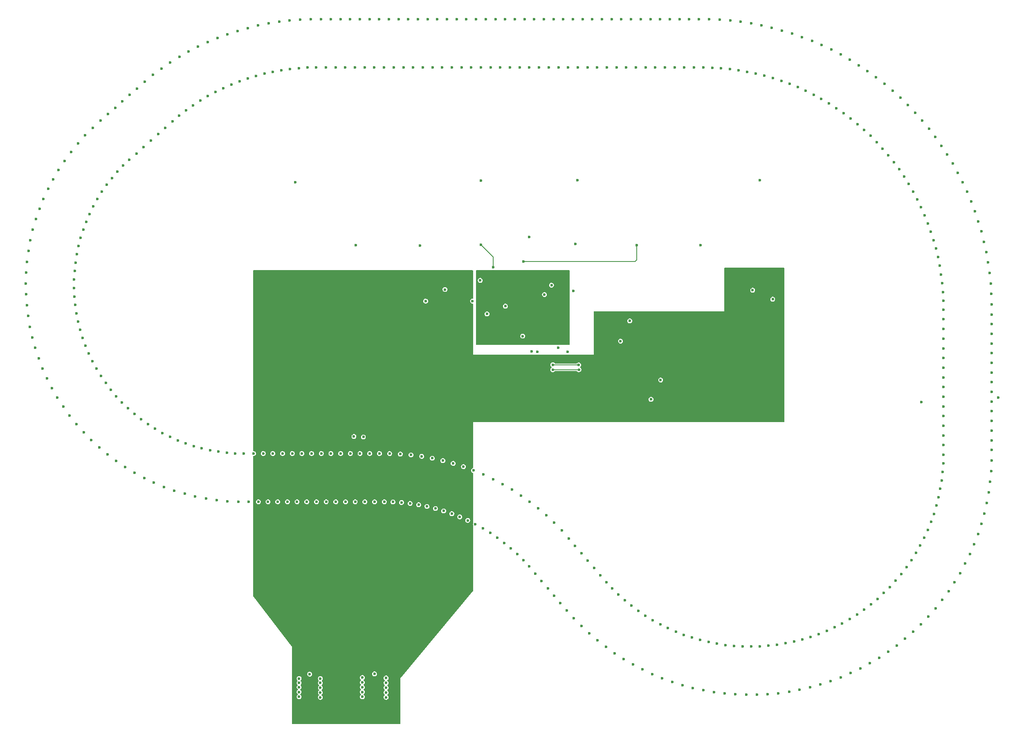
<source format=gbr>
%TF.GenerationSoftware,KiCad,Pcbnew,6.0.2+dfsg-1*%
%TF.CreationDate,2022-11-03T12:06:54-07:00*%
%TF.ProjectId,slot_track,736c6f74-5f74-4726-9163-6b2e6b696361,rev?*%
%TF.SameCoordinates,Original*%
%TF.FileFunction,Copper,L3,Inr*%
%TF.FilePolarity,Positive*%
%FSLAX46Y46*%
G04 Gerber Fmt 4.6, Leading zero omitted, Abs format (unit mm)*
G04 Created by KiCad (PCBNEW 6.0.2+dfsg-1) date 2022-11-03 12:06:54*
%MOMM*%
%LPD*%
G01*
G04 APERTURE LIST*
%TA.AperFunction,ViaPad*%
%ADD10C,0.600000*%
%TD*%
%TA.AperFunction,Conductor*%
%ADD11C,0.200000*%
%TD*%
G04 APERTURE END LIST*
D10*
%TO.N,VBUS*%
X158300000Y-199700000D03*
X159090000Y-198640000D03*
%TO.N,GND*%
X151000000Y-212400000D03*
X151000000Y-208600000D03*
X153200000Y-207700000D03*
X164100000Y-211400000D03*
%TO.N,VBUS*%
X161200000Y-202300000D03*
X161200000Y-201200000D03*
%TO.N,GND*%
X155400000Y-209500000D03*
X155400000Y-210500000D03*
X164100000Y-212400000D03*
%TO.N,VBUS*%
X156950000Y-202300000D03*
X156950000Y-201100000D03*
%TO.N,GND*%
X169000000Y-212500000D03*
X169000000Y-211500000D03*
X155400000Y-212500000D03*
%TO.N,VBUS*%
X161200000Y-203500000D03*
X159900000Y-199700000D03*
%TO.N,GND*%
X155400000Y-211500000D03*
X155400000Y-208600000D03*
X166600000Y-207650000D03*
X169000000Y-210500000D03*
X164100000Y-209400000D03*
X151000000Y-209500000D03*
%TO.N,VBUS*%
X156950000Y-203450000D03*
%TO.N,GND*%
X151000000Y-210400000D03*
X164100000Y-208400000D03*
X169000000Y-209500000D03*
X151000000Y-211400000D03*
X169000000Y-208500000D03*
X164100000Y-210400000D03*
%TO.N,VCC*%
X177200000Y-130400000D03*
X186900000Y-130400000D03*
%TO.N,/SWDIO*%
X206600000Y-140900000D03*
%TO.N,/SWCLK*%
X204600000Y-140100000D03*
%TO.N,/SWDIO*%
X200300000Y-140900000D03*
%TO.N,/SWCLK*%
X199100000Y-140800000D03*
%TO.N,/1B_P*%
X213355064Y-187201879D03*
X212055701Y-185681466D03*
%TO.N,/1A_P*%
X206402678Y-194458899D03*
X205103316Y-192938486D03*
%TO.N,/1B_P*%
X210749351Y-184152876D03*
X209449988Y-182632463D03*
%TO.N,/1A_P*%
X203796965Y-191409896D03*
X202497603Y-189889483D03*
%TO.N,/1B_P*%
X208145186Y-181105685D03*
X206845824Y-179585272D03*
%TO.N,/1A_P*%
X201192801Y-188362705D03*
X199893438Y-186842291D03*
%TO.N,/1B_P*%
X205367346Y-177923831D03*
X203817956Y-176331083D03*
%TO.N,/1A_P*%
X198644436Y-185393108D03*
X197433543Y-184091681D03*
%TO.N,/1B_P*%
X202190443Y-174800756D03*
X200505432Y-173352241D03*
%TO.N,/1A_P*%
X196159058Y-182838790D03*
X194837131Y-181650311D03*
%TO.N,/1B_P*%
X198748166Y-171972852D03*
X196940910Y-170680070D03*
%TO.N,/1A_P*%
X193456185Y-180515835D03*
X192033719Y-179449738D03*
%TO.N,/1B_P*%
X195067839Y-169462571D03*
X193152687Y-168335783D03*
%TO.N,/1A_P*%
X190557275Y-178442683D03*
X189045561Y-177507431D03*
%TO.N,/1B_P*%
X191178681Y-167289839D03*
X189170836Y-166337991D03*
%TO.N,/1A_P*%
X187485340Y-176635792D03*
X185896380Y-175838810D03*
%TO.N,/1B_P*%
X187111566Y-165471904D03*
X185026966Y-164702553D03*
%TO.N,/1A_P*%
X184264767Y-175109505D03*
X182611175Y-174457120D03*
%TO.N,/1B_P*%
X182898779Y-164023200D03*
X180753974Y-163442452D03*
%TO.N,/1A_P*%
X180921122Y-173875940D03*
X179216025Y-173373330D03*
%TO.N,/1B_P*%
X178573766Y-162955225D03*
X176385781Y-162567692D03*
%TO.N,/1A_P*%
X177480950Y-172944888D03*
X175737884Y-172596044D03*
%TO.N,/1B_P*%
X174170858Y-162276459D03*
X171957064Y-162085217D03*
%TO.N,/1A_P*%
X173971560Y-172323742D03*
X172204362Y-172131433D03*
%TO.N,/1B_P*%
X169731365Y-161992413D03*
%TO.N,/1A_P*%
X170425892Y-172017643D03*
%TO.N,/1B_P*%
X167628735Y-161983009D03*
%TO.N,/1A_P*%
X168628735Y-171983009D03*
%TO.N,/1B_P*%
X165617979Y-161983009D03*
X163617979Y-161983009D03*
%TO.N,/1A_P*%
X166617979Y-171983009D03*
X164617979Y-171983009D03*
%TO.N,/1B_P*%
X161607223Y-161983009D03*
X159607223Y-161983009D03*
%TO.N,/1A_P*%
X162607223Y-171983009D03*
X160607223Y-171983009D03*
%TO.N,/1B_P*%
X157596468Y-161983009D03*
X155596468Y-161983009D03*
%TO.N,/1A_P*%
X158596468Y-171983009D03*
X156596468Y-171983009D03*
%TO.N,/1B_P*%
X153585712Y-161983009D03*
X151585712Y-161983009D03*
%TO.N,/1A_P*%
X154585712Y-171983009D03*
X152585712Y-171983009D03*
%TO.N,/1B_P*%
X149574957Y-161983009D03*
X147574957Y-161983009D03*
%TO.N,/1A_P*%
X150574957Y-171983009D03*
X148574957Y-171983009D03*
%TO.N,/1B_P*%
X145564201Y-161983009D03*
X143564201Y-161983009D03*
%TO.N,/1A_P*%
X146564201Y-171983009D03*
X144564201Y-171983009D03*
%TO.N,/1B_P*%
X141555769Y-161983009D03*
X139555769Y-161983009D03*
%TO.N,/1A_P*%
X142555769Y-171983009D03*
X140555769Y-171983009D03*
%TO.N,/1B_P*%
X137777957Y-161944470D03*
X136032665Y-161818709D03*
%TO.N,/1A_P*%
X138433106Y-171972186D03*
X136185818Y-171866637D03*
%TO.N,/1B_P*%
X134286529Y-161604498D03*
X132562591Y-161304664D03*
%TO.N,/1A_P*%
X133934603Y-171647429D03*
X131709168Y-171317455D03*
%TO.N,/1B_P*%
X130846669Y-160916739D03*
X129161404Y-160445842D03*
%TO.N,/1A_P*%
X129491203Y-170873999D03*
X127309977Y-170322914D03*
%TO.N,/1B_P*%
X127492931Y-159888101D03*
X125863268Y-159250873D03*
%TO.N,/1A_P*%
X125147543Y-169659665D03*
X123032436Y-168893005D03*
%TO.N,/1B_P*%
X124259006Y-158528917D03*
X122701316Y-157731759D03*
%TO.N,/1A_P*%
X120947255Y-168016626D03*
X118919515Y-167042092D03*
%TO.N,/1B_P*%
X121177380Y-156852840D03*
X119707309Y-155903760D03*
%TO.N,/1A_P*%
X116932534Y-165961386D03*
X115012531Y-164788768D03*
%TO.N,/1B_P*%
X118279009Y-154876709D03*
X116911326Y-153785240D03*
%TO.N,/1A_P*%
X113143709Y-163514592D03*
X111350730Y-162155670D03*
%TO.N,/1B_P*%
X115593008Y-152620373D03*
X114341451Y-151397480D03*
%TO.N,/1A_P*%
X109618841Y-160700822D03*
X107970896Y-159169246D03*
%TO.N,/1B_P*%
X113146359Y-150106499D03*
X112023502Y-148764466D03*
%TO.N,/1A_P*%
X106393338Y-157548343D03*
X104906983Y-155859499D03*
%TO.N,/1B_P*%
X110963641Y-147360340D03*
X109980762Y-145912648D03*
%TO.N,/1A_P*%
X103499603Y-154088821D03*
X102189768Y-152259674D03*
%TO.N,/1B_P*%
X109066779Y-144409482D03*
X108233752Y-142870674D03*
%TO.N,/1A_P*%
X100966703Y-150357010D03*
X99846546Y-148405935D03*
%TO.N,/1B_P*%
X107474828Y-141283567D03*
X106800021Y-139669102D03*
%TO.N,/1A_P*%
X98820083Y-146390397D03*
X97900857Y-144336993D03*
%TO.N,/1B_P*%
X106203780Y-138013997D03*
X105693972Y-136340092D03*
%TO.N,/1A_P*%
X97081307Y-142228828D03*
X96372246Y-140093722D03*
%TO.N,/1B_P*%
X105266403Y-134633616D03*
X104926715Y-132917086D03*
%TO.N,/1A_P*%
X95767841Y-137914109D03*
X95276067Y-135718749D03*
%TO.N,/1B_P*%
X104672114Y-131176381D03*
X104505958Y-129434470D03*
%TO.N,/1A_P*%
X94892879Y-133489582D03*
X94623334Y-131256022D03*
%TO.N,/1B_P*%
X104426882Y-127677022D03*
X104435928Y-125927228D03*
%TO.N,/1A_P*%
X94465212Y-128999694D03*
X94420602Y-126750371D03*
%TO.N,/1B_P*%
X104533171Y-124170691D03*
X104717328Y-122430591D03*
%TO.N,/1A_P*%
X94489135Y-124489547D03*
X94669908Y-122247056D03*
%TO.N,/1B_P*%
X104989913Y-120692612D03*
X105347331Y-118979686D03*
%TO.N,/1A_P*%
X94964408Y-120004448D03*
X95368749Y-117791316D03*
%TO.N,/1B_P*%
X105792521Y-117277722D03*
X106319609Y-115609177D03*
%TO.N,/1A_P*%
X95886257Y-115589452D03*
X96510103Y-113427911D03*
%TO.N,/1B_P*%
X106932931Y-113960326D03*
X107624394Y-112352924D03*
%TO.N,/1A_P*%
X97245420Y-111288909D03*
X98082506Y-109200672D03*
%TO.N,/1B_P*%
X108399687Y-110773748D03*
X109248580Y-109243636D03*
%TO.N,/1A_P*%
X99028246Y-107146020D03*
X100070161Y-105152065D03*
%TO.N,/1B_P*%
X110178056Y-107749999D03*
X111175851Y-106312547D03*
%TO.N,/1A_P*%
X101216824Y-103202402D03*
X102453103Y-101322759D03*
%TO.N,/1B_P*%
X112250173Y-104919455D03*
X113386846Y-103589103D03*
%TO.N,/1A_P*%
X103789169Y-99497671D03*
X105207392Y-97751221D03*
%TO.N,/1B_P*%
X114594351Y-102311424D03*
X115858442Y-101101492D03*
%TO.N,/1A_P*%
X106718349Y-96070196D03*
X108304215Y-94474428D03*
%TO.N,/1B_P*%
X117316365Y-99802257D03*
X118811180Y-98473525D03*
%TO.N,/1A_P*%
X109925298Y-92992548D03*
X111420113Y-91663816D03*
%TO.N,/1B_P*%
X120314033Y-97137648D03*
X121808848Y-95808916D03*
%TO.N,/1A_P*%
X112922967Y-90327938D03*
X114417782Y-88999207D03*
%TO.N,/1B_P*%
X123309078Y-94475371D03*
%TO.N,/1A_P*%
X115918012Y-87665662D03*
X117412827Y-86336930D03*
%TO.N,/1B_P*%
X124783984Y-93165487D03*
X126167596Y-91999246D03*
X127589214Y-90895357D03*
%TO.N,/1A_P*%
X119029557Y-84925466D03*
X120739760Y-83541790D03*
%TO.N,/1B_P*%
X129061827Y-89843734D03*
X130567327Y-88857308D03*
%TO.N,/1A_P*%
X122513556Y-82220735D03*
X124329133Y-80978545D03*
%TO.N,/1B_P*%
X132119471Y-87927065D03*
X133699171Y-87064445D03*
%TO.N,/1A_P*%
X126203080Y-79803871D03*
X128112355Y-78711156D03*
%TO.N,/1B_P*%
X135320863Y-86261566D03*
X136964606Y-85528299D03*
%TO.N,/1A_P*%
X130074402Y-77690416D03*
X132065095Y-76754203D03*
%TO.N,/1B_P*%
X138645417Y-84857946D03*
X140342629Y-84258749D03*
%TO.N,/1A_P*%
X134102624Y-75893963D03*
X136161934Y-75120273D03*
%TO.N,/1B_P*%
X142071751Y-83725234D03*
X143811519Y-83263960D03*
%TO.N,/1A_P*%
X138261842Y-74426064D03*
X140376524Y-73819873D03*
%TO.N,/1B_P*%
X145577831Y-82870713D03*
X147348967Y-82550328D03*
%TO.N,/1A_P*%
X142525306Y-73296160D03*
X144681764Y-72861366D03*
%TO.N,/1B_P*%
X149141109Y-82299879D03*
X150932222Y-82122444D03*
%TO.N,/1A_P*%
X146865601Y-72511517D03*
X149049963Y-72250916D03*
%TO.N,/1B_P*%
X152736081Y-82016502D03*
%TO.N,/1A_P*%
X151251650Y-72077366D03*
X153449866Y-71992507D03*
%TO.N,/1B_P*%
X154545608Y-81983009D03*
X156556363Y-81983009D03*
X158556363Y-81983009D03*
%TO.N,/1A_P*%
X155556363Y-71983009D03*
X157556363Y-71983009D03*
%TO.N,/1B_P*%
X160567119Y-81983009D03*
X162567119Y-81983009D03*
%TO.N,/1A_P*%
X159567119Y-71983009D03*
X161567119Y-71983009D03*
%TO.N,/1B_P*%
X164577875Y-81983009D03*
X166577875Y-81983009D03*
%TO.N,/1A_P*%
X163577875Y-71983009D03*
X165577875Y-71983009D03*
%TO.N,/1B_P*%
X168588630Y-81983009D03*
X170588630Y-81983009D03*
%TO.N,/1A_P*%
X167588630Y-71983009D03*
X169588630Y-71983009D03*
%TO.N,/1B_P*%
X172599386Y-81983009D03*
X174599386Y-81983009D03*
%TO.N,/1A_P*%
X171599386Y-71983009D03*
X173599386Y-71983009D03*
%TO.N,/1B_P*%
X176610141Y-81983009D03*
X178610141Y-81983009D03*
%TO.N,/1A_P*%
X175610141Y-71983009D03*
X177610141Y-71983009D03*
%TO.N,/1B_P*%
X180620897Y-81983009D03*
X182620897Y-81983009D03*
%TO.N,/1A_P*%
X179620897Y-71983009D03*
X181620897Y-71983009D03*
%TO.N,/1B_P*%
X184631653Y-81983009D03*
X186631653Y-81983009D03*
%TO.N,/1A_P*%
X183631653Y-71983009D03*
X185631653Y-71983009D03*
%TO.N,/1B_P*%
X188642408Y-81983009D03*
X190642408Y-81983009D03*
%TO.N,/1A_P*%
X187642408Y-71983009D03*
X189642408Y-71983009D03*
%TO.N,/1B_P*%
X192653164Y-81983009D03*
X194653164Y-81983009D03*
%TO.N,/1A_P*%
X191653164Y-71983009D03*
X193653164Y-71983009D03*
%TO.N,/1B_P*%
X196663920Y-81983009D03*
X198663920Y-81983009D03*
%TO.N,/1A_P*%
X195663920Y-71983009D03*
X197663920Y-71983009D03*
%TO.N,/1B_P*%
X200674675Y-81983009D03*
X202674675Y-81983009D03*
%TO.N,/1A_P*%
X199674675Y-71983009D03*
X201674675Y-71983009D03*
%TO.N,/1B_P*%
X204685431Y-81983009D03*
X206685431Y-81983009D03*
%TO.N,/1A_P*%
X203685431Y-71983009D03*
X205685431Y-71983009D03*
%TO.N,/1B_P*%
X208696186Y-81983009D03*
X210696186Y-81983009D03*
%TO.N,/1A_P*%
X207696186Y-71983009D03*
X209696186Y-71983009D03*
%TO.N,/1B_P*%
X212706942Y-81983009D03*
X214706942Y-81983009D03*
%TO.N,/1A_P*%
X211706942Y-71983009D03*
X213706942Y-71983009D03*
%TO.N,/1B_P*%
X216717698Y-81983009D03*
X218717698Y-81983009D03*
%TO.N,/1A_P*%
X215717698Y-71983009D03*
X217717698Y-71983009D03*
%TO.N,/1B_P*%
X220728453Y-81983009D03*
X222728453Y-81983009D03*
%TO.N,/1A_P*%
X219728453Y-71983009D03*
X221728453Y-71983009D03*
%TO.N,/1B_P*%
X224739209Y-81983009D03*
X226739209Y-81983009D03*
%TO.N,/1A_P*%
X223739209Y-71983009D03*
X225739209Y-71983009D03*
%TO.N,/1B_P*%
X228749964Y-81983009D03*
X230749964Y-81983009D03*
%TO.N,/1A_P*%
X227749964Y-71983009D03*
X229749964Y-71983009D03*
%TO.N,/1B_P*%
X232757125Y-81983009D03*
%TO.N,/1A_P*%
X231757125Y-71983009D03*
X233757125Y-71983009D03*
%TO.N,/1B_P*%
X234729744Y-81983969D03*
X236557054Y-82028700D03*
X238371761Y-82139418D03*
%TO.N,/1A_P*%
X235894189Y-72001122D03*
X238073893Y-72094371D03*
%TO.N,/1B_P*%
X240190956Y-82317165D03*
X241992774Y-82559806D03*
%TO.N,/1A_P*%
X240260444Y-72267943D03*
X242427562Y-72519752D03*
%TO.N,/1B_P*%
X243794184Y-82869624D03*
X245573534Y-83242896D03*
%TO.N,/1A_P*%
X244595655Y-72852171D03*
X246738667Y-73261204D03*
%TO.N,/1B_P*%
X247347583Y-83683138D03*
X249095009Y-84185059D03*
%TO.N,/1A_P*%
X248876779Y-73750703D03*
X250984294Y-74314785D03*
%TO.N,/1B_P*%
X250832268Y-84753385D03*
X252538481Y-85381286D03*
%TO.N,/1A_P*%
X253081059Y-74958762D03*
X255141875Y-75674894D03*
%TO.N,/1B_P*%
X254229716Y-86074675D03*
X255885646Y-86825219D03*
%TO.N,/1A_P*%
X257186149Y-76469926D03*
X259189311Y-77334302D03*
%TO.N,/1B_P*%
X257521867Y-87639986D03*
X259118713Y-88509183D03*
%TO.N,/1A_P*%
X261170228Y-78276164D03*
X263105089Y-79284190D03*
%TO.N,/1B_P*%
X260691223Y-89440997D03*
X262220497Y-90424228D03*
%TO.N,/1A_P*%
X265012119Y-80367874D03*
X266868395Y-81514191D03*
%TO.N,/1B_P*%
X263720937Y-91468135D03*
X265174510Y-92560173D03*
%TO.N,/1A_P*%
X268691401Y-82733938D03*
X270459225Y-84012454D03*
%TO.N,/1B_P*%
X266594906Y-93710625D03*
X267965052Y-94905665D03*
%TO.N,/1A_P*%
X272188518Y-85361780D03*
X273858493Y-86765699D03*
%TO.N,/1B_P*%
X269297853Y-96156548D03*
X270577289Y-97448238D03*
%TO.N,/1A_P*%
X275484880Y-88237432D03*
X277048131Y-89759291D03*
%TO.N,/1B_P*%
X271815410Y-98792901D03*
X272997336Y-100174376D03*
%TO.N,/1A_P*%
X278562967Y-91345608D03*
X280011183Y-92977318D03*
%TO.N,/1B_P*%
X274134197Y-101605673D03*
X275212329Y-103069590D03*
%TO.N,/1A_P*%
X281406417Y-94669787D03*
X282731901Y-96402675D03*
%TO.N,/1B_P*%
X276241887Y-104579913D03*
X277210496Y-106118489D03*
%TO.N,/1A_P*%
X284000117Y-98192301D03*
X285195822Y-100017156D03*
%TO.N,/1B_P*%
X278127278Y-107699810D03*
X278981215Y-109304868D03*
%TO.N,/1A_P*%
X286330279Y-101894425D03*
X287389851Y-103801547D03*
%TO.N,/1B_P*%
X279780348Y-110948781D03*
X280515074Y-112611790D03*
%TO.N,/1A_P*%
X288384518Y-105756482D03*
X289302325Y-107735733D03*
%TO.N,/1B_P*%
X281192311Y-114309558D03*
X281803920Y-116021678D03*
%TO.N,/1A_P*%
X290151915Y-109757942D03*
X290923078Y-111798803D03*
%TO.N,/1B_P*%
X282355661Y-117764276D03*
X282840902Y-119516406D03*
%TO.N,/1A_P*%
X291623075Y-113877538D03*
X292243495Y-115969160D03*
%TO.N,/1B_P*%
X283264214Y-121294571D03*
X283620509Y-123077399D03*
%TO.N,/1A_P*%
X292790180Y-118093370D03*
X293256558Y-120224637D03*
%TO.N,/1B_P*%
X283913142Y-124881680D03*
X284138596Y-126685729D03*
%TO.N,/1A_P*%
X293647024Y-122383032D03*
X293956883Y-124542614D03*
%TO.N,/1B_P*%
X284298994Y-128506535D03*
X284392410Y-130322216D03*
%TO.N,/1A_P*%
X294189054Y-126723721D03*
X294340746Y-128900139D03*
X294413250Y-131083053D03*
%TO.N,/1B_P*%
X284420000Y-132166556D03*
X284420000Y-134166556D03*
%TO.N,/1A_P*%
X294420000Y-133166556D03*
%TO.N,/1B_P*%
X284420000Y-136177311D03*
X284420000Y-138177311D03*
%TO.N,/1A_P*%
X294420000Y-135177311D03*
X294420000Y-137177311D03*
%TO.N,/1B_P*%
X284420000Y-140188067D03*
X284420000Y-142188067D03*
%TO.N,/1A_P*%
X294420000Y-139188067D03*
X294420000Y-141188067D03*
%TO.N,/1B_P*%
X284420000Y-144198822D03*
X284420000Y-146198822D03*
%TO.N,/1A_P*%
X294420000Y-143198822D03*
X294420000Y-145198822D03*
%TO.N,/1B_P*%
X284420000Y-148209578D03*
X284420000Y-150209578D03*
%TO.N,/1A_P*%
X294420000Y-147209578D03*
X294420000Y-149209578D03*
%TO.N,/1B_P*%
X284420000Y-152220334D03*
X284420000Y-154220334D03*
%TO.N,/1A_P*%
X294420000Y-151220334D03*
X294420000Y-153220334D03*
%TO.N,/1B_P*%
X284420000Y-156231089D03*
X284420000Y-158231089D03*
%TO.N,/1A_P*%
X294420000Y-155231089D03*
X294420000Y-157231089D03*
%TO.N,/1B_P*%
X284420000Y-160238469D03*
%TO.N,/1A_P*%
X294420000Y-159238469D03*
X294420000Y-161238469D03*
%TO.N,/1B_P*%
X284419338Y-162213084D03*
X284369136Y-163999569D03*
X284240091Y-165772510D03*
%TO.N,/1A_P*%
X294400101Y-163393479D03*
X294288079Y-165612693D03*
%TO.N,/1B_P*%
X284031073Y-167547435D03*
X283744731Y-169301853D03*
%TO.N,/1A_P*%
X294076171Y-167836607D03*
X293767062Y-170037041D03*
%TO.N,/1B_P*%
X283378557Y-171051128D03*
X282937191Y-172773095D03*
%TO.N,/1A_P*%
X293358045Y-172233266D03*
X292854302Y-174397452D03*
%TO.N,/1B_P*%
X282416768Y-174482833D03*
X281823882Y-176158679D03*
%TO.N,/1A_P*%
X292251422Y-176548552D03*
X291557044Y-178659310D03*
%TO.N,/1B_P*%
X281153340Y-177815308D03*
X280413640Y-179431730D03*
%TO.N,/1A_P*%
X290765088Y-180748210D03*
X289885588Y-182788783D03*
%TO.N,/1B_P*%
X279598304Y-181022099D03*
X278717662Y-182566263D03*
%TO.N,/1A_P*%
X288910843Y-184798900D03*
X287853203Y-186753090D03*
%TO.N,/1B_P*%
X277764003Y-184077746D03*
X276749411Y-185537396D03*
%TO.N,/1A_P*%
X286703406Y-188668466D03*
X285476021Y-190520758D03*
%TO.N,/1B_P*%
X275665001Y-186957995D03*
X274524513Y-188321542D03*
%TO.N,/1A_P*%
X284160301Y-192326188D03*
X282772916Y-194061878D03*
%TO.N,/1B_P*%
X273317959Y-189639978D03*
X272060629Y-190896598D03*
%TO.N,/1A_P*%
X281301716Y-195743030D03*
X279765344Y-197348340D03*
%TO.N,/1B_P*%
X270741510Y-192102406D03*
X269377319Y-193242124D03*
%TO.N,/1A_P*%
X278150345Y-198891867D03*
X276477183Y-200354053D03*
%TO.N,/1B_P*%
X267956107Y-194325731D03*
X266495885Y-195339498D03*
%TO.N,/1A_P*%
X274731205Y-201747702D03*
X272934535Y-203055156D03*
%TO.N,/1B_P*%
X264983862Y-196292302D03*
X263439200Y-197172070D03*
%TO.N,/1A_P*%
X271071439Y-204287865D03*
X269165524Y-205430207D03*
%TO.N,/1B_P*%
X261848371Y-197986508D03*
X260231532Y-198725294D03*
%TO.N,/1A_P*%
X267200099Y-206492189D03*
X265200070Y-207460352D03*
%TO.N,/1B_P*%
X258574523Y-199394899D03*
X256898343Y-199986838D03*
%TO.N,/1A_P*%
X263147920Y-208343176D03*
X261069652Y-209129473D03*
%TO.N,/1B_P*%
X255188310Y-200506294D03*
X253466094Y-200946687D03*
%TO.N,/1A_P*%
X258947068Y-209826131D03*
X256807061Y-210424321D03*
%TO.N,/1B_P*%
X251716612Y-201311872D03*
X249962033Y-201597222D03*
%TO.N,/1A_P*%
X254630892Y-210929283D03*
X252446135Y-211334617D03*
%TO.N,/1B_P*%
X248186990Y-201805237D03*
X246413976Y-201933279D03*
%TO.N,/1A_P*%
X250233657Y-211643873D03*
X248021493Y-211853133D03*
%TO.N,/1B_P*%
X244627464Y-201982471D03*
X242850090Y-201952190D03*
%TO.N,/1A_P*%
X245790270Y-211964230D03*
X243568261Y-211975754D03*
%TO.N,/1B_P*%
X241066290Y-201842169D03*
X239298667Y-201653804D03*
%TO.N,/1A_P*%
X241336006Y-211887809D03*
X239121790Y-211701507D03*
%TO.N,/1B_P*%
X237531740Y-201385444D03*
X235787899Y-201040491D03*
%TO.N,/1A_P*%
X236906223Y-211415217D03*
X234717379Y-211032568D03*
%TO.N,/1B_P*%
X234051873Y-200615922D03*
X232345658Y-200117119D03*
%TO.N,/1A_P*%
X232536089Y-210550207D03*
X230389993Y-209974247D03*
%TO.N,/1B_P*%
X230654313Y-199539712D03*
X228999269Y-198891018D03*
%TO.N,/1A_P*%
X228260296Y-209299645D03*
X226173984Y-208534947D03*
%TO.N,/1B_P*%
X227366033Y-198165356D03*
X225775298Y-197371922D03*
%TO.N,/1A_P*%
X224112787Y-207673458D03*
X222102822Y-206726094D03*
%TO.N,/1B_P*%
X224213136Y-196503766D03*
X222699339Y-195571890D03*
%TO.N,/1A_P*%
X220126487Y-205684557D03*
X218208825Y-204562046D03*
%TO.N,/1B_P*%
X221220651Y-194568132D03*
X219795809Y-193505212D03*
%TO.N,/1A_P*%
X216333042Y-203348730D03*
X214522906Y-202059983D03*
%TO.N,/1B_P*%
X218412335Y-192373821D03*
X217087760Y-191188294D03*
%TO.N,/1A_P*%
X212762566Y-200684520D03*
X211074326Y-199239768D03*
%TO.N,/1B_P*%
X215810482Y-189938251D03*
X214596688Y-188639530D03*
%TO.N,/1A_P*%
X209443403Y-197713077D03*
X207890462Y-196123790D03*
%TO.N,/G1_P*%
X295750000Y-150400000D03*
X279800000Y-151300000D03*
%TO.N,/1A_P*%
X164300000Y-158550000D03*
X162350000Y-158450000D03*
%TO.N,VBUS*%
X181050000Y-126050000D03*
%TO.N,GND*%
X181200000Y-128000000D03*
X188500000Y-126100000D03*
X217550000Y-138700000D03*
X223850000Y-150750000D03*
X225850000Y-146750000D03*
%TO.N,VBUS*%
X223300000Y-154800000D03*
X223300000Y-146600000D03*
X216900000Y-142650000D03*
%TO.N,GND*%
X219450000Y-134500000D03*
%TO.N,VBUS*%
X216900000Y-134450000D03*
%TO.N,GND*%
X249050000Y-130000000D03*
X244900000Y-128150000D03*
%TO.N,VBUS*%
X249050000Y-127500000D03*
X240900000Y-127550000D03*
%TO.N,GND*%
X189900000Y-133050000D03*
X193700000Y-131450000D03*
%TO.N,VCC*%
X193700000Y-130600000D03*
%TO.N,GND*%
X197300000Y-137650000D03*
%TO.N,VCC*%
X196050000Y-136200000D03*
%TO.N,GND*%
X203250000Y-127100000D03*
X201800000Y-129050000D03*
%TO.N,VCC*%
X202500000Y-126500000D03*
X188500000Y-128000000D03*
%TO.N,Net-(C8-Pad2)*%
X203530000Y-144610000D03*
X208930000Y-144610000D03*
%TO.N,/1A_P*%
X203530000Y-143590000D03*
X208900000Y-143620000D03*
%TO.N,/REV1*%
X188670000Y-118700000D03*
%TO.N,/FWD1*%
X208160000Y-118520000D03*
%TO.N,/REV2*%
X162690000Y-118840000D03*
%TO.N,/REV1*%
X150200000Y-105800000D03*
X188600000Y-105450000D03*
%TO.N,/FWD1*%
X246400000Y-105350000D03*
X208650000Y-105350000D03*
X207770000Y-128290000D03*
%TO.N,/FWD2*%
X197450000Y-122200000D03*
%TO.N,/STOP*%
X198650000Y-117150000D03*
%TO.N,/REV1*%
X191200000Y-123350000D03*
%TO.N,/REV3*%
X176010000Y-118860000D03*
%TO.N,/FWD3*%
X234140000Y-118830000D03*
%TO.N,/FWD2*%
X220880000Y-118780000D03*
%TD*%
D11*
%TO.N,Net-(C8-Pad2)*%
X208930000Y-144610000D02*
X203530000Y-144610000D01*
%TO.N,/1A_P*%
X203560000Y-143620000D02*
X203530000Y-143590000D01*
X208900000Y-143620000D02*
X203560000Y-143620000D01*
%TO.N,/REV1*%
X191200000Y-121230000D02*
X188670000Y-118700000D01*
X191200000Y-123350000D02*
X191200000Y-121230000D01*
%TO.N,/FWD2*%
X220880000Y-118780000D02*
X220880000Y-121850000D01*
X220880000Y-121850000D02*
X220530000Y-122200000D01*
X220530000Y-122200000D02*
X197450000Y-122200000D01*
%TD*%
%TA.AperFunction,Conductor*%
%TO.N,VCC*%
G36*
X206959191Y-124018907D02*
G01*
X206995155Y-124068407D01*
X207000000Y-124099000D01*
X207000000Y-139401000D01*
X206981093Y-139459191D01*
X206931593Y-139495155D01*
X206901000Y-139500000D01*
X187699000Y-139500000D01*
X187640809Y-139481093D01*
X187604845Y-139431593D01*
X187600000Y-139401000D01*
X187600000Y-137643823D01*
X196794391Y-137643823D01*
X196795306Y-137650820D01*
X196795306Y-137650821D01*
X196796814Y-137662354D01*
X196812980Y-137785979D01*
X196815821Y-137792435D01*
X196815821Y-137792436D01*
X196823586Y-137810082D01*
X196870720Y-137917203D01*
X196883792Y-137932754D01*
X196958431Y-138021549D01*
X196958434Y-138021551D01*
X196962970Y-138026948D01*
X196968841Y-138030856D01*
X196968842Y-138030857D01*
X196981143Y-138039045D01*
X197082313Y-138106390D01*
X197182920Y-138137821D01*
X197212425Y-138147039D01*
X197212426Y-138147039D01*
X197219157Y-138149142D01*
X197290828Y-138150456D01*
X197355445Y-138151641D01*
X197355447Y-138151641D01*
X197362499Y-138151770D01*
X197369302Y-138149915D01*
X197369304Y-138149915D01*
X197444503Y-138129413D01*
X197500817Y-138114060D01*
X197622991Y-138039045D01*
X197630403Y-138030857D01*
X197714468Y-137937982D01*
X197719200Y-137932754D01*
X197781710Y-137803733D01*
X197785875Y-137778982D01*
X197804862Y-137666124D01*
X197804862Y-137666120D01*
X197805496Y-137662354D01*
X197805647Y-137650000D01*
X197785323Y-137508082D01*
X197725984Y-137377572D01*
X197632400Y-137268963D01*
X197512095Y-137190985D01*
X197374739Y-137149907D01*
X197291497Y-137149398D01*
X197238427Y-137149074D01*
X197238426Y-137149074D01*
X197231376Y-137149031D01*
X197224599Y-137150968D01*
X197224598Y-137150968D01*
X197100309Y-137186490D01*
X197100307Y-137186491D01*
X197093529Y-137188428D01*
X196972280Y-137264930D01*
X196967613Y-137270214D01*
X196967611Y-137270216D01*
X196882044Y-137367103D01*
X196882042Y-137367105D01*
X196877377Y-137372388D01*
X196816447Y-137502163D01*
X196794391Y-137643823D01*
X187600000Y-137643823D01*
X187600000Y-133043823D01*
X189394391Y-133043823D01*
X189395306Y-133050820D01*
X189395306Y-133050821D01*
X189396814Y-133062354D01*
X189412980Y-133185979D01*
X189415821Y-133192435D01*
X189415821Y-133192436D01*
X189423586Y-133210082D01*
X189470720Y-133317203D01*
X189483792Y-133332754D01*
X189558431Y-133421549D01*
X189558434Y-133421551D01*
X189562970Y-133426948D01*
X189568841Y-133430856D01*
X189568842Y-133430857D01*
X189581143Y-133439045D01*
X189682313Y-133506390D01*
X189782920Y-133537821D01*
X189812425Y-133547039D01*
X189812426Y-133547039D01*
X189819157Y-133549142D01*
X189890828Y-133550456D01*
X189955445Y-133551641D01*
X189955447Y-133551641D01*
X189962499Y-133551770D01*
X189969302Y-133549915D01*
X189969304Y-133549915D01*
X190044503Y-133529413D01*
X190100817Y-133514060D01*
X190222991Y-133439045D01*
X190230403Y-133430857D01*
X190314468Y-133337982D01*
X190319200Y-133332754D01*
X190381710Y-133203733D01*
X190385875Y-133178982D01*
X190404862Y-133066124D01*
X190404862Y-133066120D01*
X190405496Y-133062354D01*
X190405647Y-133050000D01*
X190385323Y-132908082D01*
X190325984Y-132777572D01*
X190232400Y-132668963D01*
X190112095Y-132590985D01*
X189974739Y-132549907D01*
X189891497Y-132549398D01*
X189838427Y-132549074D01*
X189838426Y-132549074D01*
X189831376Y-132549031D01*
X189824599Y-132550968D01*
X189824598Y-132550968D01*
X189700309Y-132586490D01*
X189700307Y-132586491D01*
X189693529Y-132588428D01*
X189572280Y-132664930D01*
X189567613Y-132670214D01*
X189567611Y-132670216D01*
X189482044Y-132767103D01*
X189482042Y-132767105D01*
X189477377Y-132772388D01*
X189416447Y-132902163D01*
X189394391Y-133043823D01*
X187600000Y-133043823D01*
X187600000Y-131443823D01*
X193194391Y-131443823D01*
X193195306Y-131450820D01*
X193195306Y-131450821D01*
X193196814Y-131462354D01*
X193212980Y-131585979D01*
X193215821Y-131592435D01*
X193215821Y-131592436D01*
X193223586Y-131610082D01*
X193270720Y-131717203D01*
X193283792Y-131732754D01*
X193358431Y-131821549D01*
X193358434Y-131821551D01*
X193362970Y-131826948D01*
X193368841Y-131830856D01*
X193368842Y-131830857D01*
X193381143Y-131839045D01*
X193482313Y-131906390D01*
X193582920Y-131937821D01*
X193612425Y-131947039D01*
X193612426Y-131947039D01*
X193619157Y-131949142D01*
X193690828Y-131950456D01*
X193755445Y-131951641D01*
X193755447Y-131951641D01*
X193762499Y-131951770D01*
X193769302Y-131949915D01*
X193769304Y-131949915D01*
X193844503Y-131929413D01*
X193900817Y-131914060D01*
X194022991Y-131839045D01*
X194030403Y-131830857D01*
X194114468Y-131737982D01*
X194119200Y-131732754D01*
X194181710Y-131603733D01*
X194185875Y-131578982D01*
X194204862Y-131466124D01*
X194204862Y-131466120D01*
X194205496Y-131462354D01*
X194205647Y-131450000D01*
X194185323Y-131308082D01*
X194125984Y-131177572D01*
X194032400Y-131068963D01*
X193912095Y-130990985D01*
X193774739Y-130949907D01*
X193691497Y-130949398D01*
X193638427Y-130949074D01*
X193638426Y-130949074D01*
X193631376Y-130949031D01*
X193624599Y-130950968D01*
X193624598Y-130950968D01*
X193500309Y-130986490D01*
X193500307Y-130986491D01*
X193493529Y-130988428D01*
X193372280Y-131064930D01*
X193367613Y-131070214D01*
X193367611Y-131070216D01*
X193282044Y-131167103D01*
X193282042Y-131167105D01*
X193277377Y-131172388D01*
X193216447Y-131302163D01*
X193194391Y-131443823D01*
X187600000Y-131443823D01*
X187600000Y-129043823D01*
X201294391Y-129043823D01*
X201295306Y-129050820D01*
X201295306Y-129050821D01*
X201296814Y-129062354D01*
X201312980Y-129185979D01*
X201315821Y-129192435D01*
X201315821Y-129192436D01*
X201323586Y-129210082D01*
X201370720Y-129317203D01*
X201383792Y-129332754D01*
X201458431Y-129421549D01*
X201458434Y-129421551D01*
X201462970Y-129426948D01*
X201468841Y-129430856D01*
X201468842Y-129430857D01*
X201481143Y-129439045D01*
X201582313Y-129506390D01*
X201682920Y-129537821D01*
X201712425Y-129547039D01*
X201712426Y-129547039D01*
X201719157Y-129549142D01*
X201790828Y-129550456D01*
X201855445Y-129551641D01*
X201855447Y-129551641D01*
X201862499Y-129551770D01*
X201869302Y-129549915D01*
X201869304Y-129549915D01*
X201944503Y-129529413D01*
X202000817Y-129514060D01*
X202122991Y-129439045D01*
X202130403Y-129430857D01*
X202214468Y-129337982D01*
X202219200Y-129332754D01*
X202281710Y-129203733D01*
X202285875Y-129178982D01*
X202304862Y-129066124D01*
X202304862Y-129066120D01*
X202305496Y-129062354D01*
X202305647Y-129050000D01*
X202285323Y-128908082D01*
X202225984Y-128777572D01*
X202132400Y-128668963D01*
X202012095Y-128590985D01*
X201874739Y-128549907D01*
X201791497Y-128549398D01*
X201738427Y-128549074D01*
X201738426Y-128549074D01*
X201731376Y-128549031D01*
X201724599Y-128550968D01*
X201724598Y-128550968D01*
X201600309Y-128586490D01*
X201600307Y-128586491D01*
X201593529Y-128588428D01*
X201472280Y-128664930D01*
X201467613Y-128670214D01*
X201467611Y-128670216D01*
X201382044Y-128767103D01*
X201382042Y-128767105D01*
X201377377Y-128772388D01*
X201316447Y-128902163D01*
X201294391Y-129043823D01*
X187600000Y-129043823D01*
X187600000Y-127093823D01*
X202744391Y-127093823D01*
X202745306Y-127100820D01*
X202745306Y-127100821D01*
X202746814Y-127112354D01*
X202762980Y-127235979D01*
X202765821Y-127242435D01*
X202765821Y-127242436D01*
X202773586Y-127260082D01*
X202820720Y-127367203D01*
X202833792Y-127382754D01*
X202908431Y-127471549D01*
X202908434Y-127471551D01*
X202912970Y-127476948D01*
X202918841Y-127480856D01*
X202918842Y-127480857D01*
X202931143Y-127489045D01*
X203032313Y-127556390D01*
X203132920Y-127587821D01*
X203162425Y-127597039D01*
X203162426Y-127597039D01*
X203169157Y-127599142D01*
X203240828Y-127600456D01*
X203305445Y-127601641D01*
X203305447Y-127601641D01*
X203312499Y-127601770D01*
X203319302Y-127599915D01*
X203319304Y-127599915D01*
X203394503Y-127579413D01*
X203450817Y-127564060D01*
X203572991Y-127489045D01*
X203580403Y-127480857D01*
X203664468Y-127387982D01*
X203669200Y-127382754D01*
X203731710Y-127253733D01*
X203735875Y-127228982D01*
X203754862Y-127116124D01*
X203754862Y-127116120D01*
X203755496Y-127112354D01*
X203755647Y-127100000D01*
X203735323Y-126958082D01*
X203675984Y-126827572D01*
X203582400Y-126718963D01*
X203462095Y-126640985D01*
X203324739Y-126599907D01*
X203241497Y-126599398D01*
X203188427Y-126599074D01*
X203188426Y-126599074D01*
X203181376Y-126599031D01*
X203174599Y-126600968D01*
X203174598Y-126600968D01*
X203050309Y-126636490D01*
X203050307Y-126636491D01*
X203043529Y-126638428D01*
X202922280Y-126714930D01*
X202917613Y-126720214D01*
X202917611Y-126720216D01*
X202832044Y-126817103D01*
X202832042Y-126817105D01*
X202827377Y-126822388D01*
X202766447Y-126952163D01*
X202744391Y-127093823D01*
X187600000Y-127093823D01*
X187600000Y-126093823D01*
X187994391Y-126093823D01*
X187995306Y-126100820D01*
X187995306Y-126100821D01*
X187996814Y-126112354D01*
X188012980Y-126235979D01*
X188015821Y-126242435D01*
X188015821Y-126242436D01*
X188023586Y-126260082D01*
X188070720Y-126367203D01*
X188083792Y-126382754D01*
X188158431Y-126471549D01*
X188158434Y-126471551D01*
X188162970Y-126476948D01*
X188168841Y-126480856D01*
X188168842Y-126480857D01*
X188181143Y-126489045D01*
X188282313Y-126556390D01*
X188382920Y-126587821D01*
X188412425Y-126597039D01*
X188412426Y-126597039D01*
X188419157Y-126599142D01*
X188490828Y-126600456D01*
X188555445Y-126601641D01*
X188555447Y-126601641D01*
X188562499Y-126601770D01*
X188569302Y-126599915D01*
X188569304Y-126599915D01*
X188644503Y-126579413D01*
X188700817Y-126564060D01*
X188822991Y-126489045D01*
X188830403Y-126480857D01*
X188914468Y-126387982D01*
X188919200Y-126382754D01*
X188981710Y-126253733D01*
X188985875Y-126228982D01*
X189004862Y-126116124D01*
X189004862Y-126116120D01*
X189005496Y-126112354D01*
X189005647Y-126100000D01*
X188985323Y-125958082D01*
X188925984Y-125827572D01*
X188832400Y-125718963D01*
X188712095Y-125640985D01*
X188574739Y-125599907D01*
X188491497Y-125599398D01*
X188438427Y-125599074D01*
X188438426Y-125599074D01*
X188431376Y-125599031D01*
X188424599Y-125600968D01*
X188424598Y-125600968D01*
X188300309Y-125636490D01*
X188300307Y-125636491D01*
X188293529Y-125638428D01*
X188172280Y-125714930D01*
X188167613Y-125720214D01*
X188167611Y-125720216D01*
X188082044Y-125817103D01*
X188082042Y-125817105D01*
X188077377Y-125822388D01*
X188016447Y-125952163D01*
X187994391Y-126093823D01*
X187600000Y-126093823D01*
X187600000Y-124099000D01*
X187618907Y-124040809D01*
X187668407Y-124004845D01*
X187699000Y-124000000D01*
X206901000Y-124000000D01*
X206959191Y-124018907D01*
G37*
%TD.AperFunction*%
%TD*%
%TA.AperFunction,Conductor*%
%TO.N,VBUS*%
G36*
X251459191Y-123518907D02*
G01*
X251495155Y-123568407D01*
X251500000Y-123599000D01*
X251500000Y-155401000D01*
X251481093Y-155459191D01*
X251431593Y-155495155D01*
X251401000Y-155500000D01*
X182500000Y-155500000D01*
X181202861Y-150743823D01*
X223344391Y-150743823D01*
X223345306Y-150750820D01*
X223345306Y-150750821D01*
X223346814Y-150762354D01*
X223362980Y-150885979D01*
X223365821Y-150892435D01*
X223365821Y-150892436D01*
X223373586Y-150910082D01*
X223420720Y-151017203D01*
X223433792Y-151032754D01*
X223508431Y-151121549D01*
X223508434Y-151121551D01*
X223512970Y-151126948D01*
X223518841Y-151130856D01*
X223518842Y-151130857D01*
X223531143Y-151139045D01*
X223632313Y-151206390D01*
X223732920Y-151237821D01*
X223762425Y-151247039D01*
X223762426Y-151247039D01*
X223769157Y-151249142D01*
X223840828Y-151250456D01*
X223905445Y-151251641D01*
X223905447Y-151251641D01*
X223912499Y-151251770D01*
X223919302Y-151249915D01*
X223919304Y-151249915D01*
X223994503Y-151229413D01*
X224050817Y-151214060D01*
X224172991Y-151139045D01*
X224180403Y-151130857D01*
X224264468Y-151037982D01*
X224269200Y-151032754D01*
X224331710Y-150903733D01*
X224335875Y-150878982D01*
X224354862Y-150766124D01*
X224354862Y-150766120D01*
X224355496Y-150762354D01*
X224355647Y-150750000D01*
X224335323Y-150608082D01*
X224275984Y-150477572D01*
X224182400Y-150368963D01*
X224062095Y-150290985D01*
X223924739Y-150249907D01*
X223841497Y-150249398D01*
X223788427Y-150249074D01*
X223788426Y-150249074D01*
X223781376Y-150249031D01*
X223774599Y-150250968D01*
X223774598Y-150250968D01*
X223650309Y-150286490D01*
X223650307Y-150286491D01*
X223643529Y-150288428D01*
X223522280Y-150364930D01*
X223517613Y-150370214D01*
X223517611Y-150370216D01*
X223432044Y-150467103D01*
X223432042Y-150467105D01*
X223427377Y-150472388D01*
X223366447Y-150602163D01*
X223344391Y-150743823D01*
X181202861Y-150743823D01*
X181000000Y-150000000D01*
X170500000Y-149000000D01*
X170500000Y-146743823D01*
X225344391Y-146743823D01*
X225345306Y-146750820D01*
X225345306Y-146750821D01*
X225346814Y-146762354D01*
X225362980Y-146885979D01*
X225365821Y-146892435D01*
X225365821Y-146892436D01*
X225373586Y-146910082D01*
X225420720Y-147017203D01*
X225433792Y-147032754D01*
X225508431Y-147121549D01*
X225508434Y-147121551D01*
X225512970Y-147126948D01*
X225518841Y-147130856D01*
X225518842Y-147130857D01*
X225531143Y-147139045D01*
X225632313Y-147206390D01*
X225732920Y-147237821D01*
X225762425Y-147247039D01*
X225762426Y-147247039D01*
X225769157Y-147249142D01*
X225840828Y-147250456D01*
X225905445Y-147251641D01*
X225905447Y-147251641D01*
X225912499Y-147251770D01*
X225919302Y-147249915D01*
X225919304Y-147249915D01*
X225994503Y-147229413D01*
X226050817Y-147214060D01*
X226172991Y-147139045D01*
X226180403Y-147130857D01*
X226264468Y-147037982D01*
X226269200Y-147032754D01*
X226331710Y-146903733D01*
X226335875Y-146878982D01*
X226354862Y-146766124D01*
X226354862Y-146766120D01*
X226355496Y-146762354D01*
X226355647Y-146750000D01*
X226335323Y-146608082D01*
X226275984Y-146477572D01*
X226182400Y-146368963D01*
X226062095Y-146290985D01*
X225924739Y-146249907D01*
X225841497Y-146249398D01*
X225788427Y-146249074D01*
X225788426Y-146249074D01*
X225781376Y-146249031D01*
X225774599Y-146250968D01*
X225774598Y-146250968D01*
X225650309Y-146286490D01*
X225650307Y-146286491D01*
X225643529Y-146288428D01*
X225522280Y-146364930D01*
X225517613Y-146370214D01*
X225517611Y-146370216D01*
X225432044Y-146467103D01*
X225432042Y-146467105D01*
X225427377Y-146472388D01*
X225366447Y-146602163D01*
X225344391Y-146743823D01*
X170500000Y-146743823D01*
X170500000Y-144603823D01*
X203024391Y-144603823D01*
X203025306Y-144610820D01*
X203025306Y-144610821D01*
X203026814Y-144622354D01*
X203042980Y-144745979D01*
X203045821Y-144752435D01*
X203045821Y-144752436D01*
X203053586Y-144770082D01*
X203100720Y-144877203D01*
X203113792Y-144892754D01*
X203188431Y-144981549D01*
X203188434Y-144981551D01*
X203192970Y-144986948D01*
X203198841Y-144990856D01*
X203198842Y-144990857D01*
X203211143Y-144999045D01*
X203312313Y-145066390D01*
X203412920Y-145097821D01*
X203442425Y-145107039D01*
X203442426Y-145107039D01*
X203449157Y-145109142D01*
X203520828Y-145110456D01*
X203585445Y-145111641D01*
X203585447Y-145111641D01*
X203592499Y-145111770D01*
X203599302Y-145109915D01*
X203599304Y-145109915D01*
X203674503Y-145089413D01*
X203730817Y-145074060D01*
X203852991Y-144999045D01*
X203860403Y-144990857D01*
X203903662Y-144943064D01*
X203956730Y-144912610D01*
X203977060Y-144910500D01*
X208482597Y-144910500D01*
X208540788Y-144929407D01*
X208558380Y-144945798D01*
X208588431Y-144981549D01*
X208588434Y-144981551D01*
X208592970Y-144986948D01*
X208598841Y-144990856D01*
X208598842Y-144990857D01*
X208611143Y-144999045D01*
X208712313Y-145066390D01*
X208812920Y-145097821D01*
X208842425Y-145107039D01*
X208842426Y-145107039D01*
X208849157Y-145109142D01*
X208920828Y-145110456D01*
X208985445Y-145111641D01*
X208985447Y-145111641D01*
X208992499Y-145111770D01*
X208999302Y-145109915D01*
X208999304Y-145109915D01*
X209074503Y-145089413D01*
X209130817Y-145074060D01*
X209252991Y-144999045D01*
X209260403Y-144990857D01*
X209344468Y-144897982D01*
X209349200Y-144892754D01*
X209411710Y-144763733D01*
X209415875Y-144738982D01*
X209434862Y-144626124D01*
X209434862Y-144626120D01*
X209435496Y-144622354D01*
X209435647Y-144610000D01*
X209415323Y-144468082D01*
X209355984Y-144337572D01*
X209262400Y-144228963D01*
X209200657Y-144188943D01*
X209162110Y-144141427D01*
X209158855Y-144080328D01*
X209192134Y-144028985D01*
X209202703Y-144021502D01*
X209216978Y-144012737D01*
X209222991Y-144009045D01*
X209230403Y-144000857D01*
X209314468Y-143907982D01*
X209319200Y-143902754D01*
X209381710Y-143773733D01*
X209389745Y-143725979D01*
X209404862Y-143636124D01*
X209404862Y-143636120D01*
X209405496Y-143632354D01*
X209405647Y-143620000D01*
X209385323Y-143478082D01*
X209325984Y-143347572D01*
X209232400Y-143238963D01*
X209112095Y-143160985D01*
X208974739Y-143119907D01*
X208891497Y-143119398D01*
X208838427Y-143119074D01*
X208838426Y-143119074D01*
X208831376Y-143119031D01*
X208824599Y-143120968D01*
X208824598Y-143120968D01*
X208700309Y-143156490D01*
X208700307Y-143156491D01*
X208693529Y-143158428D01*
X208572280Y-143234930D01*
X208567613Y-143240214D01*
X208567611Y-143240216D01*
X208533101Y-143279293D01*
X208527952Y-143285123D01*
X208527147Y-143286034D01*
X208474455Y-143317134D01*
X208452943Y-143319500D01*
X204003023Y-143319500D01*
X203944832Y-143300593D01*
X203928024Y-143285123D01*
X203867005Y-143214307D01*
X203867004Y-143214306D01*
X203862400Y-143208963D01*
X203742095Y-143130985D01*
X203604739Y-143089907D01*
X203521497Y-143089398D01*
X203468427Y-143089074D01*
X203468426Y-143089074D01*
X203461376Y-143089031D01*
X203454599Y-143090968D01*
X203454598Y-143090968D01*
X203330309Y-143126490D01*
X203330307Y-143126491D01*
X203323529Y-143128428D01*
X203202280Y-143204930D01*
X203197613Y-143210214D01*
X203197611Y-143210216D01*
X203112044Y-143307103D01*
X203112042Y-143307105D01*
X203107377Y-143312388D01*
X203046447Y-143442163D01*
X203045362Y-143449132D01*
X203045361Y-143449135D01*
X203039767Y-143485066D01*
X203024391Y-143583823D01*
X203042980Y-143725979D01*
X203045821Y-143732435D01*
X203045821Y-143732436D01*
X203060931Y-143766775D01*
X203100720Y-143857203D01*
X203143404Y-143907982D01*
X203188431Y-143961549D01*
X203188434Y-143961551D01*
X203192970Y-143966948D01*
X203198841Y-143970856D01*
X203198842Y-143970857D01*
X203269322Y-144017773D01*
X203307285Y-144065757D01*
X203309794Y-144126891D01*
X203275889Y-144177824D01*
X203267291Y-144183911D01*
X203208246Y-144221165D01*
X203208243Y-144221168D01*
X203202280Y-144224930D01*
X203197613Y-144230214D01*
X203197611Y-144230216D01*
X203112044Y-144327103D01*
X203112042Y-144327105D01*
X203107377Y-144332388D01*
X203046447Y-144462163D01*
X203024391Y-144603823D01*
X170500000Y-144603823D01*
X170500000Y-137000000D01*
X183500000Y-137000000D01*
X186000000Y-141500000D01*
X212000000Y-141500000D01*
X212000000Y-138693823D01*
X217044391Y-138693823D01*
X217045306Y-138700820D01*
X217045306Y-138700821D01*
X217046814Y-138712354D01*
X217062980Y-138835979D01*
X217065821Y-138842435D01*
X217065821Y-138842436D01*
X217073586Y-138860082D01*
X217120720Y-138967203D01*
X217133792Y-138982754D01*
X217208431Y-139071549D01*
X217208434Y-139071551D01*
X217212970Y-139076948D01*
X217218841Y-139080856D01*
X217218842Y-139080857D01*
X217231143Y-139089045D01*
X217332313Y-139156390D01*
X217432920Y-139187821D01*
X217462425Y-139197039D01*
X217462426Y-139197039D01*
X217469157Y-139199142D01*
X217540828Y-139200456D01*
X217605445Y-139201641D01*
X217605447Y-139201641D01*
X217612499Y-139201770D01*
X217619302Y-139199915D01*
X217619304Y-139199915D01*
X217694503Y-139179413D01*
X217750817Y-139164060D01*
X217872991Y-139089045D01*
X217880403Y-139080857D01*
X217964468Y-138987982D01*
X217969200Y-138982754D01*
X218031710Y-138853733D01*
X218035875Y-138828982D01*
X218054862Y-138716124D01*
X218054862Y-138716120D01*
X218055496Y-138712354D01*
X218055647Y-138700000D01*
X218035323Y-138558082D01*
X217975984Y-138427572D01*
X217882400Y-138318963D01*
X217762095Y-138240985D01*
X217624739Y-138199907D01*
X217541497Y-138199398D01*
X217488427Y-138199074D01*
X217488426Y-138199074D01*
X217481376Y-138199031D01*
X217474599Y-138200968D01*
X217474598Y-138200968D01*
X217350309Y-138236490D01*
X217350307Y-138236491D01*
X217343529Y-138238428D01*
X217222280Y-138314930D01*
X217217613Y-138320214D01*
X217217611Y-138320216D01*
X217132044Y-138417103D01*
X217132042Y-138417105D01*
X217127377Y-138422388D01*
X217066447Y-138552163D01*
X217044391Y-138693823D01*
X212000000Y-138693823D01*
X212000000Y-134493823D01*
X218944391Y-134493823D01*
X218945306Y-134500820D01*
X218945306Y-134500821D01*
X218946814Y-134512354D01*
X218962980Y-134635979D01*
X218965821Y-134642435D01*
X218965821Y-134642436D01*
X218973586Y-134660082D01*
X219020720Y-134767203D01*
X219033792Y-134782754D01*
X219108431Y-134871549D01*
X219108434Y-134871551D01*
X219112970Y-134876948D01*
X219118841Y-134880856D01*
X219118842Y-134880857D01*
X219131143Y-134889045D01*
X219232313Y-134956390D01*
X219332920Y-134987821D01*
X219362425Y-134997039D01*
X219362426Y-134997039D01*
X219369157Y-134999142D01*
X219440828Y-135000456D01*
X219505445Y-135001641D01*
X219505447Y-135001641D01*
X219512499Y-135001770D01*
X219519302Y-134999915D01*
X219519304Y-134999915D01*
X219594503Y-134979413D01*
X219650817Y-134964060D01*
X219772991Y-134889045D01*
X219780403Y-134880857D01*
X219864468Y-134787982D01*
X219869200Y-134782754D01*
X219931710Y-134653733D01*
X219935875Y-134628982D01*
X219954862Y-134516124D01*
X219954862Y-134516120D01*
X219955496Y-134512354D01*
X219955647Y-134500000D01*
X219935323Y-134358082D01*
X219875984Y-134227572D01*
X219782400Y-134118963D01*
X219662095Y-134040985D01*
X219524739Y-133999907D01*
X219441497Y-133999398D01*
X219388427Y-133999074D01*
X219388426Y-133999074D01*
X219381376Y-133999031D01*
X219374599Y-134000968D01*
X219374598Y-134000968D01*
X219250309Y-134036490D01*
X219250307Y-134036491D01*
X219243529Y-134038428D01*
X219122280Y-134114930D01*
X219117613Y-134120214D01*
X219117611Y-134120216D01*
X219032044Y-134217103D01*
X219032042Y-134217105D01*
X219027377Y-134222388D01*
X218966447Y-134352163D01*
X218944391Y-134493823D01*
X212000000Y-134493823D01*
X212000000Y-132599000D01*
X212018907Y-132540809D01*
X212068407Y-132504845D01*
X212099000Y-132500000D01*
X239000000Y-132500000D01*
X239000000Y-129993823D01*
X248544391Y-129993823D01*
X248545306Y-130000820D01*
X248545306Y-130000821D01*
X248558263Y-130099907D01*
X248562980Y-130135979D01*
X248565821Y-130142435D01*
X248565821Y-130142436D01*
X248616707Y-130258082D01*
X248620720Y-130267203D01*
X248633792Y-130282754D01*
X248708431Y-130371549D01*
X248708434Y-130371551D01*
X248712970Y-130376948D01*
X248718841Y-130380856D01*
X248718842Y-130380857D01*
X248731143Y-130389045D01*
X248832313Y-130456390D01*
X248932920Y-130487821D01*
X248962425Y-130497039D01*
X248962426Y-130497039D01*
X248969157Y-130499142D01*
X249040828Y-130500456D01*
X249105445Y-130501641D01*
X249105447Y-130501641D01*
X249112499Y-130501770D01*
X249119302Y-130499915D01*
X249119304Y-130499915D01*
X249194503Y-130479413D01*
X249250817Y-130464060D01*
X249372991Y-130389045D01*
X249380403Y-130380857D01*
X249464468Y-130287982D01*
X249469200Y-130282754D01*
X249531710Y-130153733D01*
X249535875Y-130128982D01*
X249554862Y-130016124D01*
X249554862Y-130016120D01*
X249555496Y-130012354D01*
X249555647Y-130000000D01*
X249535323Y-129858082D01*
X249475984Y-129727572D01*
X249382400Y-129618963D01*
X249262095Y-129540985D01*
X249124739Y-129499907D01*
X249041497Y-129499398D01*
X248988427Y-129499074D01*
X248988426Y-129499074D01*
X248981376Y-129499031D01*
X248974599Y-129500968D01*
X248974598Y-129500968D01*
X248850309Y-129536490D01*
X248850307Y-129536491D01*
X248843529Y-129538428D01*
X248722280Y-129614930D01*
X248717613Y-129620214D01*
X248717611Y-129620216D01*
X248632044Y-129717103D01*
X248632042Y-129717105D01*
X248627377Y-129722388D01*
X248566447Y-129852163D01*
X248544391Y-129993823D01*
X239000000Y-129993823D01*
X239000000Y-128143823D01*
X244394391Y-128143823D01*
X244395306Y-128150820D01*
X244395306Y-128150821D01*
X244396814Y-128162354D01*
X244412980Y-128285979D01*
X244415821Y-128292435D01*
X244415821Y-128292436D01*
X244423586Y-128310082D01*
X244470720Y-128417203D01*
X244483792Y-128432754D01*
X244558431Y-128521549D01*
X244558434Y-128521551D01*
X244562970Y-128526948D01*
X244568841Y-128530856D01*
X244568842Y-128530857D01*
X244600544Y-128551960D01*
X244682313Y-128606390D01*
X244782920Y-128637821D01*
X244812425Y-128647039D01*
X244812426Y-128647039D01*
X244819157Y-128649142D01*
X244890828Y-128650456D01*
X244955445Y-128651641D01*
X244955447Y-128651641D01*
X244962499Y-128651770D01*
X244969302Y-128649915D01*
X244969304Y-128649915D01*
X245044503Y-128629413D01*
X245100817Y-128614060D01*
X245222991Y-128539045D01*
X245230403Y-128530857D01*
X245314468Y-128437982D01*
X245319200Y-128432754D01*
X245381710Y-128303733D01*
X245384021Y-128290000D01*
X245404862Y-128166124D01*
X245404862Y-128166120D01*
X245405496Y-128162354D01*
X245405647Y-128150000D01*
X245385323Y-128008082D01*
X245325984Y-127877572D01*
X245232400Y-127768963D01*
X245112095Y-127690985D01*
X244974739Y-127649907D01*
X244891497Y-127649398D01*
X244838427Y-127649074D01*
X244838426Y-127649074D01*
X244831376Y-127649031D01*
X244824599Y-127650968D01*
X244824598Y-127650968D01*
X244700309Y-127686490D01*
X244700307Y-127686491D01*
X244693529Y-127688428D01*
X244572280Y-127764930D01*
X244567613Y-127770214D01*
X244567611Y-127770216D01*
X244482044Y-127867103D01*
X244482042Y-127867105D01*
X244477377Y-127872388D01*
X244416447Y-128002163D01*
X244415362Y-128009132D01*
X244415361Y-128009135D01*
X244400680Y-128103430D01*
X244394391Y-128143823D01*
X239000000Y-128143823D01*
X239000000Y-123599000D01*
X239018907Y-123540809D01*
X239068407Y-123504845D01*
X239099000Y-123500000D01*
X251401000Y-123500000D01*
X251459191Y-123518907D01*
G37*
%TD.AperFunction*%
%TD*%
%TA.AperFunction,Conductor*%
%TO.N,VBUS*%
G36*
X186959191Y-124018907D02*
G01*
X186995155Y-124068407D01*
X187000000Y-124099000D01*
X187000000Y-129800455D01*
X186981093Y-129858646D01*
X186931593Y-129894610D01*
X186900397Y-129899453D01*
X186853202Y-129899164D01*
X186838427Y-129899074D01*
X186838426Y-129899074D01*
X186831376Y-129899031D01*
X186824599Y-129900968D01*
X186824598Y-129900968D01*
X186700309Y-129936490D01*
X186700307Y-129936491D01*
X186693529Y-129938428D01*
X186572280Y-130014930D01*
X186567613Y-130020214D01*
X186567611Y-130020216D01*
X186482044Y-130117103D01*
X186482042Y-130117105D01*
X186477377Y-130122388D01*
X186416447Y-130252163D01*
X186394391Y-130393823D01*
X186395306Y-130400820D01*
X186395306Y-130400821D01*
X186396814Y-130412354D01*
X186412980Y-130535979D01*
X186415821Y-130542435D01*
X186415821Y-130542436D01*
X186423586Y-130560082D01*
X186470720Y-130667203D01*
X186483792Y-130682754D01*
X186558431Y-130771549D01*
X186558434Y-130771551D01*
X186562970Y-130776948D01*
X186568841Y-130780856D01*
X186568842Y-130780857D01*
X186581143Y-130789045D01*
X186682313Y-130856390D01*
X186782920Y-130887821D01*
X186812425Y-130897039D01*
X186812426Y-130897039D01*
X186819157Y-130899142D01*
X186870908Y-130900091D01*
X186902815Y-130900676D01*
X186960649Y-130920647D01*
X186995700Y-130970798D01*
X187000000Y-130999659D01*
X187000000Y-164908538D01*
X186981093Y-164966729D01*
X186928206Y-165003727D01*
X186905095Y-165010332D01*
X186783846Y-165086834D01*
X186779179Y-165092118D01*
X186779177Y-165092120D01*
X186693610Y-165189007D01*
X186693608Y-165189009D01*
X186688943Y-165194292D01*
X186628013Y-165324067D01*
X186605957Y-165465727D01*
X186624546Y-165607883D01*
X186682286Y-165739107D01*
X186695358Y-165754658D01*
X186769997Y-165843453D01*
X186770000Y-165843455D01*
X186774536Y-165848852D01*
X186893879Y-165928294D01*
X186900606Y-165930396D01*
X186900609Y-165930397D01*
X186930522Y-165939742D01*
X186980427Y-165975142D01*
X187000000Y-166034238D01*
X187000000Y-176491774D01*
X186998821Y-176507004D01*
X186979731Y-176629615D01*
X186980646Y-176636612D01*
X186980646Y-176636613D01*
X186998320Y-176771771D01*
X186997836Y-176771834D01*
X187000000Y-176787630D01*
X187000000Y-190464157D01*
X186981093Y-190522348D01*
X186977054Y-190527535D01*
X172010037Y-208487955D01*
X172010037Y-208487956D01*
X172000000Y-208500000D01*
X172000000Y-217901000D01*
X171981093Y-217959191D01*
X171931593Y-217995155D01*
X171901000Y-218000000D01*
X149599000Y-218000000D01*
X149540809Y-217981093D01*
X149504845Y-217931593D01*
X149500000Y-217901000D01*
X149500000Y-212393823D01*
X150494391Y-212393823D01*
X150495306Y-212400820D01*
X150495306Y-212400821D01*
X150509391Y-212508533D01*
X150512980Y-212535979D01*
X150515821Y-212542435D01*
X150515821Y-212542436D01*
X150567587Y-212660082D01*
X150570720Y-212667203D01*
X150583792Y-212682754D01*
X150658431Y-212771549D01*
X150658434Y-212771551D01*
X150662970Y-212776948D01*
X150668841Y-212780856D01*
X150668842Y-212780857D01*
X150679546Y-212787982D01*
X150782313Y-212856390D01*
X150848117Y-212876948D01*
X150912425Y-212897039D01*
X150912426Y-212897039D01*
X150919157Y-212899142D01*
X150990828Y-212900456D01*
X151055445Y-212901641D01*
X151055447Y-212901641D01*
X151062499Y-212901770D01*
X151069302Y-212899915D01*
X151069304Y-212899915D01*
X151144503Y-212879413D01*
X151200817Y-212864060D01*
X151322991Y-212789045D01*
X151330403Y-212780857D01*
X151414468Y-212687982D01*
X151419200Y-212682754D01*
X151481710Y-212553733D01*
X151485875Y-212528982D01*
X151491790Y-212493823D01*
X154894391Y-212493823D01*
X154895306Y-212500820D01*
X154895306Y-212500821D01*
X154900748Y-212542436D01*
X154912980Y-212635979D01*
X154915821Y-212642435D01*
X154915821Y-212642436D01*
X154933562Y-212682754D01*
X154970720Y-212767203D01*
X155016845Y-212822076D01*
X155058431Y-212871549D01*
X155058434Y-212871551D01*
X155062970Y-212876948D01*
X155068841Y-212880856D01*
X155068842Y-212880857D01*
X155081143Y-212889045D01*
X155182313Y-212956390D01*
X155282920Y-212987821D01*
X155312425Y-212997039D01*
X155312426Y-212997039D01*
X155319157Y-212999142D01*
X155390828Y-213000456D01*
X155455445Y-213001641D01*
X155455447Y-213001641D01*
X155462499Y-213001770D01*
X155469302Y-212999915D01*
X155469304Y-212999915D01*
X155544503Y-212979413D01*
X155600817Y-212964060D01*
X155722991Y-212889045D01*
X155730403Y-212880857D01*
X155814468Y-212787982D01*
X155819200Y-212782754D01*
X155865117Y-212687982D01*
X155878634Y-212660082D01*
X155881710Y-212653733D01*
X155885875Y-212628982D01*
X155904862Y-212516124D01*
X155904862Y-212516120D01*
X155905496Y-212512354D01*
X155905647Y-212500000D01*
X155890441Y-212393823D01*
X163594391Y-212393823D01*
X163595306Y-212400820D01*
X163595306Y-212400821D01*
X163609391Y-212508533D01*
X163612980Y-212535979D01*
X163615821Y-212542435D01*
X163615821Y-212542436D01*
X163667587Y-212660082D01*
X163670720Y-212667203D01*
X163683792Y-212682754D01*
X163758431Y-212771549D01*
X163758434Y-212771551D01*
X163762970Y-212776948D01*
X163768841Y-212780856D01*
X163768842Y-212780857D01*
X163779546Y-212787982D01*
X163882313Y-212856390D01*
X163948117Y-212876948D01*
X164012425Y-212897039D01*
X164012426Y-212897039D01*
X164019157Y-212899142D01*
X164090828Y-212900456D01*
X164155445Y-212901641D01*
X164155447Y-212901641D01*
X164162499Y-212901770D01*
X164169302Y-212899915D01*
X164169304Y-212899915D01*
X164244503Y-212879413D01*
X164300817Y-212864060D01*
X164422991Y-212789045D01*
X164430403Y-212780857D01*
X164514468Y-212687982D01*
X164519200Y-212682754D01*
X164581710Y-212553733D01*
X164585875Y-212528982D01*
X164591790Y-212493823D01*
X168494391Y-212493823D01*
X168495306Y-212500820D01*
X168495306Y-212500821D01*
X168500748Y-212542436D01*
X168512980Y-212635979D01*
X168515821Y-212642435D01*
X168515821Y-212642436D01*
X168533562Y-212682754D01*
X168570720Y-212767203D01*
X168616845Y-212822076D01*
X168658431Y-212871549D01*
X168658434Y-212871551D01*
X168662970Y-212876948D01*
X168668841Y-212880856D01*
X168668842Y-212880857D01*
X168681143Y-212889045D01*
X168782313Y-212956390D01*
X168882920Y-212987821D01*
X168912425Y-212997039D01*
X168912426Y-212997039D01*
X168919157Y-212999142D01*
X168990828Y-213000456D01*
X169055445Y-213001641D01*
X169055447Y-213001641D01*
X169062499Y-213001770D01*
X169069302Y-212999915D01*
X169069304Y-212999915D01*
X169144503Y-212979413D01*
X169200817Y-212964060D01*
X169322991Y-212889045D01*
X169330403Y-212880857D01*
X169414468Y-212787982D01*
X169419200Y-212782754D01*
X169465117Y-212687982D01*
X169478634Y-212660082D01*
X169481710Y-212653733D01*
X169485875Y-212628982D01*
X169504862Y-212516124D01*
X169504862Y-212516120D01*
X169505496Y-212512354D01*
X169505647Y-212500000D01*
X169485323Y-212358082D01*
X169463543Y-212310180D01*
X169428905Y-212233996D01*
X169428904Y-212233995D01*
X169425984Y-212227572D01*
X169365582Y-212157472D01*
X169337005Y-212124307D01*
X169337004Y-212124306D01*
X169332400Y-212118963D01*
X169277328Y-212083267D01*
X169238781Y-212035751D01*
X169235526Y-211974652D01*
X169268805Y-211923309D01*
X169279374Y-211915826D01*
X169316978Y-211892737D01*
X169322991Y-211889045D01*
X169330403Y-211880857D01*
X169414468Y-211787982D01*
X169419200Y-211782754D01*
X169465117Y-211687982D01*
X169478634Y-211660082D01*
X169481710Y-211653733D01*
X169485875Y-211628982D01*
X169504862Y-211516124D01*
X169504862Y-211516120D01*
X169505496Y-211512354D01*
X169505647Y-211500000D01*
X169485323Y-211358082D01*
X169463543Y-211310180D01*
X169428905Y-211233996D01*
X169428904Y-211233995D01*
X169425984Y-211227572D01*
X169365582Y-211157472D01*
X169337005Y-211124307D01*
X169337004Y-211124306D01*
X169332400Y-211118963D01*
X169277328Y-211083267D01*
X169238781Y-211035751D01*
X169235526Y-210974652D01*
X169268805Y-210923309D01*
X169279374Y-210915826D01*
X169316978Y-210892737D01*
X169322991Y-210889045D01*
X169330403Y-210880857D01*
X169414468Y-210787982D01*
X169419200Y-210782754D01*
X169465117Y-210687982D01*
X169478634Y-210660082D01*
X169481710Y-210653733D01*
X169485875Y-210628982D01*
X169504862Y-210516124D01*
X169504862Y-210516120D01*
X169505496Y-210512354D01*
X169505647Y-210500000D01*
X169485323Y-210358082D01*
X169463543Y-210310180D01*
X169428905Y-210233996D01*
X169428904Y-210233995D01*
X169425984Y-210227572D01*
X169365582Y-210157472D01*
X169337005Y-210124307D01*
X169337004Y-210124306D01*
X169332400Y-210118963D01*
X169277328Y-210083267D01*
X169238781Y-210035751D01*
X169235526Y-209974652D01*
X169268805Y-209923309D01*
X169279374Y-209915826D01*
X169316978Y-209892737D01*
X169322991Y-209889045D01*
X169330403Y-209880857D01*
X169414468Y-209787982D01*
X169419200Y-209782754D01*
X169465117Y-209687982D01*
X169478634Y-209660082D01*
X169481710Y-209653733D01*
X169485875Y-209628982D01*
X169504862Y-209516124D01*
X169504862Y-209516120D01*
X169505496Y-209512354D01*
X169505647Y-209500000D01*
X169485323Y-209358082D01*
X169463543Y-209310180D01*
X169428905Y-209233996D01*
X169428904Y-209233995D01*
X169425984Y-209227572D01*
X169365582Y-209157472D01*
X169337005Y-209124307D01*
X169337004Y-209124306D01*
X169332400Y-209118963D01*
X169277328Y-209083267D01*
X169238781Y-209035751D01*
X169235526Y-208974652D01*
X169268805Y-208923309D01*
X169279374Y-208915826D01*
X169316978Y-208892737D01*
X169322991Y-208889045D01*
X169330403Y-208880857D01*
X169414468Y-208787982D01*
X169419200Y-208782754D01*
X169465117Y-208687982D01*
X169478634Y-208660082D01*
X169481710Y-208653733D01*
X169485875Y-208628982D01*
X169504862Y-208516124D01*
X169504862Y-208516120D01*
X169505496Y-208512354D01*
X169505647Y-208500000D01*
X169485323Y-208358082D01*
X169463543Y-208310180D01*
X169428905Y-208233996D01*
X169428904Y-208233995D01*
X169425984Y-208227572D01*
X169361282Y-208152482D01*
X169337005Y-208124307D01*
X169337004Y-208124306D01*
X169332400Y-208118963D01*
X169212095Y-208040985D01*
X169074739Y-207999907D01*
X168991497Y-207999398D01*
X168938427Y-207999074D01*
X168938426Y-207999074D01*
X168931376Y-207999031D01*
X168924599Y-208000968D01*
X168924598Y-208000968D01*
X168800309Y-208036490D01*
X168800307Y-208036491D01*
X168793529Y-208038428D01*
X168672280Y-208114930D01*
X168667613Y-208120214D01*
X168667611Y-208120216D01*
X168582044Y-208217103D01*
X168582042Y-208217105D01*
X168577377Y-208222388D01*
X168516447Y-208352163D01*
X168515362Y-208359132D01*
X168515361Y-208359135D01*
X168509589Y-208396209D01*
X168494391Y-208493823D01*
X168495306Y-208500820D01*
X168495306Y-208500821D01*
X168509391Y-208608533D01*
X168512980Y-208635979D01*
X168515821Y-208642435D01*
X168515821Y-208642436D01*
X168567587Y-208760082D01*
X168570720Y-208767203D01*
X168611592Y-208815826D01*
X168658431Y-208871549D01*
X168658434Y-208871551D01*
X168662970Y-208876948D01*
X168668841Y-208880856D01*
X168668842Y-208880857D01*
X168723897Y-208917505D01*
X168761860Y-208965489D01*
X168764369Y-209026623D01*
X168730464Y-209077556D01*
X168721867Y-209083643D01*
X168672280Y-209114930D01*
X168667613Y-209120214D01*
X168667611Y-209120216D01*
X168582044Y-209217103D01*
X168582042Y-209217105D01*
X168577377Y-209222388D01*
X168516447Y-209352163D01*
X168515362Y-209359132D01*
X168515361Y-209359135D01*
X168509589Y-209396209D01*
X168494391Y-209493823D01*
X168495306Y-209500820D01*
X168495306Y-209500821D01*
X168500748Y-209542436D01*
X168512980Y-209635979D01*
X168515821Y-209642435D01*
X168515821Y-209642436D01*
X168533562Y-209682754D01*
X168570720Y-209767203D01*
X168611592Y-209815826D01*
X168658431Y-209871549D01*
X168658434Y-209871551D01*
X168662970Y-209876948D01*
X168668841Y-209880856D01*
X168668842Y-209880857D01*
X168723897Y-209917505D01*
X168761860Y-209965489D01*
X168764369Y-210026623D01*
X168730464Y-210077556D01*
X168721867Y-210083643D01*
X168672280Y-210114930D01*
X168667613Y-210120214D01*
X168667611Y-210120216D01*
X168582044Y-210217103D01*
X168582042Y-210217105D01*
X168577377Y-210222388D01*
X168516447Y-210352163D01*
X168515362Y-210359132D01*
X168515361Y-210359135D01*
X168509589Y-210396209D01*
X168494391Y-210493823D01*
X168495306Y-210500820D01*
X168495306Y-210500821D01*
X168500748Y-210542436D01*
X168512980Y-210635979D01*
X168515821Y-210642435D01*
X168515821Y-210642436D01*
X168533562Y-210682754D01*
X168570720Y-210767203D01*
X168611592Y-210815826D01*
X168658431Y-210871549D01*
X168658434Y-210871551D01*
X168662970Y-210876948D01*
X168668841Y-210880856D01*
X168668842Y-210880857D01*
X168723897Y-210917505D01*
X168761860Y-210965489D01*
X168764369Y-211026623D01*
X168730464Y-211077556D01*
X168721867Y-211083643D01*
X168672280Y-211114930D01*
X168667613Y-211120214D01*
X168667611Y-211120216D01*
X168582044Y-211217103D01*
X168582042Y-211217105D01*
X168577377Y-211222388D01*
X168516447Y-211352163D01*
X168515362Y-211359132D01*
X168515361Y-211359135D01*
X168509589Y-211396209D01*
X168494391Y-211493823D01*
X168495306Y-211500820D01*
X168495306Y-211500821D01*
X168500748Y-211542436D01*
X168512980Y-211635979D01*
X168515821Y-211642435D01*
X168515821Y-211642436D01*
X168533562Y-211682754D01*
X168570720Y-211767203D01*
X168611592Y-211815826D01*
X168658431Y-211871549D01*
X168658434Y-211871551D01*
X168662970Y-211876948D01*
X168668841Y-211880856D01*
X168668842Y-211880857D01*
X168723897Y-211917505D01*
X168761860Y-211965489D01*
X168764369Y-212026623D01*
X168730464Y-212077556D01*
X168721867Y-212083643D01*
X168672280Y-212114930D01*
X168667613Y-212120214D01*
X168667611Y-212120216D01*
X168582044Y-212217103D01*
X168582042Y-212217105D01*
X168577377Y-212222388D01*
X168516447Y-212352163D01*
X168515362Y-212359132D01*
X168515361Y-212359135D01*
X168509589Y-212396209D01*
X168494391Y-212493823D01*
X164591790Y-212493823D01*
X164604862Y-212416124D01*
X164604862Y-212416120D01*
X164605496Y-212412354D01*
X164605647Y-212400000D01*
X164585323Y-212258082D01*
X164525984Y-212127572D01*
X164465582Y-212057472D01*
X164437005Y-212024307D01*
X164437004Y-212024306D01*
X164432400Y-212018963D01*
X164377328Y-211983267D01*
X164338781Y-211935751D01*
X164335526Y-211874652D01*
X164368805Y-211823309D01*
X164379374Y-211815826D01*
X164416978Y-211792737D01*
X164422991Y-211789045D01*
X164430403Y-211780857D01*
X164514468Y-211687982D01*
X164519200Y-211682754D01*
X164581710Y-211553733D01*
X164585875Y-211528982D01*
X164604862Y-211416124D01*
X164604862Y-211416120D01*
X164605496Y-211412354D01*
X164605647Y-211400000D01*
X164585323Y-211258082D01*
X164525984Y-211127572D01*
X164465582Y-211057472D01*
X164437005Y-211024307D01*
X164437004Y-211024306D01*
X164432400Y-211018963D01*
X164377328Y-210983267D01*
X164338781Y-210935751D01*
X164335526Y-210874652D01*
X164368805Y-210823309D01*
X164379374Y-210815826D01*
X164416978Y-210792737D01*
X164422991Y-210789045D01*
X164430403Y-210780857D01*
X164514468Y-210687982D01*
X164519200Y-210682754D01*
X164581710Y-210553733D01*
X164585875Y-210528982D01*
X164604862Y-210416124D01*
X164604862Y-210416120D01*
X164605496Y-210412354D01*
X164605647Y-210400000D01*
X164585323Y-210258082D01*
X164525984Y-210127572D01*
X164465582Y-210057472D01*
X164437005Y-210024307D01*
X164437004Y-210024306D01*
X164432400Y-210018963D01*
X164377328Y-209983267D01*
X164338781Y-209935751D01*
X164335526Y-209874652D01*
X164368805Y-209823309D01*
X164379374Y-209815826D01*
X164416978Y-209792737D01*
X164422991Y-209789045D01*
X164430403Y-209780857D01*
X164514468Y-209687982D01*
X164519200Y-209682754D01*
X164581710Y-209553733D01*
X164585875Y-209528982D01*
X164604862Y-209416124D01*
X164604862Y-209416120D01*
X164605496Y-209412354D01*
X164605647Y-209400000D01*
X164585323Y-209258082D01*
X164525984Y-209127572D01*
X164458522Y-209049279D01*
X164437005Y-209024307D01*
X164437004Y-209024306D01*
X164432400Y-209018963D01*
X164377328Y-208983267D01*
X164338781Y-208935751D01*
X164335526Y-208874652D01*
X164368805Y-208823309D01*
X164379374Y-208815826D01*
X164416978Y-208792737D01*
X164422991Y-208789045D01*
X164430403Y-208780857D01*
X164514468Y-208687982D01*
X164519200Y-208682754D01*
X164581710Y-208553733D01*
X164585875Y-208528982D01*
X164604862Y-208416124D01*
X164604862Y-208416120D01*
X164605496Y-208412354D01*
X164605647Y-208400000D01*
X164585323Y-208258082D01*
X164540897Y-208160371D01*
X164528905Y-208133996D01*
X164528904Y-208133995D01*
X164525984Y-208127572D01*
X164452415Y-208042191D01*
X164437005Y-208024307D01*
X164437004Y-208024306D01*
X164432400Y-208018963D01*
X164312095Y-207940985D01*
X164174739Y-207899907D01*
X164091497Y-207899398D01*
X164038427Y-207899074D01*
X164038426Y-207899074D01*
X164031376Y-207899031D01*
X164024599Y-207900968D01*
X164024598Y-207900968D01*
X163900309Y-207936490D01*
X163900307Y-207936491D01*
X163893529Y-207938428D01*
X163772280Y-208014930D01*
X163767613Y-208020214D01*
X163767611Y-208020216D01*
X163682044Y-208117103D01*
X163682042Y-208117105D01*
X163677377Y-208122388D01*
X163616447Y-208252163D01*
X163594391Y-208393823D01*
X163595306Y-208400820D01*
X163595306Y-208400821D01*
X163609391Y-208508533D01*
X163612980Y-208535979D01*
X163615821Y-208542435D01*
X163615821Y-208542436D01*
X163667587Y-208660082D01*
X163670720Y-208667203D01*
X163683792Y-208682754D01*
X163758431Y-208771549D01*
X163758434Y-208771551D01*
X163762970Y-208776948D01*
X163768841Y-208780856D01*
X163768842Y-208780857D01*
X163823897Y-208817505D01*
X163861860Y-208865489D01*
X163864369Y-208926623D01*
X163830464Y-208977556D01*
X163821867Y-208983643D01*
X163772280Y-209014930D01*
X163767613Y-209020214D01*
X163767611Y-209020216D01*
X163682044Y-209117103D01*
X163682042Y-209117105D01*
X163677377Y-209122388D01*
X163616447Y-209252163D01*
X163594391Y-209393823D01*
X163595306Y-209400820D01*
X163595306Y-209400821D01*
X163609391Y-209508533D01*
X163612980Y-209535979D01*
X163615821Y-209542435D01*
X163615821Y-209542436D01*
X163667587Y-209660082D01*
X163670720Y-209667203D01*
X163683792Y-209682754D01*
X163758431Y-209771549D01*
X163758434Y-209771551D01*
X163762970Y-209776948D01*
X163768841Y-209780856D01*
X163768842Y-209780857D01*
X163823897Y-209817505D01*
X163861860Y-209865489D01*
X163864369Y-209926623D01*
X163830464Y-209977556D01*
X163821867Y-209983643D01*
X163772280Y-210014930D01*
X163767613Y-210020214D01*
X163767611Y-210020216D01*
X163682044Y-210117103D01*
X163682042Y-210117105D01*
X163677377Y-210122388D01*
X163616447Y-210252163D01*
X163594391Y-210393823D01*
X163595306Y-210400820D01*
X163595306Y-210400821D01*
X163609391Y-210508533D01*
X163612980Y-210535979D01*
X163615821Y-210542435D01*
X163615821Y-210542436D01*
X163667587Y-210660082D01*
X163670720Y-210667203D01*
X163683792Y-210682754D01*
X163758431Y-210771549D01*
X163758434Y-210771551D01*
X163762970Y-210776948D01*
X163768841Y-210780856D01*
X163768842Y-210780857D01*
X163823897Y-210817505D01*
X163861860Y-210865489D01*
X163864369Y-210926623D01*
X163830464Y-210977556D01*
X163821867Y-210983643D01*
X163772280Y-211014930D01*
X163767613Y-211020214D01*
X163767611Y-211020216D01*
X163682044Y-211117103D01*
X163682042Y-211117105D01*
X163677377Y-211122388D01*
X163616447Y-211252163D01*
X163594391Y-211393823D01*
X163595306Y-211400820D01*
X163595306Y-211400821D01*
X163609391Y-211508533D01*
X163612980Y-211535979D01*
X163615821Y-211542435D01*
X163615821Y-211542436D01*
X163667587Y-211660082D01*
X163670720Y-211667203D01*
X163683792Y-211682754D01*
X163758431Y-211771549D01*
X163758434Y-211771551D01*
X163762970Y-211776948D01*
X163768841Y-211780856D01*
X163768842Y-211780857D01*
X163823897Y-211817505D01*
X163861860Y-211865489D01*
X163864369Y-211926623D01*
X163830464Y-211977556D01*
X163821867Y-211983643D01*
X163772280Y-212014930D01*
X163767613Y-212020214D01*
X163767611Y-212020216D01*
X163682044Y-212117103D01*
X163682042Y-212117105D01*
X163677377Y-212122388D01*
X163616447Y-212252163D01*
X163594391Y-212393823D01*
X155890441Y-212393823D01*
X155885323Y-212358082D01*
X155863543Y-212310180D01*
X155828905Y-212233996D01*
X155828904Y-212233995D01*
X155825984Y-212227572D01*
X155765582Y-212157472D01*
X155737005Y-212124307D01*
X155737004Y-212124306D01*
X155732400Y-212118963D01*
X155677328Y-212083267D01*
X155638781Y-212035751D01*
X155635526Y-211974652D01*
X155668805Y-211923309D01*
X155679374Y-211915826D01*
X155716978Y-211892737D01*
X155722991Y-211889045D01*
X155730403Y-211880857D01*
X155814468Y-211787982D01*
X155819200Y-211782754D01*
X155865117Y-211687982D01*
X155878634Y-211660082D01*
X155881710Y-211653733D01*
X155885875Y-211628982D01*
X155904862Y-211516124D01*
X155904862Y-211516120D01*
X155905496Y-211512354D01*
X155905647Y-211500000D01*
X155885323Y-211358082D01*
X155863543Y-211310180D01*
X155828905Y-211233996D01*
X155828904Y-211233995D01*
X155825984Y-211227572D01*
X155765582Y-211157472D01*
X155737005Y-211124307D01*
X155737004Y-211124306D01*
X155732400Y-211118963D01*
X155677328Y-211083267D01*
X155638781Y-211035751D01*
X155635526Y-210974652D01*
X155668805Y-210923309D01*
X155679374Y-210915826D01*
X155716978Y-210892737D01*
X155722991Y-210889045D01*
X155730403Y-210880857D01*
X155814468Y-210787982D01*
X155819200Y-210782754D01*
X155865117Y-210687982D01*
X155878634Y-210660082D01*
X155881710Y-210653733D01*
X155885875Y-210628982D01*
X155904862Y-210516124D01*
X155904862Y-210516120D01*
X155905496Y-210512354D01*
X155905647Y-210500000D01*
X155885323Y-210358082D01*
X155863543Y-210310180D01*
X155828905Y-210233996D01*
X155828904Y-210233995D01*
X155825984Y-210227572D01*
X155765582Y-210157472D01*
X155737005Y-210124307D01*
X155737004Y-210124306D01*
X155732400Y-210118963D01*
X155677328Y-210083267D01*
X155638781Y-210035751D01*
X155635526Y-209974652D01*
X155668805Y-209923309D01*
X155679374Y-209915826D01*
X155716978Y-209892737D01*
X155722991Y-209889045D01*
X155730403Y-209880857D01*
X155814468Y-209787982D01*
X155819200Y-209782754D01*
X155865117Y-209687982D01*
X155878634Y-209660082D01*
X155881710Y-209653733D01*
X155885875Y-209628982D01*
X155904862Y-209516124D01*
X155904862Y-209516120D01*
X155905496Y-209512354D01*
X155905647Y-209500000D01*
X155885323Y-209358082D01*
X155863543Y-209310180D01*
X155828905Y-209233996D01*
X155828904Y-209233995D01*
X155825984Y-209227572D01*
X155736603Y-209123841D01*
X155736602Y-209123839D01*
X155732400Y-209118963D01*
X155733246Y-209118234D01*
X155705324Y-209071583D01*
X155710760Y-209010639D01*
X155728426Y-208983041D01*
X155814468Y-208887982D01*
X155819200Y-208882754D01*
X155867136Y-208783814D01*
X155878634Y-208760082D01*
X155881710Y-208753733D01*
X155885875Y-208728982D01*
X155904862Y-208616124D01*
X155904862Y-208616120D01*
X155905496Y-208612354D01*
X155905647Y-208600000D01*
X155885323Y-208458082D01*
X155856106Y-208393823D01*
X155828905Y-208333996D01*
X155828904Y-208333995D01*
X155825984Y-208327572D01*
X155755504Y-208245776D01*
X155737005Y-208224307D01*
X155737004Y-208224306D01*
X155732400Y-208218963D01*
X155612095Y-208140985D01*
X155474739Y-208099907D01*
X155391497Y-208099398D01*
X155338427Y-208099074D01*
X155338426Y-208099074D01*
X155331376Y-208099031D01*
X155324599Y-208100968D01*
X155324598Y-208100968D01*
X155200309Y-208136490D01*
X155200307Y-208136491D01*
X155193529Y-208138428D01*
X155072280Y-208214930D01*
X155067613Y-208220214D01*
X155067611Y-208220216D01*
X154982044Y-208317103D01*
X154982042Y-208317105D01*
X154977377Y-208322388D01*
X154916447Y-208452163D01*
X154915362Y-208459132D01*
X154915361Y-208459135D01*
X154903397Y-208535979D01*
X154894391Y-208593823D01*
X154895306Y-208600820D01*
X154895306Y-208600821D01*
X154905190Y-208676409D01*
X154912980Y-208735979D01*
X154915821Y-208742435D01*
X154915821Y-208742436D01*
X154948114Y-208815826D01*
X154970720Y-208867203D01*
X155062970Y-208976948D01*
X155064716Y-208978110D01*
X155094352Y-209029025D01*
X155088170Y-209089897D01*
X155071795Y-209115479D01*
X154977377Y-209222388D01*
X154916447Y-209352163D01*
X154915362Y-209359132D01*
X154915361Y-209359135D01*
X154909589Y-209396209D01*
X154894391Y-209493823D01*
X154895306Y-209500820D01*
X154895306Y-209500821D01*
X154900748Y-209542436D01*
X154912980Y-209635979D01*
X154915821Y-209642435D01*
X154915821Y-209642436D01*
X154933562Y-209682754D01*
X154970720Y-209767203D01*
X155011592Y-209815826D01*
X155058431Y-209871549D01*
X155058434Y-209871551D01*
X155062970Y-209876948D01*
X155068841Y-209880856D01*
X155068842Y-209880857D01*
X155123897Y-209917505D01*
X155161860Y-209965489D01*
X155164369Y-210026623D01*
X155130464Y-210077556D01*
X155121867Y-210083643D01*
X155072280Y-210114930D01*
X155067613Y-210120214D01*
X155067611Y-210120216D01*
X154982044Y-210217103D01*
X154982042Y-210217105D01*
X154977377Y-210222388D01*
X154916447Y-210352163D01*
X154915362Y-210359132D01*
X154915361Y-210359135D01*
X154909589Y-210396209D01*
X154894391Y-210493823D01*
X154895306Y-210500820D01*
X154895306Y-210500821D01*
X154900748Y-210542436D01*
X154912980Y-210635979D01*
X154915821Y-210642435D01*
X154915821Y-210642436D01*
X154933562Y-210682754D01*
X154970720Y-210767203D01*
X155011592Y-210815826D01*
X155058431Y-210871549D01*
X155058434Y-210871551D01*
X155062970Y-210876948D01*
X155068841Y-210880856D01*
X155068842Y-210880857D01*
X155123897Y-210917505D01*
X155161860Y-210965489D01*
X155164369Y-211026623D01*
X155130464Y-211077556D01*
X155121867Y-211083643D01*
X155072280Y-211114930D01*
X155067613Y-211120214D01*
X155067611Y-211120216D01*
X154982044Y-211217103D01*
X154982042Y-211217105D01*
X154977377Y-211222388D01*
X154916447Y-211352163D01*
X154915362Y-211359132D01*
X154915361Y-211359135D01*
X154909589Y-211396209D01*
X154894391Y-211493823D01*
X154895306Y-211500820D01*
X154895306Y-211500821D01*
X154900748Y-211542436D01*
X154912980Y-211635979D01*
X154915821Y-211642435D01*
X154915821Y-211642436D01*
X154933562Y-211682754D01*
X154970720Y-211767203D01*
X155011592Y-211815826D01*
X155058431Y-211871549D01*
X155058434Y-211871551D01*
X155062970Y-211876948D01*
X155068841Y-211880856D01*
X155068842Y-211880857D01*
X155123897Y-211917505D01*
X155161860Y-211965489D01*
X155164369Y-212026623D01*
X155130464Y-212077556D01*
X155121867Y-212083643D01*
X155072280Y-212114930D01*
X155067613Y-212120214D01*
X155067611Y-212120216D01*
X154982044Y-212217103D01*
X154982042Y-212217105D01*
X154977377Y-212222388D01*
X154916447Y-212352163D01*
X154915362Y-212359132D01*
X154915361Y-212359135D01*
X154909589Y-212396209D01*
X154894391Y-212493823D01*
X151491790Y-212493823D01*
X151504862Y-212416124D01*
X151504862Y-212416120D01*
X151505496Y-212412354D01*
X151505647Y-212400000D01*
X151485323Y-212258082D01*
X151425984Y-212127572D01*
X151365582Y-212057472D01*
X151337005Y-212024307D01*
X151337004Y-212024306D01*
X151332400Y-212018963D01*
X151277328Y-211983267D01*
X151238781Y-211935751D01*
X151235526Y-211874652D01*
X151268805Y-211823309D01*
X151279374Y-211815826D01*
X151316978Y-211792737D01*
X151322991Y-211789045D01*
X151330403Y-211780857D01*
X151414468Y-211687982D01*
X151419200Y-211682754D01*
X151481710Y-211553733D01*
X151485875Y-211528982D01*
X151504862Y-211416124D01*
X151504862Y-211416120D01*
X151505496Y-211412354D01*
X151505647Y-211400000D01*
X151485323Y-211258082D01*
X151425984Y-211127572D01*
X151365582Y-211057472D01*
X151337005Y-211024307D01*
X151337004Y-211024306D01*
X151332400Y-211018963D01*
X151277328Y-210983267D01*
X151238781Y-210935751D01*
X151235526Y-210874652D01*
X151268805Y-210823309D01*
X151279374Y-210815826D01*
X151316978Y-210792737D01*
X151322991Y-210789045D01*
X151330403Y-210780857D01*
X151414468Y-210687982D01*
X151419200Y-210682754D01*
X151481710Y-210553733D01*
X151485875Y-210528982D01*
X151504862Y-210416124D01*
X151504862Y-210416120D01*
X151505496Y-210412354D01*
X151505647Y-210400000D01*
X151485323Y-210258082D01*
X151425984Y-210127572D01*
X151336603Y-210023841D01*
X151336602Y-210023839D01*
X151332400Y-210018963D01*
X151333246Y-210018234D01*
X151305324Y-209971583D01*
X151310760Y-209910639D01*
X151328426Y-209883041D01*
X151414468Y-209787982D01*
X151419200Y-209782754D01*
X151465117Y-209687982D01*
X151478634Y-209660082D01*
X151481710Y-209653733D01*
X151485875Y-209628982D01*
X151504862Y-209516124D01*
X151504862Y-209516120D01*
X151505496Y-209512354D01*
X151505647Y-209500000D01*
X151485323Y-209358082D01*
X151463543Y-209310180D01*
X151428905Y-209233996D01*
X151428904Y-209233995D01*
X151425984Y-209227572D01*
X151336603Y-209123841D01*
X151336602Y-209123839D01*
X151332400Y-209118963D01*
X151333246Y-209118234D01*
X151305324Y-209071583D01*
X151310760Y-209010639D01*
X151328426Y-208983041D01*
X151414468Y-208887982D01*
X151419200Y-208882754D01*
X151467136Y-208783814D01*
X151478634Y-208760082D01*
X151481710Y-208753733D01*
X151485875Y-208728982D01*
X151504862Y-208616124D01*
X151504862Y-208616120D01*
X151505496Y-208612354D01*
X151505647Y-208600000D01*
X151485323Y-208458082D01*
X151456106Y-208393823D01*
X151428905Y-208333996D01*
X151428904Y-208333995D01*
X151425984Y-208327572D01*
X151355504Y-208245776D01*
X151337005Y-208224307D01*
X151337004Y-208224306D01*
X151332400Y-208218963D01*
X151212095Y-208140985D01*
X151074739Y-208099907D01*
X150991497Y-208099398D01*
X150938427Y-208099074D01*
X150938426Y-208099074D01*
X150931376Y-208099031D01*
X150924599Y-208100968D01*
X150924598Y-208100968D01*
X150800309Y-208136490D01*
X150800307Y-208136491D01*
X150793529Y-208138428D01*
X150672280Y-208214930D01*
X150667613Y-208220214D01*
X150667611Y-208220216D01*
X150582044Y-208317103D01*
X150582042Y-208317105D01*
X150577377Y-208322388D01*
X150516447Y-208452163D01*
X150515362Y-208459132D01*
X150515361Y-208459135D01*
X150503397Y-208535979D01*
X150494391Y-208593823D01*
X150495306Y-208600820D01*
X150495306Y-208600821D01*
X150505190Y-208676409D01*
X150512980Y-208735979D01*
X150515821Y-208742435D01*
X150515821Y-208742436D01*
X150548114Y-208815826D01*
X150570720Y-208867203D01*
X150662970Y-208976948D01*
X150664716Y-208978110D01*
X150694352Y-209029025D01*
X150688170Y-209089897D01*
X150671795Y-209115479D01*
X150577377Y-209222388D01*
X150516447Y-209352163D01*
X150515362Y-209359132D01*
X150515361Y-209359135D01*
X150509589Y-209396209D01*
X150494391Y-209493823D01*
X150495306Y-209500820D01*
X150495306Y-209500821D01*
X150500748Y-209542436D01*
X150512980Y-209635979D01*
X150515821Y-209642435D01*
X150515821Y-209642436D01*
X150533562Y-209682754D01*
X150570720Y-209767203D01*
X150662970Y-209876948D01*
X150664716Y-209878110D01*
X150694352Y-209929025D01*
X150688170Y-209989897D01*
X150671795Y-210015479D01*
X150577377Y-210122388D01*
X150516447Y-210252163D01*
X150494391Y-210393823D01*
X150495306Y-210400820D01*
X150495306Y-210400821D01*
X150509391Y-210508533D01*
X150512980Y-210535979D01*
X150515821Y-210542435D01*
X150515821Y-210542436D01*
X150567587Y-210660082D01*
X150570720Y-210667203D01*
X150583792Y-210682754D01*
X150658431Y-210771549D01*
X150658434Y-210771551D01*
X150662970Y-210776948D01*
X150668841Y-210780856D01*
X150668842Y-210780857D01*
X150723897Y-210817505D01*
X150761860Y-210865489D01*
X150764369Y-210926623D01*
X150730464Y-210977556D01*
X150721867Y-210983643D01*
X150672280Y-211014930D01*
X150667613Y-211020214D01*
X150667611Y-211020216D01*
X150582044Y-211117103D01*
X150582042Y-211117105D01*
X150577377Y-211122388D01*
X150516447Y-211252163D01*
X150494391Y-211393823D01*
X150495306Y-211400820D01*
X150495306Y-211400821D01*
X150509391Y-211508533D01*
X150512980Y-211535979D01*
X150515821Y-211542435D01*
X150515821Y-211542436D01*
X150567587Y-211660082D01*
X150570720Y-211667203D01*
X150583792Y-211682754D01*
X150658431Y-211771549D01*
X150658434Y-211771551D01*
X150662970Y-211776948D01*
X150668841Y-211780856D01*
X150668842Y-211780857D01*
X150723897Y-211817505D01*
X150761860Y-211865489D01*
X150764369Y-211926623D01*
X150730464Y-211977556D01*
X150721867Y-211983643D01*
X150672280Y-212014930D01*
X150667613Y-212020214D01*
X150667611Y-212020216D01*
X150582044Y-212117103D01*
X150582042Y-212117105D01*
X150577377Y-212122388D01*
X150516447Y-212252163D01*
X150494391Y-212393823D01*
X149500000Y-212393823D01*
X149500000Y-207693823D01*
X152694391Y-207693823D01*
X152695306Y-207700820D01*
X152695306Y-207700821D01*
X152696814Y-207712354D01*
X152712980Y-207835979D01*
X152715821Y-207842435D01*
X152715821Y-207842436D01*
X152760873Y-207944823D01*
X152770720Y-207967203D01*
X152810839Y-208014930D01*
X152858431Y-208071549D01*
X152858434Y-208071551D01*
X152862970Y-208076948D01*
X152868841Y-208080856D01*
X152868842Y-208080857D01*
X152899054Y-208100968D01*
X152982313Y-208156390D01*
X153082920Y-208187821D01*
X153112425Y-208197039D01*
X153112426Y-208197039D01*
X153119157Y-208199142D01*
X153190828Y-208200456D01*
X153255445Y-208201641D01*
X153255447Y-208201641D01*
X153262499Y-208201770D01*
X153269302Y-208199915D01*
X153269304Y-208199915D01*
X153344503Y-208179413D01*
X153400817Y-208164060D01*
X153522991Y-208089045D01*
X153530403Y-208080857D01*
X153614468Y-207987982D01*
X153619200Y-207982754D01*
X153681710Y-207853733D01*
X153685875Y-207828982D01*
X153704862Y-207716124D01*
X153704862Y-207716120D01*
X153705496Y-207712354D01*
X153705647Y-207700000D01*
X153697602Y-207643823D01*
X166094391Y-207643823D01*
X166095306Y-207650820D01*
X166095306Y-207650821D01*
X166096814Y-207662354D01*
X166112980Y-207785979D01*
X166115821Y-207792435D01*
X166115821Y-207792436D01*
X166163110Y-207899907D01*
X166170720Y-207917203D01*
X166212749Y-207967203D01*
X166258431Y-208021549D01*
X166258434Y-208021551D01*
X166262970Y-208026948D01*
X166268841Y-208030856D01*
X166268842Y-208030857D01*
X166280216Y-208038428D01*
X166382313Y-208106390D01*
X166482920Y-208137821D01*
X166512425Y-208147039D01*
X166512426Y-208147039D01*
X166519157Y-208149142D01*
X166590828Y-208150456D01*
X166655445Y-208151641D01*
X166655447Y-208151641D01*
X166662499Y-208151770D01*
X166669302Y-208149915D01*
X166669304Y-208149915D01*
X166751256Y-208127572D01*
X166800817Y-208114060D01*
X166922991Y-208039045D01*
X166930403Y-208030857D01*
X167014468Y-207937982D01*
X167019200Y-207932754D01*
X167081710Y-207803733D01*
X167085875Y-207778982D01*
X167104862Y-207666124D01*
X167104862Y-207666120D01*
X167105496Y-207662354D01*
X167105647Y-207650000D01*
X167085323Y-207508082D01*
X167048718Y-207427572D01*
X167028905Y-207383996D01*
X167028904Y-207383995D01*
X167025984Y-207377572D01*
X166932400Y-207268963D01*
X166812095Y-207190985D01*
X166674739Y-207149907D01*
X166591497Y-207149398D01*
X166538427Y-207149074D01*
X166538426Y-207149074D01*
X166531376Y-207149031D01*
X166524599Y-207150968D01*
X166524598Y-207150968D01*
X166400309Y-207186490D01*
X166400307Y-207186491D01*
X166393529Y-207188428D01*
X166272280Y-207264930D01*
X166267613Y-207270214D01*
X166267611Y-207270216D01*
X166182044Y-207367103D01*
X166182042Y-207367105D01*
X166177377Y-207372388D01*
X166116447Y-207502163D01*
X166115362Y-207509132D01*
X166115361Y-207509135D01*
X166106653Y-207565066D01*
X166094391Y-207643823D01*
X153697602Y-207643823D01*
X153685323Y-207558082D01*
X153625984Y-207427572D01*
X153532400Y-207318963D01*
X153412095Y-207240985D01*
X153274739Y-207199907D01*
X153191497Y-207199398D01*
X153138427Y-207199074D01*
X153138426Y-207199074D01*
X153131376Y-207199031D01*
X153124599Y-207200968D01*
X153124598Y-207200968D01*
X153000309Y-207236490D01*
X153000307Y-207236491D01*
X152993529Y-207238428D01*
X152872280Y-207314930D01*
X152867613Y-207320214D01*
X152867611Y-207320216D01*
X152782044Y-207417103D01*
X152782042Y-207417105D01*
X152777377Y-207422388D01*
X152716447Y-207552163D01*
X152694391Y-207693823D01*
X149500000Y-207693823D01*
X149500000Y-202000000D01*
X141520252Y-191526581D01*
X141500000Y-191466583D01*
X141500000Y-175832633D01*
X185390771Y-175832633D01*
X185391686Y-175839630D01*
X185391686Y-175839631D01*
X185393194Y-175851164D01*
X185409360Y-175974789D01*
X185412201Y-175981245D01*
X185412201Y-175981246D01*
X185419966Y-175998892D01*
X185467100Y-176106013D01*
X185492054Y-176135699D01*
X185554811Y-176210359D01*
X185554814Y-176210361D01*
X185559350Y-176215758D01*
X185565221Y-176219666D01*
X185565222Y-176219667D01*
X185577523Y-176227855D01*
X185678693Y-176295200D01*
X185779300Y-176326631D01*
X185808805Y-176335849D01*
X185808806Y-176335849D01*
X185815537Y-176337952D01*
X185887208Y-176339266D01*
X185951825Y-176340451D01*
X185951827Y-176340451D01*
X185958879Y-176340580D01*
X185965682Y-176338725D01*
X185965684Y-176338725D01*
X186040883Y-176318223D01*
X186097197Y-176302870D01*
X186219371Y-176227855D01*
X186226783Y-176219667D01*
X186310848Y-176126792D01*
X186315580Y-176121564D01*
X186378090Y-175992543D01*
X186382255Y-175967792D01*
X186401242Y-175854934D01*
X186401242Y-175854930D01*
X186401876Y-175851164D01*
X186402027Y-175838810D01*
X186381703Y-175696892D01*
X186341581Y-175608647D01*
X186325285Y-175572806D01*
X186325284Y-175572805D01*
X186322364Y-175566382D01*
X186228780Y-175457773D01*
X186108475Y-175379795D01*
X185971119Y-175338717D01*
X185887877Y-175338208D01*
X185834807Y-175337884D01*
X185834806Y-175337884D01*
X185827756Y-175337841D01*
X185820979Y-175339778D01*
X185820978Y-175339778D01*
X185696689Y-175375300D01*
X185696687Y-175375301D01*
X185689909Y-175377238D01*
X185568660Y-175453740D01*
X185563993Y-175459024D01*
X185563991Y-175459026D01*
X185478424Y-175555913D01*
X185478422Y-175555915D01*
X185473757Y-175561198D01*
X185470761Y-175567580D01*
X185470760Y-175567581D01*
X185468307Y-175572806D01*
X185412827Y-175690973D01*
X185390771Y-175832633D01*
X141500000Y-175832633D01*
X141500000Y-175103328D01*
X183759158Y-175103328D01*
X183760073Y-175110325D01*
X183760073Y-175110326D01*
X183761581Y-175121859D01*
X183777747Y-175245484D01*
X183780588Y-175251940D01*
X183780588Y-175251941D01*
X183818771Y-175338717D01*
X183835487Y-175376708D01*
X183848559Y-175392259D01*
X183923198Y-175481054D01*
X183923201Y-175481056D01*
X183927737Y-175486453D01*
X183933608Y-175490361D01*
X183933609Y-175490362D01*
X183945910Y-175498550D01*
X184047080Y-175565895D01*
X184147687Y-175597326D01*
X184177192Y-175606544D01*
X184177193Y-175606544D01*
X184183924Y-175608647D01*
X184255595Y-175609961D01*
X184320212Y-175611146D01*
X184320214Y-175611146D01*
X184327266Y-175611275D01*
X184334069Y-175609420D01*
X184334071Y-175609420D01*
X184409270Y-175588918D01*
X184465584Y-175573565D01*
X184587758Y-175498550D01*
X184595170Y-175490362D01*
X184679235Y-175397487D01*
X184683967Y-175392259D01*
X184746477Y-175263238D01*
X184750642Y-175238487D01*
X184769629Y-175125629D01*
X184769629Y-175125625D01*
X184770263Y-175121859D01*
X184770414Y-175109505D01*
X184750090Y-174967587D01*
X184690751Y-174837077D01*
X184597167Y-174728468D01*
X184476862Y-174650490D01*
X184339506Y-174609412D01*
X184256264Y-174608903D01*
X184203194Y-174608579D01*
X184203193Y-174608579D01*
X184196143Y-174608536D01*
X184189366Y-174610473D01*
X184189365Y-174610473D01*
X184065076Y-174645995D01*
X184065074Y-174645996D01*
X184058296Y-174647933D01*
X183937047Y-174724435D01*
X183932380Y-174729719D01*
X183932378Y-174729721D01*
X183846811Y-174826608D01*
X183846809Y-174826610D01*
X183842144Y-174831893D01*
X183781214Y-174961668D01*
X183759158Y-175103328D01*
X141500000Y-175103328D01*
X141500000Y-174450943D01*
X182105566Y-174450943D01*
X182106481Y-174457940D01*
X182106481Y-174457941D01*
X182107989Y-174469474D01*
X182124155Y-174593099D01*
X182126996Y-174599555D01*
X182126996Y-174599556D01*
X182149408Y-174650490D01*
X182181895Y-174724323D01*
X182194967Y-174739874D01*
X182269606Y-174828669D01*
X182269609Y-174828671D01*
X182274145Y-174834068D01*
X182280016Y-174837976D01*
X182280017Y-174837977D01*
X182288316Y-174843501D01*
X182393488Y-174913510D01*
X182494095Y-174944941D01*
X182523600Y-174954159D01*
X182523601Y-174954159D01*
X182530332Y-174956262D01*
X182602003Y-174957576D01*
X182666620Y-174958761D01*
X182666622Y-174958761D01*
X182673674Y-174958890D01*
X182680477Y-174957035D01*
X182680479Y-174957035D01*
X182755678Y-174936533D01*
X182811992Y-174921180D01*
X182934166Y-174846165D01*
X182941578Y-174837977D01*
X183025643Y-174745102D01*
X183030375Y-174739874D01*
X183092885Y-174610853D01*
X183097050Y-174586102D01*
X183116037Y-174473244D01*
X183116037Y-174473240D01*
X183116671Y-174469474D01*
X183116822Y-174457120D01*
X183096498Y-174315202D01*
X183037159Y-174184692D01*
X182943575Y-174076083D01*
X182823270Y-173998105D01*
X182685914Y-173957027D01*
X182602672Y-173956518D01*
X182549602Y-173956194D01*
X182549601Y-173956194D01*
X182542551Y-173956151D01*
X182535774Y-173958088D01*
X182535773Y-173958088D01*
X182411484Y-173993610D01*
X182411482Y-173993611D01*
X182404704Y-173995548D01*
X182283455Y-174072050D01*
X182278788Y-174077334D01*
X182278786Y-174077336D01*
X182193219Y-174174223D01*
X182193217Y-174174225D01*
X182188552Y-174179508D01*
X182127622Y-174309283D01*
X182126537Y-174316252D01*
X182126536Y-174316255D01*
X182117705Y-174372979D01*
X182105566Y-174450943D01*
X141500000Y-174450943D01*
X141500000Y-171976832D01*
X142050160Y-171976832D01*
X142051075Y-171983829D01*
X142051075Y-171983830D01*
X142059222Y-172046130D01*
X142068749Y-172118988D01*
X142071590Y-172125444D01*
X142071590Y-172125445D01*
X142111550Y-172216260D01*
X142126489Y-172250212D01*
X142143956Y-172270991D01*
X142214200Y-172354558D01*
X142214203Y-172354560D01*
X142218739Y-172359957D01*
X142224610Y-172363865D01*
X142224611Y-172363866D01*
X142236912Y-172372054D01*
X142338082Y-172439399D01*
X142436432Y-172470125D01*
X142468194Y-172480048D01*
X142468195Y-172480048D01*
X142474926Y-172482151D01*
X142546597Y-172483465D01*
X142611214Y-172484650D01*
X142611216Y-172484650D01*
X142618268Y-172484779D01*
X142625071Y-172482924D01*
X142625073Y-172482924D01*
X142730701Y-172454126D01*
X142756586Y-172447069D01*
X142878760Y-172372054D01*
X142886172Y-172363866D01*
X142970237Y-172270991D01*
X142974969Y-172265763D01*
X143037479Y-172136742D01*
X143039412Y-172125256D01*
X143060631Y-171999133D01*
X143060631Y-171999129D01*
X143061265Y-171995363D01*
X143061337Y-171989515D01*
X143061369Y-171986835D01*
X143061416Y-171983009D01*
X143060531Y-171976832D01*
X144058592Y-171976832D01*
X144059507Y-171983829D01*
X144059507Y-171983830D01*
X144067654Y-172046130D01*
X144077181Y-172118988D01*
X144080022Y-172125444D01*
X144080022Y-172125445D01*
X144119982Y-172216260D01*
X144134921Y-172250212D01*
X144152388Y-172270991D01*
X144222632Y-172354558D01*
X144222635Y-172354560D01*
X144227171Y-172359957D01*
X144233042Y-172363865D01*
X144233043Y-172363866D01*
X144245344Y-172372054D01*
X144346514Y-172439399D01*
X144444864Y-172470125D01*
X144476626Y-172480048D01*
X144476627Y-172480048D01*
X144483358Y-172482151D01*
X144555029Y-172483465D01*
X144619646Y-172484650D01*
X144619648Y-172484650D01*
X144626700Y-172484779D01*
X144633503Y-172482924D01*
X144633505Y-172482924D01*
X144739133Y-172454126D01*
X144765018Y-172447069D01*
X144887192Y-172372054D01*
X144894604Y-172363866D01*
X144978669Y-172270991D01*
X144983401Y-172265763D01*
X145045911Y-172136742D01*
X145047844Y-172125256D01*
X145069063Y-171999133D01*
X145069063Y-171999129D01*
X145069697Y-171995363D01*
X145069769Y-171989515D01*
X145069801Y-171986835D01*
X145069848Y-171983009D01*
X145068963Y-171976832D01*
X146058592Y-171976832D01*
X146059507Y-171983829D01*
X146059507Y-171983830D01*
X146067654Y-172046130D01*
X146077181Y-172118988D01*
X146080022Y-172125444D01*
X146080022Y-172125445D01*
X146119982Y-172216260D01*
X146134921Y-172250212D01*
X146152388Y-172270991D01*
X146222632Y-172354558D01*
X146222635Y-172354560D01*
X146227171Y-172359957D01*
X146233042Y-172363865D01*
X146233043Y-172363866D01*
X146245344Y-172372054D01*
X146346514Y-172439399D01*
X146444864Y-172470125D01*
X146476626Y-172480048D01*
X146476627Y-172480048D01*
X146483358Y-172482151D01*
X146555029Y-172483465D01*
X146619646Y-172484650D01*
X146619648Y-172484650D01*
X146626700Y-172484779D01*
X146633503Y-172482924D01*
X146633505Y-172482924D01*
X146739133Y-172454126D01*
X146765018Y-172447069D01*
X146887192Y-172372054D01*
X146894604Y-172363866D01*
X146978669Y-172270991D01*
X146983401Y-172265763D01*
X147045911Y-172136742D01*
X147047844Y-172125256D01*
X147069063Y-171999133D01*
X147069063Y-171999129D01*
X147069697Y-171995363D01*
X147069769Y-171989515D01*
X147069801Y-171986835D01*
X147069848Y-171983009D01*
X147068963Y-171976832D01*
X148069348Y-171976832D01*
X148070263Y-171983829D01*
X148070263Y-171983830D01*
X148078410Y-172046130D01*
X148087937Y-172118988D01*
X148090778Y-172125444D01*
X148090778Y-172125445D01*
X148130738Y-172216260D01*
X148145677Y-172250212D01*
X148163144Y-172270991D01*
X148233388Y-172354558D01*
X148233391Y-172354560D01*
X148237927Y-172359957D01*
X148243798Y-172363865D01*
X148243799Y-172363866D01*
X148256100Y-172372054D01*
X148357270Y-172439399D01*
X148455620Y-172470125D01*
X148487382Y-172480048D01*
X148487383Y-172480048D01*
X148494114Y-172482151D01*
X148565785Y-172483465D01*
X148630402Y-172484650D01*
X148630404Y-172484650D01*
X148637456Y-172484779D01*
X148644259Y-172482924D01*
X148644261Y-172482924D01*
X148749889Y-172454126D01*
X148775774Y-172447069D01*
X148897948Y-172372054D01*
X148905360Y-172363866D01*
X148989425Y-172270991D01*
X148994157Y-172265763D01*
X149056667Y-172136742D01*
X149058600Y-172125256D01*
X149079819Y-171999133D01*
X149079819Y-171999129D01*
X149080453Y-171995363D01*
X149080525Y-171989515D01*
X149080557Y-171986835D01*
X149080604Y-171983009D01*
X149079719Y-171976832D01*
X150069348Y-171976832D01*
X150070263Y-171983829D01*
X150070263Y-171983830D01*
X150078410Y-172046130D01*
X150087937Y-172118988D01*
X150090778Y-172125444D01*
X150090778Y-172125445D01*
X150130738Y-172216260D01*
X150145677Y-172250212D01*
X150163144Y-172270991D01*
X150233388Y-172354558D01*
X150233391Y-172354560D01*
X150237927Y-172359957D01*
X150243798Y-172363865D01*
X150243799Y-172363866D01*
X150256100Y-172372054D01*
X150357270Y-172439399D01*
X150455620Y-172470125D01*
X150487382Y-172480048D01*
X150487383Y-172480048D01*
X150494114Y-172482151D01*
X150565785Y-172483465D01*
X150630402Y-172484650D01*
X150630404Y-172484650D01*
X150637456Y-172484779D01*
X150644259Y-172482924D01*
X150644261Y-172482924D01*
X150749889Y-172454126D01*
X150775774Y-172447069D01*
X150897948Y-172372054D01*
X150905360Y-172363866D01*
X150989425Y-172270991D01*
X150994157Y-172265763D01*
X151056667Y-172136742D01*
X151058600Y-172125256D01*
X151079819Y-171999133D01*
X151079819Y-171999129D01*
X151080453Y-171995363D01*
X151080525Y-171989515D01*
X151080557Y-171986835D01*
X151080604Y-171983009D01*
X151079719Y-171976832D01*
X152080103Y-171976832D01*
X152081018Y-171983829D01*
X152081018Y-171983830D01*
X152089165Y-172046130D01*
X152098692Y-172118988D01*
X152101533Y-172125444D01*
X152101533Y-172125445D01*
X152141493Y-172216260D01*
X152156432Y-172250212D01*
X152173899Y-172270991D01*
X152244143Y-172354558D01*
X152244146Y-172354560D01*
X152248682Y-172359957D01*
X152254553Y-172363865D01*
X152254554Y-172363866D01*
X152266855Y-172372054D01*
X152368025Y-172439399D01*
X152466375Y-172470125D01*
X152498137Y-172480048D01*
X152498138Y-172480048D01*
X152504869Y-172482151D01*
X152576540Y-172483465D01*
X152641157Y-172484650D01*
X152641159Y-172484650D01*
X152648211Y-172484779D01*
X152655014Y-172482924D01*
X152655016Y-172482924D01*
X152760644Y-172454126D01*
X152786529Y-172447069D01*
X152908703Y-172372054D01*
X152916115Y-172363866D01*
X153000180Y-172270991D01*
X153004912Y-172265763D01*
X153067422Y-172136742D01*
X153069355Y-172125256D01*
X153090574Y-171999133D01*
X153090574Y-171999129D01*
X153091208Y-171995363D01*
X153091280Y-171989515D01*
X153091312Y-171986835D01*
X153091359Y-171983009D01*
X153090474Y-171976832D01*
X154080103Y-171976832D01*
X154081018Y-171983829D01*
X154081018Y-171983830D01*
X154089165Y-172046130D01*
X154098692Y-172118988D01*
X154101533Y-172125444D01*
X154101533Y-172125445D01*
X154141493Y-172216260D01*
X154156432Y-172250212D01*
X154173899Y-172270991D01*
X154244143Y-172354558D01*
X154244146Y-172354560D01*
X154248682Y-172359957D01*
X154254553Y-172363865D01*
X154254554Y-172363866D01*
X154266855Y-172372054D01*
X154368025Y-172439399D01*
X154466375Y-172470125D01*
X154498137Y-172480048D01*
X154498138Y-172480048D01*
X154504869Y-172482151D01*
X154576540Y-172483465D01*
X154641157Y-172484650D01*
X154641159Y-172484650D01*
X154648211Y-172484779D01*
X154655014Y-172482924D01*
X154655016Y-172482924D01*
X154760644Y-172454126D01*
X154786529Y-172447069D01*
X154908703Y-172372054D01*
X154916115Y-172363866D01*
X155000180Y-172270991D01*
X155004912Y-172265763D01*
X155067422Y-172136742D01*
X155069355Y-172125256D01*
X155090574Y-171999133D01*
X155090574Y-171999129D01*
X155091208Y-171995363D01*
X155091280Y-171989515D01*
X155091312Y-171986835D01*
X155091359Y-171983009D01*
X155090474Y-171976832D01*
X156090859Y-171976832D01*
X156091774Y-171983829D01*
X156091774Y-171983830D01*
X156099921Y-172046130D01*
X156109448Y-172118988D01*
X156112289Y-172125444D01*
X156112289Y-172125445D01*
X156152249Y-172216260D01*
X156167188Y-172250212D01*
X156184655Y-172270991D01*
X156254899Y-172354558D01*
X156254902Y-172354560D01*
X156259438Y-172359957D01*
X156265309Y-172363865D01*
X156265310Y-172363866D01*
X156277611Y-172372054D01*
X156378781Y-172439399D01*
X156477131Y-172470125D01*
X156508893Y-172480048D01*
X156508894Y-172480048D01*
X156515625Y-172482151D01*
X156587296Y-172483465D01*
X156651913Y-172484650D01*
X156651915Y-172484650D01*
X156658967Y-172484779D01*
X156665770Y-172482924D01*
X156665772Y-172482924D01*
X156771400Y-172454126D01*
X156797285Y-172447069D01*
X156919459Y-172372054D01*
X156926871Y-172363866D01*
X157010936Y-172270991D01*
X157015668Y-172265763D01*
X157078178Y-172136742D01*
X157080111Y-172125256D01*
X157101330Y-171999133D01*
X157101330Y-171999129D01*
X157101964Y-171995363D01*
X157102036Y-171989515D01*
X157102068Y-171986835D01*
X157102115Y-171983009D01*
X157101230Y-171976832D01*
X158090859Y-171976832D01*
X158091774Y-171983829D01*
X158091774Y-171983830D01*
X158099921Y-172046130D01*
X158109448Y-172118988D01*
X158112289Y-172125444D01*
X158112289Y-172125445D01*
X158152249Y-172216260D01*
X158167188Y-172250212D01*
X158184655Y-172270991D01*
X158254899Y-172354558D01*
X158254902Y-172354560D01*
X158259438Y-172359957D01*
X158265309Y-172363865D01*
X158265310Y-172363866D01*
X158277611Y-172372054D01*
X158378781Y-172439399D01*
X158477131Y-172470125D01*
X158508893Y-172480048D01*
X158508894Y-172480048D01*
X158515625Y-172482151D01*
X158587296Y-172483465D01*
X158651913Y-172484650D01*
X158651915Y-172484650D01*
X158658967Y-172484779D01*
X158665770Y-172482924D01*
X158665772Y-172482924D01*
X158771400Y-172454126D01*
X158797285Y-172447069D01*
X158919459Y-172372054D01*
X158926871Y-172363866D01*
X159010936Y-172270991D01*
X159015668Y-172265763D01*
X159078178Y-172136742D01*
X159080111Y-172125256D01*
X159101330Y-171999133D01*
X159101330Y-171999129D01*
X159101964Y-171995363D01*
X159102036Y-171989515D01*
X159102068Y-171986835D01*
X159102115Y-171983009D01*
X159101230Y-171976832D01*
X160101614Y-171976832D01*
X160102529Y-171983829D01*
X160102529Y-171983830D01*
X160110676Y-172046130D01*
X160120203Y-172118988D01*
X160123044Y-172125444D01*
X160123044Y-172125445D01*
X160163004Y-172216260D01*
X160177943Y-172250212D01*
X160195410Y-172270991D01*
X160265654Y-172354558D01*
X160265657Y-172354560D01*
X160270193Y-172359957D01*
X160276064Y-172363865D01*
X160276065Y-172363866D01*
X160288366Y-172372054D01*
X160389536Y-172439399D01*
X160487886Y-172470125D01*
X160519648Y-172480048D01*
X160519649Y-172480048D01*
X160526380Y-172482151D01*
X160598051Y-172483465D01*
X160662668Y-172484650D01*
X160662670Y-172484650D01*
X160669722Y-172484779D01*
X160676525Y-172482924D01*
X160676527Y-172482924D01*
X160782155Y-172454126D01*
X160808040Y-172447069D01*
X160930214Y-172372054D01*
X160937626Y-172363866D01*
X161021691Y-172270991D01*
X161026423Y-172265763D01*
X161088933Y-172136742D01*
X161090866Y-172125256D01*
X161112085Y-171999133D01*
X161112085Y-171999129D01*
X161112719Y-171995363D01*
X161112791Y-171989515D01*
X161112823Y-171986835D01*
X161112870Y-171983009D01*
X161111985Y-171976832D01*
X162101614Y-171976832D01*
X162102529Y-171983829D01*
X162102529Y-171983830D01*
X162110676Y-172046130D01*
X162120203Y-172118988D01*
X162123044Y-172125444D01*
X162123044Y-172125445D01*
X162163004Y-172216260D01*
X162177943Y-172250212D01*
X162195410Y-172270991D01*
X162265654Y-172354558D01*
X162265657Y-172354560D01*
X162270193Y-172359957D01*
X162276064Y-172363865D01*
X162276065Y-172363866D01*
X162288366Y-172372054D01*
X162389536Y-172439399D01*
X162487886Y-172470125D01*
X162519648Y-172480048D01*
X162519649Y-172480048D01*
X162526380Y-172482151D01*
X162598051Y-172483465D01*
X162662668Y-172484650D01*
X162662670Y-172484650D01*
X162669722Y-172484779D01*
X162676525Y-172482924D01*
X162676527Y-172482924D01*
X162782155Y-172454126D01*
X162808040Y-172447069D01*
X162930214Y-172372054D01*
X162937626Y-172363866D01*
X163021691Y-172270991D01*
X163026423Y-172265763D01*
X163088933Y-172136742D01*
X163090866Y-172125256D01*
X163112085Y-171999133D01*
X163112085Y-171999129D01*
X163112719Y-171995363D01*
X163112791Y-171989515D01*
X163112823Y-171986835D01*
X163112870Y-171983009D01*
X163111985Y-171976832D01*
X164112370Y-171976832D01*
X164113285Y-171983829D01*
X164113285Y-171983830D01*
X164121432Y-172046130D01*
X164130959Y-172118988D01*
X164133800Y-172125444D01*
X164133800Y-172125445D01*
X164173760Y-172216260D01*
X164188699Y-172250212D01*
X164206166Y-172270991D01*
X164276410Y-172354558D01*
X164276413Y-172354560D01*
X164280949Y-172359957D01*
X164286820Y-172363865D01*
X164286821Y-172363866D01*
X164299122Y-172372054D01*
X164400292Y-172439399D01*
X164498642Y-172470125D01*
X164530404Y-172480048D01*
X164530405Y-172480048D01*
X164537136Y-172482151D01*
X164608807Y-172483465D01*
X164673424Y-172484650D01*
X164673426Y-172484650D01*
X164680478Y-172484779D01*
X164687281Y-172482924D01*
X164687283Y-172482924D01*
X164792911Y-172454126D01*
X164818796Y-172447069D01*
X164940970Y-172372054D01*
X164948382Y-172363866D01*
X165032447Y-172270991D01*
X165037179Y-172265763D01*
X165099689Y-172136742D01*
X165101622Y-172125256D01*
X165122841Y-171999133D01*
X165122841Y-171999129D01*
X165123475Y-171995363D01*
X165123547Y-171989515D01*
X165123579Y-171986835D01*
X165123626Y-171983009D01*
X165122741Y-171976832D01*
X166112370Y-171976832D01*
X166113285Y-171983829D01*
X166113285Y-171983830D01*
X166121432Y-172046130D01*
X166130959Y-172118988D01*
X166133800Y-172125444D01*
X166133800Y-172125445D01*
X166173760Y-172216260D01*
X166188699Y-172250212D01*
X166206166Y-172270991D01*
X166276410Y-172354558D01*
X166276413Y-172354560D01*
X166280949Y-172359957D01*
X166286820Y-172363865D01*
X166286821Y-172363866D01*
X166299122Y-172372054D01*
X166400292Y-172439399D01*
X166498642Y-172470125D01*
X166530404Y-172480048D01*
X166530405Y-172480048D01*
X166537136Y-172482151D01*
X166608807Y-172483465D01*
X166673424Y-172484650D01*
X166673426Y-172484650D01*
X166680478Y-172484779D01*
X166687281Y-172482924D01*
X166687283Y-172482924D01*
X166792911Y-172454126D01*
X166818796Y-172447069D01*
X166940970Y-172372054D01*
X166948382Y-172363866D01*
X167032447Y-172270991D01*
X167037179Y-172265763D01*
X167099689Y-172136742D01*
X167101622Y-172125256D01*
X167122841Y-171999133D01*
X167122841Y-171999129D01*
X167123475Y-171995363D01*
X167123547Y-171989515D01*
X167123579Y-171986835D01*
X167123626Y-171983009D01*
X167122741Y-171976832D01*
X168123126Y-171976832D01*
X168124041Y-171983829D01*
X168124041Y-171983830D01*
X168132188Y-172046130D01*
X168141715Y-172118988D01*
X168144556Y-172125444D01*
X168144556Y-172125445D01*
X168184516Y-172216260D01*
X168199455Y-172250212D01*
X168216922Y-172270991D01*
X168287166Y-172354558D01*
X168287169Y-172354560D01*
X168291705Y-172359957D01*
X168297576Y-172363865D01*
X168297577Y-172363866D01*
X168309878Y-172372054D01*
X168411048Y-172439399D01*
X168509398Y-172470125D01*
X168541160Y-172480048D01*
X168541161Y-172480048D01*
X168547892Y-172482151D01*
X168619563Y-172483465D01*
X168684180Y-172484650D01*
X168684182Y-172484650D01*
X168691234Y-172484779D01*
X168698037Y-172482924D01*
X168698039Y-172482924D01*
X168803667Y-172454126D01*
X168829552Y-172447069D01*
X168951726Y-172372054D01*
X168959138Y-172363866D01*
X169043203Y-172270991D01*
X169047935Y-172265763D01*
X169110445Y-172136742D01*
X169112378Y-172125256D01*
X169131522Y-172011466D01*
X169920283Y-172011466D01*
X169921198Y-172018463D01*
X169921198Y-172018464D01*
X169926334Y-172057738D01*
X169938872Y-172153622D01*
X169941713Y-172160078D01*
X169941713Y-172160079D01*
X169990516Y-172270991D01*
X169996612Y-172284846D01*
X170036480Y-172332275D01*
X170084323Y-172389192D01*
X170084326Y-172389194D01*
X170088862Y-172394591D01*
X170094733Y-172398499D01*
X170094734Y-172398500D01*
X170112581Y-172410380D01*
X170208205Y-172474033D01*
X170300867Y-172502982D01*
X170338317Y-172514682D01*
X170338318Y-172514682D01*
X170345049Y-172516785D01*
X170416720Y-172518099D01*
X170481337Y-172519284D01*
X170481339Y-172519284D01*
X170488391Y-172519413D01*
X170495194Y-172517558D01*
X170495196Y-172517558D01*
X170606990Y-172487079D01*
X170626709Y-172481703D01*
X170748883Y-172406688D01*
X170756295Y-172398500D01*
X170840360Y-172305625D01*
X170845092Y-172300397D01*
X170907602Y-172171376D01*
X170911610Y-172147557D01*
X170915362Y-172125256D01*
X171698753Y-172125256D01*
X171699668Y-172132253D01*
X171699668Y-172132254D01*
X171710489Y-172215007D01*
X171717342Y-172267412D01*
X171720183Y-172273868D01*
X171720183Y-172273869D01*
X171770927Y-172389192D01*
X171775082Y-172398636D01*
X171820548Y-172452724D01*
X171862793Y-172502982D01*
X171862796Y-172502984D01*
X171867332Y-172508381D01*
X171873203Y-172512289D01*
X171873204Y-172512290D01*
X171879957Y-172516785D01*
X171986675Y-172587823D01*
X172087282Y-172619254D01*
X172116787Y-172628472D01*
X172116788Y-172628472D01*
X172123519Y-172630575D01*
X172195190Y-172631889D01*
X172259807Y-172633074D01*
X172259809Y-172633074D01*
X172266861Y-172633203D01*
X172273664Y-172631348D01*
X172273666Y-172631348D01*
X172357844Y-172608398D01*
X172405179Y-172595493D01*
X172527353Y-172520478D01*
X172534765Y-172512290D01*
X172618830Y-172419415D01*
X172623562Y-172414187D01*
X172670375Y-172317565D01*
X173465951Y-172317565D01*
X173466866Y-172324562D01*
X173466866Y-172324563D01*
X173472392Y-172366823D01*
X173484540Y-172459721D01*
X173487381Y-172466177D01*
X173487381Y-172466178D01*
X173539187Y-172583915D01*
X173542280Y-172590945D01*
X173588405Y-172645817D01*
X173629991Y-172695291D01*
X173629994Y-172695293D01*
X173634530Y-172700690D01*
X173640401Y-172704598D01*
X173640402Y-172704599D01*
X173652703Y-172712787D01*
X173753873Y-172780132D01*
X173849330Y-172809954D01*
X173883985Y-172820781D01*
X173883986Y-172820781D01*
X173890717Y-172822884D01*
X173962388Y-172824198D01*
X174027005Y-172825383D01*
X174027007Y-172825383D01*
X174034059Y-172825512D01*
X174040862Y-172823657D01*
X174040864Y-172823657D01*
X174161879Y-172790664D01*
X174172377Y-172787802D01*
X174294551Y-172712787D01*
X174301963Y-172704599D01*
X174386028Y-172611724D01*
X174390760Y-172606496D01*
X174393971Y-172599870D01*
X174398817Y-172589867D01*
X175232275Y-172589867D01*
X175233190Y-172596864D01*
X175233190Y-172596865D01*
X175234449Y-172606496D01*
X175250864Y-172732023D01*
X175253705Y-172738479D01*
X175253705Y-172738480D01*
X175290901Y-172823013D01*
X175308604Y-172863247D01*
X175321676Y-172878798D01*
X175396315Y-172967593D01*
X175396318Y-172967595D01*
X175400854Y-172972992D01*
X175406725Y-172976900D01*
X175406726Y-172976901D01*
X175437877Y-172997637D01*
X175520197Y-173052434D01*
X175611208Y-173080867D01*
X175650309Y-173093083D01*
X175650310Y-173093083D01*
X175657041Y-173095186D01*
X175728712Y-173096500D01*
X175793329Y-173097685D01*
X175793331Y-173097685D01*
X175800383Y-173097814D01*
X175807186Y-173095959D01*
X175807188Y-173095959D01*
X175888208Y-173073870D01*
X175938701Y-173060104D01*
X176060875Y-172985089D01*
X176068287Y-172976901D01*
X176102854Y-172938711D01*
X176975341Y-172938711D01*
X176976256Y-172945708D01*
X176976256Y-172945709D01*
X176991215Y-173060104D01*
X176993930Y-173080867D01*
X176996771Y-173087323D01*
X176996771Y-173087324D01*
X177004536Y-173104970D01*
X177051670Y-173212091D01*
X177069137Y-173232870D01*
X177139381Y-173316437D01*
X177139384Y-173316439D01*
X177143920Y-173321836D01*
X177149791Y-173325744D01*
X177149792Y-173325745D01*
X177162093Y-173333933D01*
X177263263Y-173401278D01*
X177363870Y-173432709D01*
X177393375Y-173441927D01*
X177393376Y-173441927D01*
X177400107Y-173444030D01*
X177471778Y-173445344D01*
X177536395Y-173446529D01*
X177536397Y-173446529D01*
X177543449Y-173446658D01*
X177550252Y-173444803D01*
X177550254Y-173444803D01*
X177648084Y-173418131D01*
X177681767Y-173408948D01*
X177749837Y-173367153D01*
X178710416Y-173367153D01*
X178711331Y-173374150D01*
X178711331Y-173374151D01*
X178712839Y-173385684D01*
X178729005Y-173509309D01*
X178731846Y-173515765D01*
X178731846Y-173515766D01*
X178739611Y-173533412D01*
X178786745Y-173640533D01*
X178799817Y-173656084D01*
X178874456Y-173744879D01*
X178874459Y-173744881D01*
X178878995Y-173750278D01*
X178884866Y-173754186D01*
X178884867Y-173754187D01*
X178897168Y-173762375D01*
X178998338Y-173829720D01*
X179098945Y-173861151D01*
X179128450Y-173870369D01*
X179128451Y-173870369D01*
X179135182Y-173872472D01*
X179206853Y-173873786D01*
X179271470Y-173874971D01*
X179271472Y-173874971D01*
X179278524Y-173875100D01*
X179285327Y-173873245D01*
X179285329Y-173873245D01*
X179298101Y-173869763D01*
X180415513Y-173869763D01*
X180416428Y-173876760D01*
X180416428Y-173876761D01*
X180426815Y-173956194D01*
X180434102Y-174011919D01*
X180436943Y-174018375D01*
X180436943Y-174018376D01*
X180460647Y-174072246D01*
X180491842Y-174143143D01*
X180527775Y-174185891D01*
X180579553Y-174247489D01*
X180579556Y-174247491D01*
X180584092Y-174252888D01*
X180589963Y-174256796D01*
X180589964Y-174256797D01*
X180602265Y-174264985D01*
X180703435Y-174332330D01*
X180804042Y-174363761D01*
X180833547Y-174372979D01*
X180833548Y-174372979D01*
X180840279Y-174375082D01*
X180911950Y-174376396D01*
X180976567Y-174377581D01*
X180976569Y-174377581D01*
X180983621Y-174377710D01*
X180990424Y-174375855D01*
X180990426Y-174375855D01*
X181065625Y-174355353D01*
X181121939Y-174340000D01*
X181244113Y-174264985D01*
X181251525Y-174256797D01*
X181335590Y-174163922D01*
X181340322Y-174158694D01*
X181402832Y-174029673D01*
X181406997Y-174004922D01*
X181425984Y-173892064D01*
X181425984Y-173892060D01*
X181426618Y-173888294D01*
X181426769Y-173875940D01*
X181406445Y-173734022D01*
X181347106Y-173603512D01*
X181253522Y-173494903D01*
X181133217Y-173416925D01*
X180995861Y-173375847D01*
X180912619Y-173375338D01*
X180859549Y-173375014D01*
X180859548Y-173375014D01*
X180852498Y-173374971D01*
X180845721Y-173376908D01*
X180845720Y-173376908D01*
X180721431Y-173412430D01*
X180721429Y-173412431D01*
X180714651Y-173414368D01*
X180593402Y-173490870D01*
X180588735Y-173496154D01*
X180588733Y-173496156D01*
X180503166Y-173593043D01*
X180503164Y-173593045D01*
X180498499Y-173598328D01*
X180437569Y-173728103D01*
X180436484Y-173735072D01*
X180436483Y-173735075D01*
X180433047Y-173757144D01*
X180415513Y-173869763D01*
X179298101Y-173869763D01*
X179360528Y-173852743D01*
X179416842Y-173837390D01*
X179539016Y-173762375D01*
X179546428Y-173754187D01*
X179630493Y-173661312D01*
X179635225Y-173656084D01*
X179697735Y-173527063D01*
X179701900Y-173502312D01*
X179720887Y-173389454D01*
X179720887Y-173389450D01*
X179721521Y-173385684D01*
X179721672Y-173373330D01*
X179701348Y-173231412D01*
X179642009Y-173100902D01*
X179548425Y-172992293D01*
X179428120Y-172914315D01*
X179290764Y-172873237D01*
X179207522Y-172872728D01*
X179154452Y-172872404D01*
X179154451Y-172872404D01*
X179147401Y-172872361D01*
X179140624Y-172874298D01*
X179140623Y-172874298D01*
X179016334Y-172909820D01*
X179016332Y-172909821D01*
X179009554Y-172911758D01*
X178888305Y-172988260D01*
X178883638Y-172993544D01*
X178883636Y-172993546D01*
X178798069Y-173090433D01*
X178798067Y-173090435D01*
X178793402Y-173095718D01*
X178732472Y-173225493D01*
X178710416Y-173367153D01*
X177749837Y-173367153D01*
X177803941Y-173333933D01*
X177811353Y-173325745D01*
X177895418Y-173232870D01*
X177900150Y-173227642D01*
X177941299Y-173142711D01*
X177959584Y-173104970D01*
X177962660Y-173098621D01*
X177966825Y-173073870D01*
X177985812Y-172961012D01*
X177985812Y-172961008D01*
X177986446Y-172957242D01*
X177986597Y-172944888D01*
X177966273Y-172802970D01*
X177926948Y-172716479D01*
X177909855Y-172678884D01*
X177909854Y-172678883D01*
X177906934Y-172672460D01*
X177831133Y-172584489D01*
X177817955Y-172569195D01*
X177817954Y-172569194D01*
X177813350Y-172563851D01*
X177693045Y-172485873D01*
X177555689Y-172444795D01*
X177472447Y-172444286D01*
X177419377Y-172443962D01*
X177419376Y-172443962D01*
X177412326Y-172443919D01*
X177405549Y-172445856D01*
X177405548Y-172445856D01*
X177281259Y-172481378D01*
X177281257Y-172481379D01*
X177274479Y-172483316D01*
X177153230Y-172559818D01*
X177148563Y-172565102D01*
X177148561Y-172565104D01*
X177062994Y-172661991D01*
X177062992Y-172661993D01*
X177058327Y-172667276D01*
X176997397Y-172797051D01*
X176996312Y-172804020D01*
X176996311Y-172804023D01*
X176987090Y-172863247D01*
X176975341Y-172938711D01*
X176102854Y-172938711D01*
X176152352Y-172884026D01*
X176157084Y-172878798D01*
X176219594Y-172749777D01*
X176223759Y-172725026D01*
X176242746Y-172612168D01*
X176242746Y-172612164D01*
X176243380Y-172608398D01*
X176243531Y-172596044D01*
X176223207Y-172454126D01*
X176183513Y-172366823D01*
X176166789Y-172330040D01*
X176166788Y-172330039D01*
X176163868Y-172323616D01*
X176070284Y-172215007D01*
X175949979Y-172137029D01*
X175812623Y-172095951D01*
X175729381Y-172095442D01*
X175676311Y-172095118D01*
X175676310Y-172095118D01*
X175669260Y-172095075D01*
X175662483Y-172097012D01*
X175662482Y-172097012D01*
X175538193Y-172132534D01*
X175538191Y-172132535D01*
X175531413Y-172134472D01*
X175410164Y-172210974D01*
X175405497Y-172216258D01*
X175405495Y-172216260D01*
X175319928Y-172313147D01*
X175319926Y-172313149D01*
X175315261Y-172318432D01*
X175312265Y-172324814D01*
X175312264Y-172324815D01*
X175309811Y-172330040D01*
X175254331Y-172448207D01*
X175253246Y-172455176D01*
X175253245Y-172455179D01*
X175242504Y-172524170D01*
X175232275Y-172589867D01*
X174398817Y-172589867D01*
X174450194Y-172483824D01*
X174453270Y-172477475D01*
X174456024Y-172461110D01*
X174476422Y-172339866D01*
X174476422Y-172339862D01*
X174477056Y-172336096D01*
X174477207Y-172323742D01*
X174456883Y-172181824D01*
X174425132Y-172111991D01*
X174400465Y-172057738D01*
X174400464Y-172057737D01*
X174397544Y-172051314D01*
X174303960Y-171942705D01*
X174183655Y-171864727D01*
X174046299Y-171823649D01*
X173963057Y-171823140D01*
X173909987Y-171822816D01*
X173909986Y-171822816D01*
X173902936Y-171822773D01*
X173896159Y-171824710D01*
X173896158Y-171824710D01*
X173771869Y-171860232D01*
X173771867Y-171860233D01*
X173765089Y-171862170D01*
X173643840Y-171938672D01*
X173639173Y-171943956D01*
X173639171Y-171943958D01*
X173553604Y-172040845D01*
X173553602Y-172040847D01*
X173548937Y-172046130D01*
X173488007Y-172175905D01*
X173486922Y-172182874D01*
X173486921Y-172182877D01*
X173482547Y-172210974D01*
X173465951Y-172317565D01*
X172670375Y-172317565D01*
X172686072Y-172285166D01*
X172689337Y-172265763D01*
X172709224Y-172147557D01*
X172709224Y-172147553D01*
X172709858Y-172143787D01*
X172710009Y-172131433D01*
X172689685Y-171989515D01*
X172630346Y-171859005D01*
X172536762Y-171750396D01*
X172416457Y-171672418D01*
X172279101Y-171631340D01*
X172195859Y-171630831D01*
X172142789Y-171630507D01*
X172142788Y-171630507D01*
X172135738Y-171630464D01*
X172128961Y-171632401D01*
X172128960Y-171632401D01*
X172004671Y-171667923D01*
X172004669Y-171667924D01*
X171997891Y-171669861D01*
X171876642Y-171746363D01*
X171871975Y-171751647D01*
X171871973Y-171751649D01*
X171786406Y-171848536D01*
X171786404Y-171848538D01*
X171781739Y-171853821D01*
X171778743Y-171860203D01*
X171778742Y-171860204D01*
X171768176Y-171882709D01*
X171720809Y-171983596D01*
X171719724Y-171990565D01*
X171719723Y-171990568D01*
X171710079Y-172052513D01*
X171698753Y-172125256D01*
X170915362Y-172125256D01*
X170930754Y-172033767D01*
X170930754Y-172033763D01*
X170931388Y-172029997D01*
X170931539Y-172017643D01*
X170911215Y-171875725D01*
X170887139Y-171822773D01*
X170854797Y-171751639D01*
X170854796Y-171751638D01*
X170851876Y-171745215D01*
X170787408Y-171670397D01*
X170762897Y-171641950D01*
X170762896Y-171641949D01*
X170758292Y-171636606D01*
X170637987Y-171558628D01*
X170500631Y-171517550D01*
X170417389Y-171517041D01*
X170364319Y-171516717D01*
X170364318Y-171516717D01*
X170357268Y-171516674D01*
X170350491Y-171518611D01*
X170350490Y-171518611D01*
X170226201Y-171554133D01*
X170226199Y-171554134D01*
X170219421Y-171556071D01*
X170098172Y-171632573D01*
X170093505Y-171637857D01*
X170093503Y-171637859D01*
X170007936Y-171734746D01*
X170007934Y-171734748D01*
X170003269Y-171740031D01*
X170000273Y-171746413D01*
X170000272Y-171746414D01*
X169980739Y-171788017D01*
X169942339Y-171869806D01*
X169941254Y-171876775D01*
X169941253Y-171876778D01*
X169931617Y-171938672D01*
X169920283Y-172011466D01*
X169131522Y-172011466D01*
X169133597Y-171999133D01*
X169133597Y-171999129D01*
X169134231Y-171995363D01*
X169134303Y-171989515D01*
X169134335Y-171986835D01*
X169134382Y-171983009D01*
X169114058Y-171841091D01*
X169092278Y-171793189D01*
X169057640Y-171717005D01*
X169057639Y-171717004D01*
X169054719Y-171710581D01*
X168990978Y-171636606D01*
X168965740Y-171607316D01*
X168965739Y-171607315D01*
X168961135Y-171601972D01*
X168840830Y-171523994D01*
X168703474Y-171482916D01*
X168620232Y-171482407D01*
X168567162Y-171482083D01*
X168567161Y-171482083D01*
X168560111Y-171482040D01*
X168553334Y-171483977D01*
X168553333Y-171483977D01*
X168429044Y-171519499D01*
X168429042Y-171519500D01*
X168422264Y-171521437D01*
X168301015Y-171597939D01*
X168296348Y-171603223D01*
X168296346Y-171603225D01*
X168210779Y-171700112D01*
X168210777Y-171700114D01*
X168206112Y-171705397D01*
X168203116Y-171711779D01*
X168203115Y-171711780D01*
X168189927Y-171739869D01*
X168145182Y-171835172D01*
X168144097Y-171842141D01*
X168144096Y-171842144D01*
X168129653Y-171934909D01*
X168123126Y-171976832D01*
X167122741Y-171976832D01*
X167103302Y-171841091D01*
X167081522Y-171793189D01*
X167046884Y-171717005D01*
X167046883Y-171717004D01*
X167043963Y-171710581D01*
X166980222Y-171636606D01*
X166954984Y-171607316D01*
X166954983Y-171607315D01*
X166950379Y-171601972D01*
X166830074Y-171523994D01*
X166692718Y-171482916D01*
X166609476Y-171482407D01*
X166556406Y-171482083D01*
X166556405Y-171482083D01*
X166549355Y-171482040D01*
X166542578Y-171483977D01*
X166542577Y-171483977D01*
X166418288Y-171519499D01*
X166418286Y-171519500D01*
X166411508Y-171521437D01*
X166290259Y-171597939D01*
X166285592Y-171603223D01*
X166285590Y-171603225D01*
X166200023Y-171700112D01*
X166200021Y-171700114D01*
X166195356Y-171705397D01*
X166192360Y-171711779D01*
X166192359Y-171711780D01*
X166179171Y-171739869D01*
X166134426Y-171835172D01*
X166133341Y-171842141D01*
X166133340Y-171842144D01*
X166118897Y-171934909D01*
X166112370Y-171976832D01*
X165122741Y-171976832D01*
X165103302Y-171841091D01*
X165081522Y-171793189D01*
X165046884Y-171717005D01*
X165046883Y-171717004D01*
X165043963Y-171710581D01*
X164980222Y-171636606D01*
X164954984Y-171607316D01*
X164954983Y-171607315D01*
X164950379Y-171601972D01*
X164830074Y-171523994D01*
X164692718Y-171482916D01*
X164609476Y-171482407D01*
X164556406Y-171482083D01*
X164556405Y-171482083D01*
X164549355Y-171482040D01*
X164542578Y-171483977D01*
X164542577Y-171483977D01*
X164418288Y-171519499D01*
X164418286Y-171519500D01*
X164411508Y-171521437D01*
X164290259Y-171597939D01*
X164285592Y-171603223D01*
X164285590Y-171603225D01*
X164200023Y-171700112D01*
X164200021Y-171700114D01*
X164195356Y-171705397D01*
X164192360Y-171711779D01*
X164192359Y-171711780D01*
X164179171Y-171739869D01*
X164134426Y-171835172D01*
X164133341Y-171842141D01*
X164133340Y-171842144D01*
X164118897Y-171934909D01*
X164112370Y-171976832D01*
X163111985Y-171976832D01*
X163092546Y-171841091D01*
X163070766Y-171793189D01*
X163036128Y-171717005D01*
X163036127Y-171717004D01*
X163033207Y-171710581D01*
X162969466Y-171636606D01*
X162944228Y-171607316D01*
X162944227Y-171607315D01*
X162939623Y-171601972D01*
X162819318Y-171523994D01*
X162681962Y-171482916D01*
X162598720Y-171482407D01*
X162545650Y-171482083D01*
X162545649Y-171482083D01*
X162538599Y-171482040D01*
X162531822Y-171483977D01*
X162531821Y-171483977D01*
X162407532Y-171519499D01*
X162407530Y-171519500D01*
X162400752Y-171521437D01*
X162279503Y-171597939D01*
X162274836Y-171603223D01*
X162274834Y-171603225D01*
X162189267Y-171700112D01*
X162189265Y-171700114D01*
X162184600Y-171705397D01*
X162181604Y-171711779D01*
X162181603Y-171711780D01*
X162168415Y-171739869D01*
X162123670Y-171835172D01*
X162122585Y-171842141D01*
X162122584Y-171842144D01*
X162108141Y-171934909D01*
X162101614Y-171976832D01*
X161111985Y-171976832D01*
X161092546Y-171841091D01*
X161070766Y-171793189D01*
X161036128Y-171717005D01*
X161036127Y-171717004D01*
X161033207Y-171710581D01*
X160969466Y-171636606D01*
X160944228Y-171607316D01*
X160944227Y-171607315D01*
X160939623Y-171601972D01*
X160819318Y-171523994D01*
X160681962Y-171482916D01*
X160598720Y-171482407D01*
X160545650Y-171482083D01*
X160545649Y-171482083D01*
X160538599Y-171482040D01*
X160531822Y-171483977D01*
X160531821Y-171483977D01*
X160407532Y-171519499D01*
X160407530Y-171519500D01*
X160400752Y-171521437D01*
X160279503Y-171597939D01*
X160274836Y-171603223D01*
X160274834Y-171603225D01*
X160189267Y-171700112D01*
X160189265Y-171700114D01*
X160184600Y-171705397D01*
X160181604Y-171711779D01*
X160181603Y-171711780D01*
X160168415Y-171739869D01*
X160123670Y-171835172D01*
X160122585Y-171842141D01*
X160122584Y-171842144D01*
X160108141Y-171934909D01*
X160101614Y-171976832D01*
X159101230Y-171976832D01*
X159081791Y-171841091D01*
X159060011Y-171793189D01*
X159025373Y-171717005D01*
X159025372Y-171717004D01*
X159022452Y-171710581D01*
X158958711Y-171636606D01*
X158933473Y-171607316D01*
X158933472Y-171607315D01*
X158928868Y-171601972D01*
X158808563Y-171523994D01*
X158671207Y-171482916D01*
X158587965Y-171482407D01*
X158534895Y-171482083D01*
X158534894Y-171482083D01*
X158527844Y-171482040D01*
X158521067Y-171483977D01*
X158521066Y-171483977D01*
X158396777Y-171519499D01*
X158396775Y-171519500D01*
X158389997Y-171521437D01*
X158268748Y-171597939D01*
X158264081Y-171603223D01*
X158264079Y-171603225D01*
X158178512Y-171700112D01*
X158178510Y-171700114D01*
X158173845Y-171705397D01*
X158170849Y-171711779D01*
X158170848Y-171711780D01*
X158157660Y-171739869D01*
X158112915Y-171835172D01*
X158111830Y-171842141D01*
X158111829Y-171842144D01*
X158097386Y-171934909D01*
X158090859Y-171976832D01*
X157101230Y-171976832D01*
X157081791Y-171841091D01*
X157060011Y-171793189D01*
X157025373Y-171717005D01*
X157025372Y-171717004D01*
X157022452Y-171710581D01*
X156958711Y-171636606D01*
X156933473Y-171607316D01*
X156933472Y-171607315D01*
X156928868Y-171601972D01*
X156808563Y-171523994D01*
X156671207Y-171482916D01*
X156587965Y-171482407D01*
X156534895Y-171482083D01*
X156534894Y-171482083D01*
X156527844Y-171482040D01*
X156521067Y-171483977D01*
X156521066Y-171483977D01*
X156396777Y-171519499D01*
X156396775Y-171519500D01*
X156389997Y-171521437D01*
X156268748Y-171597939D01*
X156264081Y-171603223D01*
X156264079Y-171603225D01*
X156178512Y-171700112D01*
X156178510Y-171700114D01*
X156173845Y-171705397D01*
X156170849Y-171711779D01*
X156170848Y-171711780D01*
X156157660Y-171739869D01*
X156112915Y-171835172D01*
X156111830Y-171842141D01*
X156111829Y-171842144D01*
X156097386Y-171934909D01*
X156090859Y-171976832D01*
X155090474Y-171976832D01*
X155071035Y-171841091D01*
X155049255Y-171793189D01*
X155014617Y-171717005D01*
X155014616Y-171717004D01*
X155011696Y-171710581D01*
X154947955Y-171636606D01*
X154922717Y-171607316D01*
X154922716Y-171607315D01*
X154918112Y-171601972D01*
X154797807Y-171523994D01*
X154660451Y-171482916D01*
X154577209Y-171482407D01*
X154524139Y-171482083D01*
X154524138Y-171482083D01*
X154517088Y-171482040D01*
X154510311Y-171483977D01*
X154510310Y-171483977D01*
X154386021Y-171519499D01*
X154386019Y-171519500D01*
X154379241Y-171521437D01*
X154257992Y-171597939D01*
X154253325Y-171603223D01*
X154253323Y-171603225D01*
X154167756Y-171700112D01*
X154167754Y-171700114D01*
X154163089Y-171705397D01*
X154160093Y-171711779D01*
X154160092Y-171711780D01*
X154146904Y-171739869D01*
X154102159Y-171835172D01*
X154101074Y-171842141D01*
X154101073Y-171842144D01*
X154086630Y-171934909D01*
X154080103Y-171976832D01*
X153090474Y-171976832D01*
X153071035Y-171841091D01*
X153049255Y-171793189D01*
X153014617Y-171717005D01*
X153014616Y-171717004D01*
X153011696Y-171710581D01*
X152947955Y-171636606D01*
X152922717Y-171607316D01*
X152922716Y-171607315D01*
X152918112Y-171601972D01*
X152797807Y-171523994D01*
X152660451Y-171482916D01*
X152577209Y-171482407D01*
X152524139Y-171482083D01*
X152524138Y-171482083D01*
X152517088Y-171482040D01*
X152510311Y-171483977D01*
X152510310Y-171483977D01*
X152386021Y-171519499D01*
X152386019Y-171519500D01*
X152379241Y-171521437D01*
X152257992Y-171597939D01*
X152253325Y-171603223D01*
X152253323Y-171603225D01*
X152167756Y-171700112D01*
X152167754Y-171700114D01*
X152163089Y-171705397D01*
X152160093Y-171711779D01*
X152160092Y-171711780D01*
X152146904Y-171739869D01*
X152102159Y-171835172D01*
X152101074Y-171842141D01*
X152101073Y-171842144D01*
X152086630Y-171934909D01*
X152080103Y-171976832D01*
X151079719Y-171976832D01*
X151060280Y-171841091D01*
X151038500Y-171793189D01*
X151003862Y-171717005D01*
X151003861Y-171717004D01*
X151000941Y-171710581D01*
X150937200Y-171636606D01*
X150911962Y-171607316D01*
X150911961Y-171607315D01*
X150907357Y-171601972D01*
X150787052Y-171523994D01*
X150649696Y-171482916D01*
X150566454Y-171482407D01*
X150513384Y-171482083D01*
X150513383Y-171482083D01*
X150506333Y-171482040D01*
X150499556Y-171483977D01*
X150499555Y-171483977D01*
X150375266Y-171519499D01*
X150375264Y-171519500D01*
X150368486Y-171521437D01*
X150247237Y-171597939D01*
X150242570Y-171603223D01*
X150242568Y-171603225D01*
X150157001Y-171700112D01*
X150156999Y-171700114D01*
X150152334Y-171705397D01*
X150149338Y-171711779D01*
X150149337Y-171711780D01*
X150136149Y-171739869D01*
X150091404Y-171835172D01*
X150090319Y-171842141D01*
X150090318Y-171842144D01*
X150075875Y-171934909D01*
X150069348Y-171976832D01*
X149079719Y-171976832D01*
X149060280Y-171841091D01*
X149038500Y-171793189D01*
X149003862Y-171717005D01*
X149003861Y-171717004D01*
X149000941Y-171710581D01*
X148937200Y-171636606D01*
X148911962Y-171607316D01*
X148911961Y-171607315D01*
X148907357Y-171601972D01*
X148787052Y-171523994D01*
X148649696Y-171482916D01*
X148566454Y-171482407D01*
X148513384Y-171482083D01*
X148513383Y-171482083D01*
X148506333Y-171482040D01*
X148499556Y-171483977D01*
X148499555Y-171483977D01*
X148375266Y-171519499D01*
X148375264Y-171519500D01*
X148368486Y-171521437D01*
X148247237Y-171597939D01*
X148242570Y-171603223D01*
X148242568Y-171603225D01*
X148157001Y-171700112D01*
X148156999Y-171700114D01*
X148152334Y-171705397D01*
X148149338Y-171711779D01*
X148149337Y-171711780D01*
X148136149Y-171739869D01*
X148091404Y-171835172D01*
X148090319Y-171842141D01*
X148090318Y-171842144D01*
X148075875Y-171934909D01*
X148069348Y-171976832D01*
X147068963Y-171976832D01*
X147049524Y-171841091D01*
X147027744Y-171793189D01*
X146993106Y-171717005D01*
X146993105Y-171717004D01*
X146990185Y-171710581D01*
X146926444Y-171636606D01*
X146901206Y-171607316D01*
X146901205Y-171607315D01*
X146896601Y-171601972D01*
X146776296Y-171523994D01*
X146638940Y-171482916D01*
X146555698Y-171482407D01*
X146502628Y-171482083D01*
X146502627Y-171482083D01*
X146495577Y-171482040D01*
X146488800Y-171483977D01*
X146488799Y-171483977D01*
X146364510Y-171519499D01*
X146364508Y-171519500D01*
X146357730Y-171521437D01*
X146236481Y-171597939D01*
X146231814Y-171603223D01*
X146231812Y-171603225D01*
X146146245Y-171700112D01*
X146146243Y-171700114D01*
X146141578Y-171705397D01*
X146138582Y-171711779D01*
X146138581Y-171711780D01*
X146125393Y-171739869D01*
X146080648Y-171835172D01*
X146079563Y-171842141D01*
X146079562Y-171842144D01*
X146065119Y-171934909D01*
X146058592Y-171976832D01*
X145068963Y-171976832D01*
X145049524Y-171841091D01*
X145027744Y-171793189D01*
X144993106Y-171717005D01*
X144993105Y-171717004D01*
X144990185Y-171710581D01*
X144926444Y-171636606D01*
X144901206Y-171607316D01*
X144901205Y-171607315D01*
X144896601Y-171601972D01*
X144776296Y-171523994D01*
X144638940Y-171482916D01*
X144555698Y-171482407D01*
X144502628Y-171482083D01*
X144502627Y-171482083D01*
X144495577Y-171482040D01*
X144488800Y-171483977D01*
X144488799Y-171483977D01*
X144364510Y-171519499D01*
X144364508Y-171519500D01*
X144357730Y-171521437D01*
X144236481Y-171597939D01*
X144231814Y-171603223D01*
X144231812Y-171603225D01*
X144146245Y-171700112D01*
X144146243Y-171700114D01*
X144141578Y-171705397D01*
X144138582Y-171711779D01*
X144138581Y-171711780D01*
X144125393Y-171739869D01*
X144080648Y-171835172D01*
X144079563Y-171842141D01*
X144079562Y-171842144D01*
X144065119Y-171934909D01*
X144058592Y-171976832D01*
X143060531Y-171976832D01*
X143041092Y-171841091D01*
X143019312Y-171793189D01*
X142984674Y-171717005D01*
X142984673Y-171717004D01*
X142981753Y-171710581D01*
X142918012Y-171636606D01*
X142892774Y-171607316D01*
X142892773Y-171607315D01*
X142888169Y-171601972D01*
X142767864Y-171523994D01*
X142630508Y-171482916D01*
X142547266Y-171482407D01*
X142494196Y-171482083D01*
X142494195Y-171482083D01*
X142487145Y-171482040D01*
X142480368Y-171483977D01*
X142480367Y-171483977D01*
X142356078Y-171519499D01*
X142356076Y-171519500D01*
X142349298Y-171521437D01*
X142228049Y-171597939D01*
X142223382Y-171603223D01*
X142223380Y-171603225D01*
X142137813Y-171700112D01*
X142137811Y-171700114D01*
X142133146Y-171705397D01*
X142130150Y-171711779D01*
X142130149Y-171711780D01*
X142116961Y-171739869D01*
X142072216Y-171835172D01*
X142071131Y-171842141D01*
X142071130Y-171842144D01*
X142056687Y-171934909D01*
X142050160Y-171976832D01*
X141500000Y-171976832D01*
X141500000Y-164696376D01*
X184521357Y-164696376D01*
X184522272Y-164703373D01*
X184522272Y-164703374D01*
X184523780Y-164714907D01*
X184539946Y-164838532D01*
X184542787Y-164844988D01*
X184542787Y-164844989D01*
X184550552Y-164862635D01*
X184597686Y-164969756D01*
X184631794Y-165010332D01*
X184685397Y-165074102D01*
X184685400Y-165074104D01*
X184689936Y-165079501D01*
X184695807Y-165083409D01*
X184695808Y-165083410D01*
X184700952Y-165086834D01*
X184809279Y-165158943D01*
X184905510Y-165189007D01*
X184939391Y-165199592D01*
X184939392Y-165199592D01*
X184946123Y-165201695D01*
X185017794Y-165203009D01*
X185082411Y-165204194D01*
X185082413Y-165204194D01*
X185089465Y-165204323D01*
X185096268Y-165202468D01*
X185096270Y-165202468D01*
X185171469Y-165181966D01*
X185227783Y-165166613D01*
X185349957Y-165091598D01*
X185357369Y-165083410D01*
X185441434Y-164990535D01*
X185446166Y-164985307D01*
X185508676Y-164856286D01*
X185512841Y-164831535D01*
X185531828Y-164718677D01*
X185531828Y-164718673D01*
X185532462Y-164714907D01*
X185532613Y-164702553D01*
X185512289Y-164560635D01*
X185475440Y-164479590D01*
X185455871Y-164436549D01*
X185455870Y-164436548D01*
X185452950Y-164430125D01*
X185359366Y-164321516D01*
X185239061Y-164243538D01*
X185101705Y-164202460D01*
X185018463Y-164201951D01*
X184965393Y-164201627D01*
X184965392Y-164201627D01*
X184958342Y-164201584D01*
X184951565Y-164203521D01*
X184951564Y-164203521D01*
X184827275Y-164239043D01*
X184827273Y-164239044D01*
X184820495Y-164240981D01*
X184699246Y-164317483D01*
X184694579Y-164322767D01*
X184694577Y-164322769D01*
X184609010Y-164419656D01*
X184609008Y-164419658D01*
X184604343Y-164424941D01*
X184543413Y-164554716D01*
X184521357Y-164696376D01*
X141500000Y-164696376D01*
X141500000Y-164017023D01*
X182393170Y-164017023D01*
X182394085Y-164024020D01*
X182394085Y-164024021D01*
X182395593Y-164035554D01*
X182411759Y-164159179D01*
X182414600Y-164165635D01*
X182414600Y-164165636D01*
X182450567Y-164247376D01*
X182469499Y-164290403D01*
X182500144Y-164326860D01*
X182557210Y-164394749D01*
X182557213Y-164394751D01*
X182561749Y-164400148D01*
X182567620Y-164404056D01*
X182567621Y-164404057D01*
X182579922Y-164412245D01*
X182681092Y-164479590D01*
X182781699Y-164511021D01*
X182811204Y-164520239D01*
X182811205Y-164520239D01*
X182817936Y-164522342D01*
X182889607Y-164523656D01*
X182954224Y-164524841D01*
X182954226Y-164524841D01*
X182961278Y-164524970D01*
X182968081Y-164523115D01*
X182968083Y-164523115D01*
X183043282Y-164502613D01*
X183099596Y-164487260D01*
X183221770Y-164412245D01*
X183229182Y-164404057D01*
X183313247Y-164311182D01*
X183317979Y-164305954D01*
X183380489Y-164176933D01*
X183384654Y-164152182D01*
X183403641Y-164039324D01*
X183403641Y-164039320D01*
X183404275Y-164035554D01*
X183404426Y-164023200D01*
X183384102Y-163881282D01*
X183324763Y-163750772D01*
X183231179Y-163642163D01*
X183110874Y-163564185D01*
X182973518Y-163523107D01*
X182890276Y-163522598D01*
X182837206Y-163522274D01*
X182837205Y-163522274D01*
X182830155Y-163522231D01*
X182823378Y-163524168D01*
X182823377Y-163524168D01*
X182699088Y-163559690D01*
X182699086Y-163559691D01*
X182692308Y-163561628D01*
X182571059Y-163638130D01*
X182566392Y-163643414D01*
X182566390Y-163643416D01*
X182480823Y-163740303D01*
X182480821Y-163740305D01*
X182476156Y-163745588D01*
X182415226Y-163875363D01*
X182414141Y-163882332D01*
X182414140Y-163882335D01*
X182405241Y-163939491D01*
X182393170Y-164017023D01*
X141500000Y-164017023D01*
X141500000Y-162583442D01*
X141518907Y-162525251D01*
X141568407Y-162489287D01*
X141600815Y-162484459D01*
X141601467Y-162484471D01*
X141611215Y-162484650D01*
X141611217Y-162484650D01*
X141618268Y-162484779D01*
X141625071Y-162482924D01*
X141625073Y-162482924D01*
X141721018Y-162456766D01*
X141756586Y-162447069D01*
X141878760Y-162372054D01*
X141886085Y-162363962D01*
X141970237Y-162270991D01*
X141974969Y-162265763D01*
X142037479Y-162136742D01*
X142041644Y-162111991D01*
X142060631Y-161999133D01*
X142060631Y-161999129D01*
X142061265Y-161995363D01*
X142061416Y-161983009D01*
X142060531Y-161976832D01*
X143058592Y-161976832D01*
X143059507Y-161983829D01*
X143059507Y-161983830D01*
X143071045Y-162072066D01*
X143077181Y-162118988D01*
X143080022Y-162125444D01*
X143080022Y-162125445D01*
X143129966Y-162238950D01*
X143134921Y-162250212D01*
X143172791Y-162295264D01*
X143222632Y-162354558D01*
X143222635Y-162354560D01*
X143227171Y-162359957D01*
X143233042Y-162363865D01*
X143233043Y-162363866D01*
X143250890Y-162375746D01*
X143346514Y-162439399D01*
X143447121Y-162470830D01*
X143476626Y-162480048D01*
X143476627Y-162480048D01*
X143483358Y-162482151D01*
X143555029Y-162483465D01*
X143619646Y-162484650D01*
X143619648Y-162484650D01*
X143626700Y-162484779D01*
X143633503Y-162482924D01*
X143633505Y-162482924D01*
X143729450Y-162456766D01*
X143765018Y-162447069D01*
X143887192Y-162372054D01*
X143894517Y-162363962D01*
X143978669Y-162270991D01*
X143983401Y-162265763D01*
X144045911Y-162136742D01*
X144050076Y-162111991D01*
X144069063Y-161999133D01*
X144069063Y-161999129D01*
X144069697Y-161995363D01*
X144069848Y-161983009D01*
X144068963Y-161976832D01*
X145058592Y-161976832D01*
X145059507Y-161983829D01*
X145059507Y-161983830D01*
X145071045Y-162072066D01*
X145077181Y-162118988D01*
X145080022Y-162125444D01*
X145080022Y-162125445D01*
X145129966Y-162238950D01*
X145134921Y-162250212D01*
X145172791Y-162295264D01*
X145222632Y-162354558D01*
X145222635Y-162354560D01*
X145227171Y-162359957D01*
X145233042Y-162363865D01*
X145233043Y-162363866D01*
X145250890Y-162375746D01*
X145346514Y-162439399D01*
X145447121Y-162470830D01*
X145476626Y-162480048D01*
X145476627Y-162480048D01*
X145483358Y-162482151D01*
X145555029Y-162483465D01*
X145619646Y-162484650D01*
X145619648Y-162484650D01*
X145626700Y-162484779D01*
X145633503Y-162482924D01*
X145633505Y-162482924D01*
X145729450Y-162456766D01*
X145765018Y-162447069D01*
X145887192Y-162372054D01*
X145894517Y-162363962D01*
X145978669Y-162270991D01*
X145983401Y-162265763D01*
X146045911Y-162136742D01*
X146050076Y-162111991D01*
X146069063Y-161999133D01*
X146069063Y-161999129D01*
X146069697Y-161995363D01*
X146069848Y-161983009D01*
X146068963Y-161976832D01*
X147069348Y-161976832D01*
X147070263Y-161983829D01*
X147070263Y-161983830D01*
X147081801Y-162072066D01*
X147087937Y-162118988D01*
X147090778Y-162125444D01*
X147090778Y-162125445D01*
X147140722Y-162238950D01*
X147145677Y-162250212D01*
X147183547Y-162295264D01*
X147233388Y-162354558D01*
X147233391Y-162354560D01*
X147237927Y-162359957D01*
X147243798Y-162363865D01*
X147243799Y-162363866D01*
X147261646Y-162375746D01*
X147357270Y-162439399D01*
X147457877Y-162470830D01*
X147487382Y-162480048D01*
X147487383Y-162480048D01*
X147494114Y-162482151D01*
X147565785Y-162483465D01*
X147630402Y-162484650D01*
X147630404Y-162484650D01*
X147637456Y-162484779D01*
X147644259Y-162482924D01*
X147644261Y-162482924D01*
X147740206Y-162456766D01*
X147775774Y-162447069D01*
X147897948Y-162372054D01*
X147905273Y-162363962D01*
X147989425Y-162270991D01*
X147994157Y-162265763D01*
X148056667Y-162136742D01*
X148060832Y-162111991D01*
X148079819Y-161999133D01*
X148079819Y-161999129D01*
X148080453Y-161995363D01*
X148080604Y-161983009D01*
X148079719Y-161976832D01*
X149069348Y-161976832D01*
X149070263Y-161983829D01*
X149070263Y-161983830D01*
X149081801Y-162072066D01*
X149087937Y-162118988D01*
X149090778Y-162125444D01*
X149090778Y-162125445D01*
X149140722Y-162238950D01*
X149145677Y-162250212D01*
X149183547Y-162295264D01*
X149233388Y-162354558D01*
X149233391Y-162354560D01*
X149237927Y-162359957D01*
X149243798Y-162363865D01*
X149243799Y-162363866D01*
X149261646Y-162375746D01*
X149357270Y-162439399D01*
X149457877Y-162470830D01*
X149487382Y-162480048D01*
X149487383Y-162480048D01*
X149494114Y-162482151D01*
X149565785Y-162483465D01*
X149630402Y-162484650D01*
X149630404Y-162484650D01*
X149637456Y-162484779D01*
X149644259Y-162482924D01*
X149644261Y-162482924D01*
X149740206Y-162456766D01*
X149775774Y-162447069D01*
X149897948Y-162372054D01*
X149905273Y-162363962D01*
X149989425Y-162270991D01*
X149994157Y-162265763D01*
X150056667Y-162136742D01*
X150060832Y-162111991D01*
X150079819Y-161999133D01*
X150079819Y-161999129D01*
X150080453Y-161995363D01*
X150080604Y-161983009D01*
X150079719Y-161976832D01*
X151080103Y-161976832D01*
X151081018Y-161983829D01*
X151081018Y-161983830D01*
X151092556Y-162072066D01*
X151098692Y-162118988D01*
X151101533Y-162125444D01*
X151101533Y-162125445D01*
X151151477Y-162238950D01*
X151156432Y-162250212D01*
X151194302Y-162295264D01*
X151244143Y-162354558D01*
X151244146Y-162354560D01*
X151248682Y-162359957D01*
X151254553Y-162363865D01*
X151254554Y-162363866D01*
X151272401Y-162375746D01*
X151368025Y-162439399D01*
X151468632Y-162470830D01*
X151498137Y-162480048D01*
X151498138Y-162480048D01*
X151504869Y-162482151D01*
X151576540Y-162483465D01*
X151641157Y-162484650D01*
X151641159Y-162484650D01*
X151648211Y-162484779D01*
X151655014Y-162482924D01*
X151655016Y-162482924D01*
X151750961Y-162456766D01*
X151786529Y-162447069D01*
X151908703Y-162372054D01*
X151916028Y-162363962D01*
X152000180Y-162270991D01*
X152004912Y-162265763D01*
X152067422Y-162136742D01*
X152071587Y-162111991D01*
X152090574Y-161999133D01*
X152090574Y-161999129D01*
X152091208Y-161995363D01*
X152091359Y-161983009D01*
X152090474Y-161976832D01*
X153080103Y-161976832D01*
X153081018Y-161983829D01*
X153081018Y-161983830D01*
X153092556Y-162072066D01*
X153098692Y-162118988D01*
X153101533Y-162125444D01*
X153101533Y-162125445D01*
X153151477Y-162238950D01*
X153156432Y-162250212D01*
X153194302Y-162295264D01*
X153244143Y-162354558D01*
X153244146Y-162354560D01*
X153248682Y-162359957D01*
X153254553Y-162363865D01*
X153254554Y-162363866D01*
X153272401Y-162375746D01*
X153368025Y-162439399D01*
X153468632Y-162470830D01*
X153498137Y-162480048D01*
X153498138Y-162480048D01*
X153504869Y-162482151D01*
X153576540Y-162483465D01*
X153641157Y-162484650D01*
X153641159Y-162484650D01*
X153648211Y-162484779D01*
X153655014Y-162482924D01*
X153655016Y-162482924D01*
X153750961Y-162456766D01*
X153786529Y-162447069D01*
X153908703Y-162372054D01*
X153916028Y-162363962D01*
X154000180Y-162270991D01*
X154004912Y-162265763D01*
X154067422Y-162136742D01*
X154071587Y-162111991D01*
X154090574Y-161999133D01*
X154090574Y-161999129D01*
X154091208Y-161995363D01*
X154091359Y-161983009D01*
X154090474Y-161976832D01*
X155090859Y-161976832D01*
X155091774Y-161983829D01*
X155091774Y-161983830D01*
X155103312Y-162072066D01*
X155109448Y-162118988D01*
X155112289Y-162125444D01*
X155112289Y-162125445D01*
X155162233Y-162238950D01*
X155167188Y-162250212D01*
X155205058Y-162295264D01*
X155254899Y-162354558D01*
X155254902Y-162354560D01*
X155259438Y-162359957D01*
X155265309Y-162363865D01*
X155265310Y-162363866D01*
X155283157Y-162375746D01*
X155378781Y-162439399D01*
X155479388Y-162470830D01*
X155508893Y-162480048D01*
X155508894Y-162480048D01*
X155515625Y-162482151D01*
X155587296Y-162483465D01*
X155651913Y-162484650D01*
X155651915Y-162484650D01*
X155658967Y-162484779D01*
X155665770Y-162482924D01*
X155665772Y-162482924D01*
X155761717Y-162456766D01*
X155797285Y-162447069D01*
X155919459Y-162372054D01*
X155926784Y-162363962D01*
X156010936Y-162270991D01*
X156015668Y-162265763D01*
X156078178Y-162136742D01*
X156082343Y-162111991D01*
X156101330Y-161999133D01*
X156101330Y-161999129D01*
X156101964Y-161995363D01*
X156102115Y-161983009D01*
X156101230Y-161976832D01*
X157090859Y-161976832D01*
X157091774Y-161983829D01*
X157091774Y-161983830D01*
X157103312Y-162072066D01*
X157109448Y-162118988D01*
X157112289Y-162125444D01*
X157112289Y-162125445D01*
X157162233Y-162238950D01*
X157167188Y-162250212D01*
X157205058Y-162295264D01*
X157254899Y-162354558D01*
X157254902Y-162354560D01*
X157259438Y-162359957D01*
X157265309Y-162363865D01*
X157265310Y-162363866D01*
X157283157Y-162375746D01*
X157378781Y-162439399D01*
X157479388Y-162470830D01*
X157508893Y-162480048D01*
X157508894Y-162480048D01*
X157515625Y-162482151D01*
X157587296Y-162483465D01*
X157651913Y-162484650D01*
X157651915Y-162484650D01*
X157658967Y-162484779D01*
X157665770Y-162482924D01*
X157665772Y-162482924D01*
X157761717Y-162456766D01*
X157797285Y-162447069D01*
X157919459Y-162372054D01*
X157926784Y-162363962D01*
X158010936Y-162270991D01*
X158015668Y-162265763D01*
X158078178Y-162136742D01*
X158082343Y-162111991D01*
X158101330Y-161999133D01*
X158101330Y-161999129D01*
X158101964Y-161995363D01*
X158102115Y-161983009D01*
X158101230Y-161976832D01*
X159101614Y-161976832D01*
X159102529Y-161983829D01*
X159102529Y-161983830D01*
X159114067Y-162072066D01*
X159120203Y-162118988D01*
X159123044Y-162125444D01*
X159123044Y-162125445D01*
X159172988Y-162238950D01*
X159177943Y-162250212D01*
X159215813Y-162295264D01*
X159265654Y-162354558D01*
X159265657Y-162354560D01*
X159270193Y-162359957D01*
X159276064Y-162363865D01*
X159276065Y-162363866D01*
X159293912Y-162375746D01*
X159389536Y-162439399D01*
X159490143Y-162470830D01*
X159519648Y-162480048D01*
X159519649Y-162480048D01*
X159526380Y-162482151D01*
X159598051Y-162483465D01*
X159662668Y-162484650D01*
X159662670Y-162484650D01*
X159669722Y-162484779D01*
X159676525Y-162482924D01*
X159676527Y-162482924D01*
X159772472Y-162456766D01*
X159808040Y-162447069D01*
X159930214Y-162372054D01*
X159937539Y-162363962D01*
X160021691Y-162270991D01*
X160026423Y-162265763D01*
X160088933Y-162136742D01*
X160093098Y-162111991D01*
X160112085Y-161999133D01*
X160112085Y-161999129D01*
X160112719Y-161995363D01*
X160112870Y-161983009D01*
X160111985Y-161976832D01*
X161101614Y-161976832D01*
X161102529Y-161983829D01*
X161102529Y-161983830D01*
X161114067Y-162072066D01*
X161120203Y-162118988D01*
X161123044Y-162125444D01*
X161123044Y-162125445D01*
X161172988Y-162238950D01*
X161177943Y-162250212D01*
X161215813Y-162295264D01*
X161265654Y-162354558D01*
X161265657Y-162354560D01*
X161270193Y-162359957D01*
X161276064Y-162363865D01*
X161276065Y-162363866D01*
X161293912Y-162375746D01*
X161389536Y-162439399D01*
X161490143Y-162470830D01*
X161519648Y-162480048D01*
X161519649Y-162480048D01*
X161526380Y-162482151D01*
X161598051Y-162483465D01*
X161662668Y-162484650D01*
X161662670Y-162484650D01*
X161669722Y-162484779D01*
X161676525Y-162482924D01*
X161676527Y-162482924D01*
X161772472Y-162456766D01*
X161808040Y-162447069D01*
X161930214Y-162372054D01*
X161937539Y-162363962D01*
X162021691Y-162270991D01*
X162026423Y-162265763D01*
X162088933Y-162136742D01*
X162093098Y-162111991D01*
X162112085Y-161999133D01*
X162112085Y-161999129D01*
X162112719Y-161995363D01*
X162112870Y-161983009D01*
X162111985Y-161976832D01*
X163112370Y-161976832D01*
X163113285Y-161983829D01*
X163113285Y-161983830D01*
X163124823Y-162072066D01*
X163130959Y-162118988D01*
X163133800Y-162125444D01*
X163133800Y-162125445D01*
X163183744Y-162238950D01*
X163188699Y-162250212D01*
X163226569Y-162295264D01*
X163276410Y-162354558D01*
X163276413Y-162354560D01*
X163280949Y-162359957D01*
X163286820Y-162363865D01*
X163286821Y-162363866D01*
X163304668Y-162375746D01*
X163400292Y-162439399D01*
X163500899Y-162470830D01*
X163530404Y-162480048D01*
X163530405Y-162480048D01*
X163537136Y-162482151D01*
X163608807Y-162483465D01*
X163673424Y-162484650D01*
X163673426Y-162484650D01*
X163680478Y-162484779D01*
X163687281Y-162482924D01*
X163687283Y-162482924D01*
X163783228Y-162456766D01*
X163818796Y-162447069D01*
X163940970Y-162372054D01*
X163948295Y-162363962D01*
X164032447Y-162270991D01*
X164037179Y-162265763D01*
X164099689Y-162136742D01*
X164103854Y-162111991D01*
X164122841Y-161999133D01*
X164122841Y-161999129D01*
X164123475Y-161995363D01*
X164123626Y-161983009D01*
X164122741Y-161976832D01*
X165112370Y-161976832D01*
X165113285Y-161983829D01*
X165113285Y-161983830D01*
X165124823Y-162072066D01*
X165130959Y-162118988D01*
X165133800Y-162125444D01*
X165133800Y-162125445D01*
X165183744Y-162238950D01*
X165188699Y-162250212D01*
X165226569Y-162295264D01*
X165276410Y-162354558D01*
X165276413Y-162354560D01*
X165280949Y-162359957D01*
X165286820Y-162363865D01*
X165286821Y-162363866D01*
X165304668Y-162375746D01*
X165400292Y-162439399D01*
X165500899Y-162470830D01*
X165530404Y-162480048D01*
X165530405Y-162480048D01*
X165537136Y-162482151D01*
X165608807Y-162483465D01*
X165673424Y-162484650D01*
X165673426Y-162484650D01*
X165680478Y-162484779D01*
X165687281Y-162482924D01*
X165687283Y-162482924D01*
X165783228Y-162456766D01*
X165818796Y-162447069D01*
X165940970Y-162372054D01*
X165948295Y-162363962D01*
X166032447Y-162270991D01*
X166037179Y-162265763D01*
X166099689Y-162136742D01*
X166103854Y-162111991D01*
X166122841Y-161999133D01*
X166122841Y-161999129D01*
X166123475Y-161995363D01*
X166123626Y-161983009D01*
X166122741Y-161976832D01*
X167123126Y-161976832D01*
X167124041Y-161983829D01*
X167124041Y-161983830D01*
X167135579Y-162072066D01*
X167141715Y-162118988D01*
X167144556Y-162125444D01*
X167144556Y-162125445D01*
X167194500Y-162238950D01*
X167199455Y-162250212D01*
X167237325Y-162295264D01*
X167287166Y-162354558D01*
X167287169Y-162354560D01*
X167291705Y-162359957D01*
X167297576Y-162363865D01*
X167297577Y-162363866D01*
X167315424Y-162375746D01*
X167411048Y-162439399D01*
X167511655Y-162470830D01*
X167541160Y-162480048D01*
X167541161Y-162480048D01*
X167547892Y-162482151D01*
X167619563Y-162483465D01*
X167684180Y-162484650D01*
X167684182Y-162484650D01*
X167691234Y-162484779D01*
X167698037Y-162482924D01*
X167698039Y-162482924D01*
X167793984Y-162456766D01*
X167829552Y-162447069D01*
X167951726Y-162372054D01*
X167959051Y-162363962D01*
X168043203Y-162270991D01*
X168047935Y-162265763D01*
X168110445Y-162136742D01*
X168114610Y-162111991D01*
X168133597Y-161999133D01*
X168133597Y-161999129D01*
X168134231Y-161995363D01*
X168134343Y-161986236D01*
X169225756Y-161986236D01*
X169226671Y-161993233D01*
X169226671Y-161993234D01*
X169239815Y-162093750D01*
X169244345Y-162128392D01*
X169247186Y-162134848D01*
X169247186Y-162134849D01*
X169292992Y-162238950D01*
X169302085Y-162259616D01*
X169327693Y-162290080D01*
X169389796Y-162363962D01*
X169389799Y-162363964D01*
X169394335Y-162369361D01*
X169400206Y-162373269D01*
X169400207Y-162373270D01*
X169412508Y-162381458D01*
X169513678Y-162448803D01*
X169606987Y-162477954D01*
X169643790Y-162489452D01*
X169643791Y-162489452D01*
X169650522Y-162491555D01*
X169722193Y-162492869D01*
X169786810Y-162494054D01*
X169786812Y-162494054D01*
X169793864Y-162494183D01*
X169800667Y-162492328D01*
X169800669Y-162492328D01*
X169911304Y-162462165D01*
X169932182Y-162456473D01*
X170054356Y-162381458D01*
X170061768Y-162373270D01*
X170145833Y-162280395D01*
X170150565Y-162275167D01*
X170213075Y-162146146D01*
X170214658Y-162136742D01*
X170224366Y-162079040D01*
X171451455Y-162079040D01*
X171452370Y-162086037D01*
X171452370Y-162086038D01*
X171465527Y-162186655D01*
X171470044Y-162221196D01*
X171472885Y-162227652D01*
X171472885Y-162227653D01*
X171500354Y-162290080D01*
X171527784Y-162352420D01*
X171572353Y-162405441D01*
X171615495Y-162456766D01*
X171615498Y-162456768D01*
X171620034Y-162462165D01*
X171625905Y-162466073D01*
X171625906Y-162466074D01*
X171653812Y-162484650D01*
X171739377Y-162541607D01*
X171812466Y-162564441D01*
X171869489Y-162582256D01*
X171869490Y-162582256D01*
X171876221Y-162584359D01*
X171947892Y-162585673D01*
X172012509Y-162586858D01*
X172012511Y-162586858D01*
X172019563Y-162586987D01*
X172026366Y-162585132D01*
X172026368Y-162585132D01*
X172121436Y-162559213D01*
X172157881Y-162549277D01*
X172266996Y-162482280D01*
X172274042Y-162477954D01*
X172280055Y-162474262D01*
X172287467Y-162466074D01*
X172371532Y-162373199D01*
X172376264Y-162367971D01*
X172423594Y-162270282D01*
X173665249Y-162270282D01*
X173666164Y-162277279D01*
X173666164Y-162277280D01*
X173675990Y-162352420D01*
X173683838Y-162412438D01*
X173686679Y-162418894D01*
X173686679Y-162418895D01*
X173720699Y-162496210D01*
X173741578Y-162543662D01*
X173787703Y-162598535D01*
X173829289Y-162648008D01*
X173829292Y-162648010D01*
X173833828Y-162653407D01*
X173839699Y-162657315D01*
X173839700Y-162657316D01*
X173852001Y-162665504D01*
X173953171Y-162732849D01*
X174053778Y-162764280D01*
X174083283Y-162773498D01*
X174083284Y-162773498D01*
X174090015Y-162775601D01*
X174161686Y-162776915D01*
X174226303Y-162778100D01*
X174226305Y-162778100D01*
X174233357Y-162778229D01*
X174240160Y-162776374D01*
X174240162Y-162776374D01*
X174315361Y-162755872D01*
X174371675Y-162740519D01*
X174493849Y-162665504D01*
X174501261Y-162657316D01*
X174585326Y-162564441D01*
X174587974Y-162561515D01*
X175880172Y-162561515D01*
X175881087Y-162568512D01*
X175881087Y-162568513D01*
X175896031Y-162682797D01*
X175898761Y-162703671D01*
X175901602Y-162710127D01*
X175901602Y-162710128D01*
X175944398Y-162807388D01*
X175956501Y-162834895D01*
X175969573Y-162850446D01*
X176044212Y-162939241D01*
X176044215Y-162939243D01*
X176048751Y-162944640D01*
X176054622Y-162948548D01*
X176054623Y-162948549D01*
X176064652Y-162955225D01*
X176168094Y-163024082D01*
X176262638Y-163053619D01*
X176298206Y-163064731D01*
X176298207Y-163064731D01*
X176304938Y-163066834D01*
X176376609Y-163068148D01*
X176441226Y-163069333D01*
X176441228Y-163069333D01*
X176448280Y-163069462D01*
X176455083Y-163067607D01*
X176455085Y-163067607D01*
X176530284Y-163047105D01*
X176586598Y-163031752D01*
X176708772Y-162956737D01*
X176715732Y-162949048D01*
X178068157Y-162949048D01*
X178069072Y-162956045D01*
X178069072Y-162956046D01*
X178073156Y-162987275D01*
X178086746Y-163091204D01*
X178089587Y-163097660D01*
X178089587Y-163097661D01*
X178121428Y-163170024D01*
X178144486Y-163222428D01*
X178157558Y-163237979D01*
X178232197Y-163326774D01*
X178232200Y-163326776D01*
X178236736Y-163332173D01*
X178242607Y-163336081D01*
X178242608Y-163336082D01*
X178254909Y-163344270D01*
X178356079Y-163411615D01*
X178435013Y-163436275D01*
X178486191Y-163452264D01*
X178486192Y-163452264D01*
X178492923Y-163454367D01*
X178564594Y-163455681D01*
X178629211Y-163456866D01*
X178629213Y-163456866D01*
X178636265Y-163456995D01*
X178643068Y-163455140D01*
X178643070Y-163455140D01*
X178712265Y-163436275D01*
X180248365Y-163436275D01*
X180249280Y-163443272D01*
X180249280Y-163443273D01*
X180251074Y-163456995D01*
X180266954Y-163578431D01*
X180269795Y-163584887D01*
X180269795Y-163584888D01*
X180277560Y-163602534D01*
X180324694Y-163709655D01*
X180360264Y-163751971D01*
X180412405Y-163814001D01*
X180412408Y-163814003D01*
X180416944Y-163819400D01*
X180422815Y-163823308D01*
X180422816Y-163823309D01*
X180435117Y-163831497D01*
X180536287Y-163898842D01*
X180636894Y-163930273D01*
X180666399Y-163939491D01*
X180666400Y-163939491D01*
X180673131Y-163941594D01*
X180744802Y-163942908D01*
X180809419Y-163944093D01*
X180809421Y-163944093D01*
X180816473Y-163944222D01*
X180823276Y-163942367D01*
X180823278Y-163942367D01*
X180898477Y-163921865D01*
X180954791Y-163906512D01*
X181076965Y-163831497D01*
X181084377Y-163823309D01*
X181168442Y-163730434D01*
X181173174Y-163725206D01*
X181235684Y-163596185D01*
X181239849Y-163571434D01*
X181258836Y-163458576D01*
X181258836Y-163458572D01*
X181259470Y-163454806D01*
X181259621Y-163442452D01*
X181239297Y-163300534D01*
X181179958Y-163170024D01*
X181093197Y-163069333D01*
X181090979Y-163066759D01*
X181090978Y-163066758D01*
X181086374Y-163061415D01*
X180966069Y-162983437D01*
X180828713Y-162942359D01*
X180745471Y-162941850D01*
X180692401Y-162941526D01*
X180692400Y-162941526D01*
X180685350Y-162941483D01*
X180678573Y-162943420D01*
X180678572Y-162943420D01*
X180554283Y-162978942D01*
X180554281Y-162978943D01*
X180547503Y-162980880D01*
X180426254Y-163057382D01*
X180421587Y-163062666D01*
X180421585Y-163062668D01*
X180336018Y-163159555D01*
X180336016Y-163159557D01*
X180331351Y-163164840D01*
X180270421Y-163294615D01*
X180269336Y-163301584D01*
X180269335Y-163301587D01*
X180263504Y-163339039D01*
X180248365Y-163436275D01*
X178712265Y-163436275D01*
X178737845Y-163429301D01*
X178774583Y-163419285D01*
X178896757Y-163344270D01*
X178904169Y-163336082D01*
X178988234Y-163243207D01*
X178992966Y-163237979D01*
X179055476Y-163108958D01*
X179059641Y-163084207D01*
X179078628Y-162971349D01*
X179078628Y-162971345D01*
X179079262Y-162967579D01*
X179079413Y-162955225D01*
X179059089Y-162813307D01*
X179026837Y-162742373D01*
X179002671Y-162689221D01*
X179002670Y-162689220D01*
X178999750Y-162682797D01*
X178939348Y-162612697D01*
X178910771Y-162579532D01*
X178910770Y-162579531D01*
X178906166Y-162574188D01*
X178785861Y-162496210D01*
X178648505Y-162455132D01*
X178565263Y-162454623D01*
X178512193Y-162454299D01*
X178512192Y-162454299D01*
X178505142Y-162454256D01*
X178498365Y-162456193D01*
X178498364Y-162456193D01*
X178374075Y-162491715D01*
X178374073Y-162491716D01*
X178367295Y-162493653D01*
X178246046Y-162570155D01*
X178241379Y-162575439D01*
X178241377Y-162575441D01*
X178155810Y-162672328D01*
X178155808Y-162672330D01*
X178151143Y-162677613D01*
X178090213Y-162807388D01*
X178089128Y-162814357D01*
X178089127Y-162814360D01*
X178084497Y-162844101D01*
X178068157Y-162949048D01*
X176715732Y-162949048D01*
X176716184Y-162948549D01*
X176800249Y-162855674D01*
X176804981Y-162850446D01*
X176867491Y-162721425D01*
X176871656Y-162696674D01*
X176890643Y-162583816D01*
X176890643Y-162583812D01*
X176891277Y-162580046D01*
X176891428Y-162567692D01*
X176871104Y-162425774D01*
X176811765Y-162295264D01*
X176718181Y-162186655D01*
X176597876Y-162108677D01*
X176460520Y-162067599D01*
X176377278Y-162067090D01*
X176324208Y-162066766D01*
X176324207Y-162066766D01*
X176317157Y-162066723D01*
X176310380Y-162068660D01*
X176310379Y-162068660D01*
X176186090Y-162104182D01*
X176186088Y-162104183D01*
X176179310Y-162106120D01*
X176058061Y-162182622D01*
X176053394Y-162187906D01*
X176053392Y-162187908D01*
X175967825Y-162284795D01*
X175967823Y-162284797D01*
X175963158Y-162290080D01*
X175902228Y-162419855D01*
X175901143Y-162426824D01*
X175901142Y-162426827D01*
X175890944Y-162492328D01*
X175880172Y-162561515D01*
X174587974Y-162561515D01*
X174590058Y-162559213D01*
X174644391Y-162447069D01*
X174649492Y-162436541D01*
X174652568Y-162430192D01*
X174656733Y-162405441D01*
X174675720Y-162292583D01*
X174675720Y-162292579D01*
X174676354Y-162288813D01*
X174676505Y-162276459D01*
X174656181Y-162134541D01*
X174630946Y-162079040D01*
X174599763Y-162010455D01*
X174599762Y-162010454D01*
X174596842Y-162004031D01*
X174503258Y-161895422D01*
X174382953Y-161817444D01*
X174245597Y-161776366D01*
X174162355Y-161775857D01*
X174109285Y-161775533D01*
X174109284Y-161775533D01*
X174102234Y-161775490D01*
X174095457Y-161777427D01*
X174095456Y-161777427D01*
X173971167Y-161812949D01*
X173971165Y-161812950D01*
X173964387Y-161814887D01*
X173843138Y-161891389D01*
X173838471Y-161896673D01*
X173838469Y-161896675D01*
X173752902Y-161993562D01*
X173752900Y-161993564D01*
X173748235Y-161998847D01*
X173687305Y-162128622D01*
X173686220Y-162135591D01*
X173686219Y-162135594D01*
X173671886Y-162227653D01*
X173665249Y-162270282D01*
X172423594Y-162270282D01*
X172438774Y-162238950D01*
X172442939Y-162214199D01*
X172461926Y-162101341D01*
X172461926Y-162101337D01*
X172462560Y-162097571D01*
X172462711Y-162085217D01*
X172442387Y-161943299D01*
X172400192Y-161850495D01*
X172385969Y-161819213D01*
X172385968Y-161819212D01*
X172383048Y-161812789D01*
X172296013Y-161711780D01*
X172294069Y-161709524D01*
X172294068Y-161709523D01*
X172289464Y-161704180D01*
X172169159Y-161626202D01*
X172031803Y-161585124D01*
X171948561Y-161584615D01*
X171895491Y-161584291D01*
X171895490Y-161584291D01*
X171888440Y-161584248D01*
X171881663Y-161586185D01*
X171881662Y-161586185D01*
X171757373Y-161621707D01*
X171757371Y-161621708D01*
X171750593Y-161623645D01*
X171629344Y-161700147D01*
X171624677Y-161705431D01*
X171624675Y-161705433D01*
X171539108Y-161802320D01*
X171539106Y-161802322D01*
X171534441Y-161807605D01*
X171531445Y-161813987D01*
X171531444Y-161813988D01*
X171524497Y-161828785D01*
X171473511Y-161937380D01*
X171472426Y-161944349D01*
X171472425Y-161944352D01*
X171463019Y-162004767D01*
X171451455Y-162079040D01*
X170224366Y-162079040D01*
X170236227Y-162008537D01*
X170236227Y-162008533D01*
X170236861Y-162004767D01*
X170237012Y-161992413D01*
X170216688Y-161850495D01*
X170182605Y-161775533D01*
X170160270Y-161726409D01*
X170160269Y-161726408D01*
X170157349Y-161719985D01*
X170063765Y-161611376D01*
X169943460Y-161533398D01*
X169806104Y-161492320D01*
X169722862Y-161491811D01*
X169669792Y-161491487D01*
X169669791Y-161491487D01*
X169662741Y-161491444D01*
X169655964Y-161493381D01*
X169655963Y-161493381D01*
X169531674Y-161528903D01*
X169531672Y-161528904D01*
X169524894Y-161530841D01*
X169464269Y-161569092D01*
X169418550Y-161597939D01*
X169403645Y-161607343D01*
X169398978Y-161612627D01*
X169398976Y-161612629D01*
X169313409Y-161709516D01*
X169313407Y-161709518D01*
X169308742Y-161714801D01*
X169247812Y-161844576D01*
X169225756Y-161986236D01*
X168134343Y-161986236D01*
X168134382Y-161983009D01*
X168114058Y-161841091D01*
X168085112Y-161777427D01*
X168057640Y-161717005D01*
X168057639Y-161717004D01*
X168054719Y-161710581D01*
X167961135Y-161601972D01*
X167840830Y-161523994D01*
X167703474Y-161482916D01*
X167620232Y-161482407D01*
X167567162Y-161482083D01*
X167567161Y-161482083D01*
X167560111Y-161482040D01*
X167553334Y-161483977D01*
X167553333Y-161483977D01*
X167429044Y-161519499D01*
X167429042Y-161519500D01*
X167422264Y-161521437D01*
X167301015Y-161597939D01*
X167296348Y-161603223D01*
X167296346Y-161603225D01*
X167210779Y-161700112D01*
X167210777Y-161700114D01*
X167206112Y-161705397D01*
X167145182Y-161835172D01*
X167144097Y-161842141D01*
X167144096Y-161842144D01*
X167135801Y-161895422D01*
X167123126Y-161976832D01*
X166122741Y-161976832D01*
X166103302Y-161841091D01*
X166074356Y-161777427D01*
X166046884Y-161717005D01*
X166046883Y-161717004D01*
X166043963Y-161710581D01*
X165950379Y-161601972D01*
X165830074Y-161523994D01*
X165692718Y-161482916D01*
X165609476Y-161482407D01*
X165556406Y-161482083D01*
X165556405Y-161482083D01*
X165549355Y-161482040D01*
X165542578Y-161483977D01*
X165542577Y-161483977D01*
X165418288Y-161519499D01*
X165418286Y-161519500D01*
X165411508Y-161521437D01*
X165290259Y-161597939D01*
X165285592Y-161603223D01*
X165285590Y-161603225D01*
X165200023Y-161700112D01*
X165200021Y-161700114D01*
X165195356Y-161705397D01*
X165134426Y-161835172D01*
X165133341Y-161842141D01*
X165133340Y-161842144D01*
X165125045Y-161895422D01*
X165112370Y-161976832D01*
X164122741Y-161976832D01*
X164103302Y-161841091D01*
X164074356Y-161777427D01*
X164046884Y-161717005D01*
X164046883Y-161717004D01*
X164043963Y-161710581D01*
X163950379Y-161601972D01*
X163830074Y-161523994D01*
X163692718Y-161482916D01*
X163609476Y-161482407D01*
X163556406Y-161482083D01*
X163556405Y-161482083D01*
X163549355Y-161482040D01*
X163542578Y-161483977D01*
X163542577Y-161483977D01*
X163418288Y-161519499D01*
X163418286Y-161519500D01*
X163411508Y-161521437D01*
X163290259Y-161597939D01*
X163285592Y-161603223D01*
X163285590Y-161603225D01*
X163200023Y-161700112D01*
X163200021Y-161700114D01*
X163195356Y-161705397D01*
X163134426Y-161835172D01*
X163133341Y-161842141D01*
X163133340Y-161842144D01*
X163125045Y-161895422D01*
X163112370Y-161976832D01*
X162111985Y-161976832D01*
X162092546Y-161841091D01*
X162063600Y-161777427D01*
X162036128Y-161717005D01*
X162036127Y-161717004D01*
X162033207Y-161710581D01*
X161939623Y-161601972D01*
X161819318Y-161523994D01*
X161681962Y-161482916D01*
X161598720Y-161482407D01*
X161545650Y-161482083D01*
X161545649Y-161482083D01*
X161538599Y-161482040D01*
X161531822Y-161483977D01*
X161531821Y-161483977D01*
X161407532Y-161519499D01*
X161407530Y-161519500D01*
X161400752Y-161521437D01*
X161279503Y-161597939D01*
X161274836Y-161603223D01*
X161274834Y-161603225D01*
X161189267Y-161700112D01*
X161189265Y-161700114D01*
X161184600Y-161705397D01*
X161123670Y-161835172D01*
X161122585Y-161842141D01*
X161122584Y-161842144D01*
X161114289Y-161895422D01*
X161101614Y-161976832D01*
X160111985Y-161976832D01*
X160092546Y-161841091D01*
X160063600Y-161777427D01*
X160036128Y-161717005D01*
X160036127Y-161717004D01*
X160033207Y-161710581D01*
X159939623Y-161601972D01*
X159819318Y-161523994D01*
X159681962Y-161482916D01*
X159598720Y-161482407D01*
X159545650Y-161482083D01*
X159545649Y-161482083D01*
X159538599Y-161482040D01*
X159531822Y-161483977D01*
X159531821Y-161483977D01*
X159407532Y-161519499D01*
X159407530Y-161519500D01*
X159400752Y-161521437D01*
X159279503Y-161597939D01*
X159274836Y-161603223D01*
X159274834Y-161603225D01*
X159189267Y-161700112D01*
X159189265Y-161700114D01*
X159184600Y-161705397D01*
X159123670Y-161835172D01*
X159122585Y-161842141D01*
X159122584Y-161842144D01*
X159114289Y-161895422D01*
X159101614Y-161976832D01*
X158101230Y-161976832D01*
X158081791Y-161841091D01*
X158052845Y-161777427D01*
X158025373Y-161717005D01*
X158025372Y-161717004D01*
X158022452Y-161710581D01*
X157928868Y-161601972D01*
X157808563Y-161523994D01*
X157671207Y-161482916D01*
X157587965Y-161482407D01*
X157534895Y-161482083D01*
X157534894Y-161482083D01*
X157527844Y-161482040D01*
X157521067Y-161483977D01*
X157521066Y-161483977D01*
X157396777Y-161519499D01*
X157396775Y-161519500D01*
X157389997Y-161521437D01*
X157268748Y-161597939D01*
X157264081Y-161603223D01*
X157264079Y-161603225D01*
X157178512Y-161700112D01*
X157178510Y-161700114D01*
X157173845Y-161705397D01*
X157112915Y-161835172D01*
X157111830Y-161842141D01*
X157111829Y-161842144D01*
X157103534Y-161895422D01*
X157090859Y-161976832D01*
X156101230Y-161976832D01*
X156081791Y-161841091D01*
X156052845Y-161777427D01*
X156025373Y-161717005D01*
X156025372Y-161717004D01*
X156022452Y-161710581D01*
X155928868Y-161601972D01*
X155808563Y-161523994D01*
X155671207Y-161482916D01*
X155587965Y-161482407D01*
X155534895Y-161482083D01*
X155534894Y-161482083D01*
X155527844Y-161482040D01*
X155521067Y-161483977D01*
X155521066Y-161483977D01*
X155396777Y-161519499D01*
X155396775Y-161519500D01*
X155389997Y-161521437D01*
X155268748Y-161597939D01*
X155264081Y-161603223D01*
X155264079Y-161603225D01*
X155178512Y-161700112D01*
X155178510Y-161700114D01*
X155173845Y-161705397D01*
X155112915Y-161835172D01*
X155111830Y-161842141D01*
X155111829Y-161842144D01*
X155103534Y-161895422D01*
X155090859Y-161976832D01*
X154090474Y-161976832D01*
X154071035Y-161841091D01*
X154042089Y-161777427D01*
X154014617Y-161717005D01*
X154014616Y-161717004D01*
X154011696Y-161710581D01*
X153918112Y-161601972D01*
X153797807Y-161523994D01*
X153660451Y-161482916D01*
X153577209Y-161482407D01*
X153524139Y-161482083D01*
X153524138Y-161482083D01*
X153517088Y-161482040D01*
X153510311Y-161483977D01*
X153510310Y-161483977D01*
X153386021Y-161519499D01*
X153386019Y-161519500D01*
X153379241Y-161521437D01*
X153257992Y-161597939D01*
X153253325Y-161603223D01*
X153253323Y-161603225D01*
X153167756Y-161700112D01*
X153167754Y-161700114D01*
X153163089Y-161705397D01*
X153102159Y-161835172D01*
X153101074Y-161842141D01*
X153101073Y-161842144D01*
X153092778Y-161895422D01*
X153080103Y-161976832D01*
X152090474Y-161976832D01*
X152071035Y-161841091D01*
X152042089Y-161777427D01*
X152014617Y-161717005D01*
X152014616Y-161717004D01*
X152011696Y-161710581D01*
X151918112Y-161601972D01*
X151797807Y-161523994D01*
X151660451Y-161482916D01*
X151577209Y-161482407D01*
X151524139Y-161482083D01*
X151524138Y-161482083D01*
X151517088Y-161482040D01*
X151510311Y-161483977D01*
X151510310Y-161483977D01*
X151386021Y-161519499D01*
X151386019Y-161519500D01*
X151379241Y-161521437D01*
X151257992Y-161597939D01*
X151253325Y-161603223D01*
X151253323Y-161603225D01*
X151167756Y-161700112D01*
X151167754Y-161700114D01*
X151163089Y-161705397D01*
X151102159Y-161835172D01*
X151101074Y-161842141D01*
X151101073Y-161842144D01*
X151092778Y-161895422D01*
X151080103Y-161976832D01*
X150079719Y-161976832D01*
X150060280Y-161841091D01*
X150031334Y-161777427D01*
X150003862Y-161717005D01*
X150003861Y-161717004D01*
X150000941Y-161710581D01*
X149907357Y-161601972D01*
X149787052Y-161523994D01*
X149649696Y-161482916D01*
X149566454Y-161482407D01*
X149513384Y-161482083D01*
X149513383Y-161482083D01*
X149506333Y-161482040D01*
X149499556Y-161483977D01*
X149499555Y-161483977D01*
X149375266Y-161519499D01*
X149375264Y-161519500D01*
X149368486Y-161521437D01*
X149247237Y-161597939D01*
X149242570Y-161603223D01*
X149242568Y-161603225D01*
X149157001Y-161700112D01*
X149156999Y-161700114D01*
X149152334Y-161705397D01*
X149091404Y-161835172D01*
X149090319Y-161842141D01*
X149090318Y-161842144D01*
X149082023Y-161895422D01*
X149069348Y-161976832D01*
X148079719Y-161976832D01*
X148060280Y-161841091D01*
X148031334Y-161777427D01*
X148003862Y-161717005D01*
X148003861Y-161717004D01*
X148000941Y-161710581D01*
X147907357Y-161601972D01*
X147787052Y-161523994D01*
X147649696Y-161482916D01*
X147566454Y-161482407D01*
X147513384Y-161482083D01*
X147513383Y-161482083D01*
X147506333Y-161482040D01*
X147499556Y-161483977D01*
X147499555Y-161483977D01*
X147375266Y-161519499D01*
X147375264Y-161519500D01*
X147368486Y-161521437D01*
X147247237Y-161597939D01*
X147242570Y-161603223D01*
X147242568Y-161603225D01*
X147157001Y-161700112D01*
X147156999Y-161700114D01*
X147152334Y-161705397D01*
X147091404Y-161835172D01*
X147090319Y-161842141D01*
X147090318Y-161842144D01*
X147082023Y-161895422D01*
X147069348Y-161976832D01*
X146068963Y-161976832D01*
X146049524Y-161841091D01*
X146020578Y-161777427D01*
X145993106Y-161717005D01*
X145993105Y-161717004D01*
X145990185Y-161710581D01*
X145896601Y-161601972D01*
X145776296Y-161523994D01*
X145638940Y-161482916D01*
X145555698Y-161482407D01*
X145502628Y-161482083D01*
X145502627Y-161482083D01*
X145495577Y-161482040D01*
X145488800Y-161483977D01*
X145488799Y-161483977D01*
X145364510Y-161519499D01*
X145364508Y-161519500D01*
X145357730Y-161521437D01*
X145236481Y-161597939D01*
X145231814Y-161603223D01*
X145231812Y-161603225D01*
X145146245Y-161700112D01*
X145146243Y-161700114D01*
X145141578Y-161705397D01*
X145080648Y-161835172D01*
X145079563Y-161842141D01*
X145079562Y-161842144D01*
X145071267Y-161895422D01*
X145058592Y-161976832D01*
X144068963Y-161976832D01*
X144049524Y-161841091D01*
X144020578Y-161777427D01*
X143993106Y-161717005D01*
X143993105Y-161717004D01*
X143990185Y-161710581D01*
X143896601Y-161601972D01*
X143776296Y-161523994D01*
X143638940Y-161482916D01*
X143555698Y-161482407D01*
X143502628Y-161482083D01*
X143502627Y-161482083D01*
X143495577Y-161482040D01*
X143488800Y-161483977D01*
X143488799Y-161483977D01*
X143364510Y-161519499D01*
X143364508Y-161519500D01*
X143357730Y-161521437D01*
X143236481Y-161597939D01*
X143231814Y-161603223D01*
X143231812Y-161603225D01*
X143146245Y-161700112D01*
X143146243Y-161700114D01*
X143141578Y-161705397D01*
X143080648Y-161835172D01*
X143079563Y-161842141D01*
X143079562Y-161842144D01*
X143071267Y-161895422D01*
X143058592Y-161976832D01*
X142060531Y-161976832D01*
X142041092Y-161841091D01*
X142012146Y-161777427D01*
X141984674Y-161717005D01*
X141984673Y-161717004D01*
X141981753Y-161710581D01*
X141888169Y-161601972D01*
X141767864Y-161523994D01*
X141630508Y-161482916D01*
X141598395Y-161482720D01*
X141540322Y-161463458D01*
X141504660Y-161413739D01*
X141500000Y-161383722D01*
X141500000Y-158443823D01*
X161844391Y-158443823D01*
X161845306Y-158450820D01*
X161845306Y-158450821D01*
X161859391Y-158558533D01*
X161862980Y-158585979D01*
X161865821Y-158592435D01*
X161865821Y-158592436D01*
X161917587Y-158710082D01*
X161920720Y-158717203D01*
X161933792Y-158732754D01*
X162008431Y-158821549D01*
X162008434Y-158821551D01*
X162012970Y-158826948D01*
X162018841Y-158830856D01*
X162018842Y-158830857D01*
X162029546Y-158837982D01*
X162132313Y-158906390D01*
X162198117Y-158926948D01*
X162262425Y-158947039D01*
X162262426Y-158947039D01*
X162269157Y-158949142D01*
X162340828Y-158950456D01*
X162405445Y-158951641D01*
X162405447Y-158951641D01*
X162412499Y-158951770D01*
X162419302Y-158949915D01*
X162419304Y-158949915D01*
X162494503Y-158929413D01*
X162550817Y-158914060D01*
X162672991Y-158839045D01*
X162680403Y-158830857D01*
X162764468Y-158737982D01*
X162769200Y-158732754D01*
X162831710Y-158603733D01*
X162835875Y-158578982D01*
X162841790Y-158543823D01*
X163794391Y-158543823D01*
X163795306Y-158550820D01*
X163795306Y-158550821D01*
X163800748Y-158592436D01*
X163812980Y-158685979D01*
X163815821Y-158692435D01*
X163815821Y-158692436D01*
X163833562Y-158732754D01*
X163870720Y-158817203D01*
X163916845Y-158872075D01*
X163958431Y-158921549D01*
X163958434Y-158921551D01*
X163962970Y-158926948D01*
X163968841Y-158930856D01*
X163968842Y-158930857D01*
X163981143Y-158939045D01*
X164082313Y-159006390D01*
X164182920Y-159037821D01*
X164212425Y-159047039D01*
X164212426Y-159047039D01*
X164219157Y-159049142D01*
X164290828Y-159050456D01*
X164355445Y-159051641D01*
X164355447Y-159051641D01*
X164362499Y-159051770D01*
X164369302Y-159049915D01*
X164369304Y-159049915D01*
X164444503Y-159029413D01*
X164500817Y-159014060D01*
X164622991Y-158939045D01*
X164630403Y-158930857D01*
X164714468Y-158837982D01*
X164719200Y-158832754D01*
X164765117Y-158737982D01*
X164778634Y-158710082D01*
X164781710Y-158703733D01*
X164785875Y-158678982D01*
X164804862Y-158566124D01*
X164804862Y-158566120D01*
X164805496Y-158562354D01*
X164805647Y-158550000D01*
X164785323Y-158408082D01*
X164763543Y-158360180D01*
X164728905Y-158283996D01*
X164728904Y-158283995D01*
X164725984Y-158277572D01*
X164665582Y-158207472D01*
X164637005Y-158174307D01*
X164637004Y-158174306D01*
X164632400Y-158168963D01*
X164512095Y-158090985D01*
X164374739Y-158049907D01*
X164291497Y-158049398D01*
X164238427Y-158049074D01*
X164238426Y-158049074D01*
X164231376Y-158049031D01*
X164224599Y-158050968D01*
X164224598Y-158050968D01*
X164100309Y-158086490D01*
X164100307Y-158086491D01*
X164093529Y-158088428D01*
X163972280Y-158164930D01*
X163967613Y-158170214D01*
X163967611Y-158170216D01*
X163882044Y-158267103D01*
X163882042Y-158267105D01*
X163877377Y-158272388D01*
X163816447Y-158402163D01*
X163815362Y-158409132D01*
X163815361Y-158409135D01*
X163809589Y-158446209D01*
X163794391Y-158543823D01*
X162841790Y-158543823D01*
X162854862Y-158466124D01*
X162854862Y-158466120D01*
X162855496Y-158462354D01*
X162855647Y-158450000D01*
X162835323Y-158308082D01*
X162775984Y-158177572D01*
X162702415Y-158092191D01*
X162687005Y-158074307D01*
X162687004Y-158074306D01*
X162682400Y-158068963D01*
X162562095Y-157990985D01*
X162424739Y-157949907D01*
X162341497Y-157949398D01*
X162288427Y-157949074D01*
X162288426Y-157949074D01*
X162281376Y-157949031D01*
X162274599Y-157950968D01*
X162274598Y-157950968D01*
X162150309Y-157986490D01*
X162150307Y-157986491D01*
X162143529Y-157988428D01*
X162022280Y-158064930D01*
X162017613Y-158070214D01*
X162017611Y-158070216D01*
X161932044Y-158167103D01*
X161932042Y-158167105D01*
X161927377Y-158172388D01*
X161866447Y-158302163D01*
X161844391Y-158443823D01*
X141500000Y-158443823D01*
X141500000Y-130393823D01*
X176694391Y-130393823D01*
X176695306Y-130400820D01*
X176695306Y-130400821D01*
X176696814Y-130412354D01*
X176712980Y-130535979D01*
X176715821Y-130542435D01*
X176715821Y-130542436D01*
X176723586Y-130560082D01*
X176770720Y-130667203D01*
X176783792Y-130682754D01*
X176858431Y-130771549D01*
X176858434Y-130771551D01*
X176862970Y-130776948D01*
X176868841Y-130780856D01*
X176868842Y-130780857D01*
X176881143Y-130789045D01*
X176982313Y-130856390D01*
X177082920Y-130887821D01*
X177112425Y-130897039D01*
X177112426Y-130897039D01*
X177119157Y-130899142D01*
X177190828Y-130900456D01*
X177255445Y-130901641D01*
X177255447Y-130901641D01*
X177262499Y-130901770D01*
X177269302Y-130899915D01*
X177269304Y-130899915D01*
X177344503Y-130879413D01*
X177400817Y-130864060D01*
X177522991Y-130789045D01*
X177530403Y-130780857D01*
X177614468Y-130687982D01*
X177619200Y-130682754D01*
X177681710Y-130553733D01*
X177685875Y-130528982D01*
X177704862Y-130416124D01*
X177704862Y-130416120D01*
X177705496Y-130412354D01*
X177705647Y-130400000D01*
X177685323Y-130258082D01*
X177625984Y-130127572D01*
X177532400Y-130018963D01*
X177412095Y-129940985D01*
X177274739Y-129899907D01*
X177191497Y-129899398D01*
X177138427Y-129899074D01*
X177138426Y-129899074D01*
X177131376Y-129899031D01*
X177124599Y-129900968D01*
X177124598Y-129900968D01*
X177000309Y-129936490D01*
X177000307Y-129936491D01*
X176993529Y-129938428D01*
X176872280Y-130014930D01*
X176867613Y-130020214D01*
X176867611Y-130020216D01*
X176782044Y-130117103D01*
X176782042Y-130117105D01*
X176777377Y-130122388D01*
X176716447Y-130252163D01*
X176694391Y-130393823D01*
X141500000Y-130393823D01*
X141500000Y-127993823D01*
X180694391Y-127993823D01*
X180695306Y-128000820D01*
X180695306Y-128000821D01*
X180696814Y-128012354D01*
X180712980Y-128135979D01*
X180715821Y-128142435D01*
X180715821Y-128142436D01*
X180723586Y-128160082D01*
X180770720Y-128267203D01*
X180783792Y-128282754D01*
X180858431Y-128371549D01*
X180858434Y-128371551D01*
X180862970Y-128376948D01*
X180868841Y-128380856D01*
X180868842Y-128380857D01*
X180881143Y-128389045D01*
X180982313Y-128456390D01*
X181082920Y-128487821D01*
X181112425Y-128497039D01*
X181112426Y-128497039D01*
X181119157Y-128499142D01*
X181190828Y-128500456D01*
X181255445Y-128501641D01*
X181255447Y-128501641D01*
X181262499Y-128501770D01*
X181269302Y-128499915D01*
X181269304Y-128499915D01*
X181344503Y-128479413D01*
X181400817Y-128464060D01*
X181522991Y-128389045D01*
X181530403Y-128380857D01*
X181614468Y-128287982D01*
X181619200Y-128282754D01*
X181681710Y-128153733D01*
X181685875Y-128128982D01*
X181704862Y-128016124D01*
X181704862Y-128016120D01*
X181705496Y-128012354D01*
X181705647Y-128000000D01*
X181685323Y-127858082D01*
X181625984Y-127727572D01*
X181532400Y-127618963D01*
X181412095Y-127540985D01*
X181274739Y-127499907D01*
X181191497Y-127499398D01*
X181138427Y-127499074D01*
X181138426Y-127499074D01*
X181131376Y-127499031D01*
X181124599Y-127500968D01*
X181124598Y-127500968D01*
X181000309Y-127536490D01*
X181000307Y-127536491D01*
X180993529Y-127538428D01*
X180872280Y-127614930D01*
X180867613Y-127620214D01*
X180867611Y-127620216D01*
X180782044Y-127717103D01*
X180782042Y-127717105D01*
X180777377Y-127722388D01*
X180716447Y-127852163D01*
X180694391Y-127993823D01*
X141500000Y-127993823D01*
X141500000Y-124099000D01*
X141518907Y-124040809D01*
X141568407Y-124004845D01*
X141599000Y-124000000D01*
X186901000Y-124000000D01*
X186959191Y-124018907D01*
G37*
%TD.AperFunction*%
%TD*%
M02*

</source>
